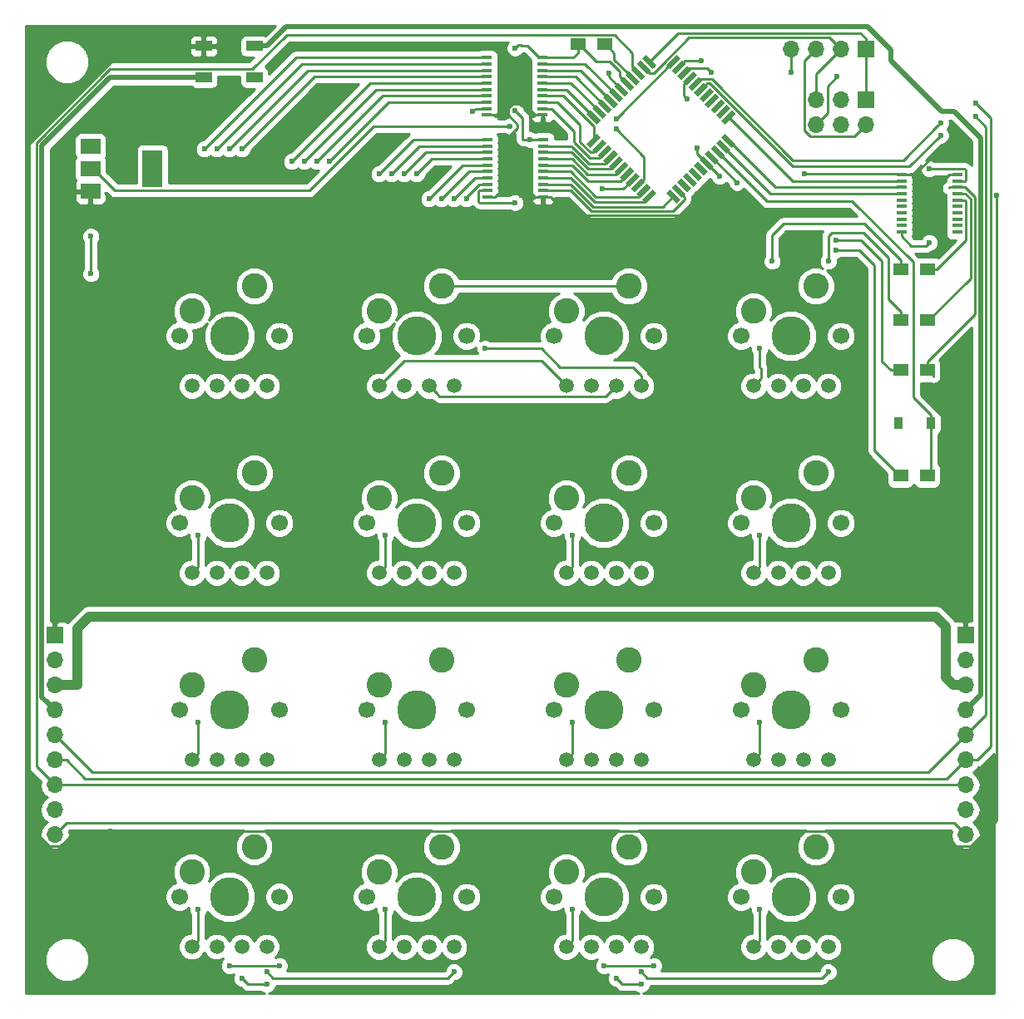
<source format=gbr>
G04 #@! TF.FileFunction,Copper,L1,Top,Signal*
%FSLAX46Y46*%
G04 Gerber Fmt 4.6, Leading zero omitted, Abs format (unit mm)*
G04 Created by KiCad (PCBNEW 4.0.6) date 2017 August 09, Wednesday 05:31:59*
%MOMM*%
%LPD*%
G01*
G04 APERTURE LIST*
%ADD10C,0.100000*%
%ADD11R,1.099820X0.398780*%
%ADD12R,1.500000X1.300000*%
%ADD13C,3.980180*%
%ADD14C,2.600000*%
%ADD15C,1.699260*%
%ADD16C,1.500000*%
%ADD17R,2.000000X3.800000*%
%ADD18R,2.000000X1.500000*%
%ADD19R,0.900000X1.200000*%
%ADD20R,1.651000X1.000000*%
%ADD21R,1.700000X1.700000*%
%ADD22O,1.700000X1.700000*%
%ADD23C,0.600000*%
%ADD24C,0.250000*%
%ADD25C,0.500000*%
%ADD26C,1.000000*%
%ADD27C,0.254000*%
G04 APERTURE END LIST*
D10*
D11*
X159843639Y-54671939D03*
X159843639Y-55322179D03*
X159843639Y-55972419D03*
X159843639Y-56622659D03*
X159843639Y-57272899D03*
X159843639Y-57918059D03*
X159843639Y-58568299D03*
X159843639Y-59218539D03*
X159843639Y-59868779D03*
X159843639Y-60519019D03*
X165543399Y-60519019D03*
X165543399Y-59868779D03*
X165543399Y-59218539D03*
X165543399Y-58568299D03*
X165543399Y-57918059D03*
X165543399Y-57272899D03*
X165543399Y-56622659D03*
X165543399Y-55972419D03*
X165543399Y-55322179D03*
X165543399Y-54671939D03*
D12*
X162469391Y-64317299D03*
X159769391Y-64317299D03*
D13*
X91440000Y-90170000D03*
D14*
X93980000Y-85090000D03*
X87630000Y-87630000D03*
D15*
X86360000Y-90170000D03*
X96520000Y-90170000D03*
D13*
X129540000Y-109220000D03*
D14*
X132080000Y-104140000D03*
X125730000Y-106680000D03*
D15*
X124460000Y-109220000D03*
X134620000Y-109220000D03*
D13*
X129540000Y-71120000D03*
D14*
X132080000Y-66040000D03*
X125730000Y-68580000D03*
D15*
X124460000Y-71120000D03*
X134620000Y-71120000D03*
D16*
X95237300Y-133324600D03*
X87617300Y-133324600D03*
X92697300Y-133324600D03*
X90157300Y-133324600D03*
D13*
X91427300Y-128244600D03*
D14*
X93967300Y-123164600D03*
X87617300Y-125704600D03*
D15*
X86347300Y-128244600D03*
X96507300Y-128244600D03*
D16*
X95250000Y-114300000D03*
X87630000Y-114300000D03*
X92710000Y-114300000D03*
X90170000Y-114300000D03*
X95250000Y-95250000D03*
X87630000Y-95250000D03*
X92710000Y-95250000D03*
X90170000Y-95250000D03*
X95250000Y-76200000D03*
X87630000Y-76200000D03*
X92710000Y-76200000D03*
X90170000Y-76200000D03*
X114300000Y-133350000D03*
X106680000Y-133350000D03*
X111760000Y-133350000D03*
X109220000Y-133350000D03*
X114300000Y-114300000D03*
X106680000Y-114300000D03*
X111760000Y-114300000D03*
X109220000Y-114300000D03*
X114300000Y-95250000D03*
X106680000Y-95250000D03*
X111760000Y-95250000D03*
X109220000Y-95250000D03*
X114300000Y-76200000D03*
X106680000Y-76200000D03*
X111760000Y-76200000D03*
X109220000Y-76200000D03*
X133350000Y-133350000D03*
X125730000Y-133350000D03*
X130810000Y-133350000D03*
X128270000Y-133350000D03*
X133350000Y-114300000D03*
X125730000Y-114300000D03*
X130810000Y-114300000D03*
X128270000Y-114300000D03*
X133350000Y-95250000D03*
X125730000Y-95250000D03*
X130810000Y-95250000D03*
X128270000Y-95250000D03*
X133350000Y-76200000D03*
X125730000Y-76200000D03*
X130810000Y-76200000D03*
X128270000Y-76200000D03*
X152400000Y-133350000D03*
X144780000Y-133350000D03*
X149860000Y-133350000D03*
X147320000Y-133350000D03*
X152400000Y-114300000D03*
X144780000Y-114300000D03*
X149860000Y-114300000D03*
X147320000Y-114300000D03*
X152400000Y-95250000D03*
X144780000Y-95250000D03*
X149860000Y-95250000D03*
X147320000Y-95250000D03*
X152400000Y-76200000D03*
X144780000Y-76200000D03*
X149860000Y-76200000D03*
X147320000Y-76200000D03*
D13*
X91440000Y-109220000D03*
D14*
X93980000Y-104140000D03*
X87630000Y-106680000D03*
D15*
X86360000Y-109220000D03*
X96520000Y-109220000D03*
D13*
X91440000Y-71120000D03*
D14*
X93980000Y-66040000D03*
X87630000Y-68580000D03*
D15*
X86360000Y-71120000D03*
X96520000Y-71120000D03*
D13*
X110490000Y-128270000D03*
D14*
X113030000Y-123190000D03*
X106680000Y-125730000D03*
D15*
X105410000Y-128270000D03*
X115570000Y-128270000D03*
D13*
X110490000Y-109220000D03*
D14*
X113030000Y-104140000D03*
X106680000Y-106680000D03*
D15*
X105410000Y-109220000D03*
X115570000Y-109220000D03*
D13*
X110490000Y-90170000D03*
D14*
X113030000Y-85090000D03*
X106680000Y-87630000D03*
D15*
X105410000Y-90170000D03*
X115570000Y-90170000D03*
D13*
X110490000Y-71120000D03*
D14*
X113030000Y-66040000D03*
X106680000Y-68580000D03*
D15*
X105410000Y-71120000D03*
X115570000Y-71120000D03*
D13*
X129540000Y-128270000D03*
D14*
X132080000Y-123190000D03*
X125730000Y-125730000D03*
D15*
X124460000Y-128270000D03*
X134620000Y-128270000D03*
D13*
X129540000Y-90170000D03*
D14*
X132080000Y-85090000D03*
X125730000Y-87630000D03*
D15*
X124460000Y-90170000D03*
X134620000Y-90170000D03*
D13*
X148590000Y-128270000D03*
D14*
X151130000Y-123190000D03*
X144780000Y-125730000D03*
D15*
X143510000Y-128270000D03*
X153670000Y-128270000D03*
D13*
X148590000Y-109220000D03*
D14*
X151130000Y-104140000D03*
X144780000Y-106680000D03*
D15*
X143510000Y-109220000D03*
X153670000Y-109220000D03*
D13*
X148590000Y-90170000D03*
D14*
X151130000Y-85090000D03*
X144780000Y-87630000D03*
D15*
X143510000Y-90170000D03*
X153670000Y-90170000D03*
D13*
X148590000Y-71120000D03*
D14*
X151130000Y-66040000D03*
X144780000Y-68580000D03*
D15*
X143510000Y-71120000D03*
X153670000Y-71120000D03*
D10*
G36*
X128208707Y-51953045D02*
X127819799Y-51564137D01*
X128880459Y-50503477D01*
X129269367Y-50892385D01*
X128208707Y-51953045D01*
X128208707Y-51953045D01*
G37*
G36*
X128774393Y-52518730D02*
X128385485Y-52129822D01*
X129446145Y-51069162D01*
X129835053Y-51458070D01*
X128774393Y-52518730D01*
X128774393Y-52518730D01*
G37*
G36*
X129340078Y-53084415D02*
X128951170Y-52695507D01*
X130011830Y-51634847D01*
X130400738Y-52023755D01*
X129340078Y-53084415D01*
X129340078Y-53084415D01*
G37*
G36*
X129905763Y-53650101D02*
X129516855Y-53261193D01*
X130577515Y-52200533D01*
X130966423Y-52589441D01*
X129905763Y-53650101D01*
X129905763Y-53650101D01*
G37*
G36*
X130471449Y-54215786D02*
X130082541Y-53826878D01*
X131143201Y-52766218D01*
X131532109Y-53155126D01*
X130471449Y-54215786D01*
X130471449Y-54215786D01*
G37*
G36*
X131037134Y-54781472D02*
X130648226Y-54392564D01*
X131708886Y-53331904D01*
X132097794Y-53720812D01*
X131037134Y-54781472D01*
X131037134Y-54781472D01*
G37*
G36*
X131602820Y-55347157D02*
X131213912Y-54958249D01*
X132274572Y-53897589D01*
X132663480Y-54286497D01*
X131602820Y-55347157D01*
X131602820Y-55347157D01*
G37*
G36*
X132168505Y-55912843D02*
X131779597Y-55523935D01*
X132840257Y-54463275D01*
X133229165Y-54852183D01*
X132168505Y-55912843D01*
X132168505Y-55912843D01*
G37*
G36*
X132734191Y-56478528D02*
X132345283Y-56089620D01*
X133405943Y-55028960D01*
X133794851Y-55417868D01*
X132734191Y-56478528D01*
X132734191Y-56478528D01*
G37*
G36*
X133299876Y-57044213D02*
X132910968Y-56655305D01*
X133971628Y-55594645D01*
X134360536Y-55983553D01*
X133299876Y-57044213D01*
X133299876Y-57044213D01*
G37*
G36*
X133865561Y-57609899D02*
X133476653Y-57220991D01*
X134537313Y-56160331D01*
X134926221Y-56549239D01*
X133865561Y-57609899D01*
X133865561Y-57609899D01*
G37*
G36*
X137330385Y-57220991D02*
X136941477Y-57609899D01*
X135880817Y-56549239D01*
X136269725Y-56160331D01*
X137330385Y-57220991D01*
X137330385Y-57220991D01*
G37*
G36*
X137896070Y-56655305D02*
X137507162Y-57044213D01*
X136446502Y-55983553D01*
X136835410Y-55594645D01*
X137896070Y-56655305D01*
X137896070Y-56655305D01*
G37*
G36*
X138461755Y-56089620D02*
X138072847Y-56478528D01*
X137012187Y-55417868D01*
X137401095Y-55028960D01*
X138461755Y-56089620D01*
X138461755Y-56089620D01*
G37*
G36*
X139027441Y-55523935D02*
X138638533Y-55912843D01*
X137577873Y-54852183D01*
X137966781Y-54463275D01*
X139027441Y-55523935D01*
X139027441Y-55523935D01*
G37*
G36*
X139593126Y-54958249D02*
X139204218Y-55347157D01*
X138143558Y-54286497D01*
X138532466Y-53897589D01*
X139593126Y-54958249D01*
X139593126Y-54958249D01*
G37*
G36*
X140158812Y-54392564D02*
X139769904Y-54781472D01*
X138709244Y-53720812D01*
X139098152Y-53331904D01*
X140158812Y-54392564D01*
X140158812Y-54392564D01*
G37*
G36*
X140724497Y-53826878D02*
X140335589Y-54215786D01*
X139274929Y-53155126D01*
X139663837Y-52766218D01*
X140724497Y-53826878D01*
X140724497Y-53826878D01*
G37*
G36*
X141290183Y-53261193D02*
X140901275Y-53650101D01*
X139840615Y-52589441D01*
X140229523Y-52200533D01*
X141290183Y-53261193D01*
X141290183Y-53261193D01*
G37*
G36*
X141855868Y-52695507D02*
X141466960Y-53084415D01*
X140406300Y-52023755D01*
X140795208Y-51634847D01*
X141855868Y-52695507D01*
X141855868Y-52695507D01*
G37*
G36*
X142421553Y-52129822D02*
X142032645Y-52518730D01*
X140971985Y-51458070D01*
X141360893Y-51069162D01*
X142421553Y-52129822D01*
X142421553Y-52129822D01*
G37*
G36*
X142987239Y-51564137D02*
X142598331Y-51953045D01*
X141537671Y-50892385D01*
X141926579Y-50503477D01*
X142987239Y-51564137D01*
X142987239Y-51564137D01*
G37*
G36*
X141926579Y-49548881D02*
X141537671Y-49159973D01*
X142598331Y-48099313D01*
X142987239Y-48488221D01*
X141926579Y-49548881D01*
X141926579Y-49548881D01*
G37*
G36*
X141360893Y-48983196D02*
X140971985Y-48594288D01*
X142032645Y-47533628D01*
X142421553Y-47922536D01*
X141360893Y-48983196D01*
X141360893Y-48983196D01*
G37*
G36*
X140795208Y-48417511D02*
X140406300Y-48028603D01*
X141466960Y-46967943D01*
X141855868Y-47356851D01*
X140795208Y-48417511D01*
X140795208Y-48417511D01*
G37*
G36*
X140229523Y-47851825D02*
X139840615Y-47462917D01*
X140901275Y-46402257D01*
X141290183Y-46791165D01*
X140229523Y-47851825D01*
X140229523Y-47851825D01*
G37*
G36*
X139663837Y-47286140D02*
X139274929Y-46897232D01*
X140335589Y-45836572D01*
X140724497Y-46225480D01*
X139663837Y-47286140D01*
X139663837Y-47286140D01*
G37*
G36*
X139098152Y-46720454D02*
X138709244Y-46331546D01*
X139769904Y-45270886D01*
X140158812Y-45659794D01*
X139098152Y-46720454D01*
X139098152Y-46720454D01*
G37*
G36*
X138532466Y-46154769D02*
X138143558Y-45765861D01*
X139204218Y-44705201D01*
X139593126Y-45094109D01*
X138532466Y-46154769D01*
X138532466Y-46154769D01*
G37*
G36*
X137966781Y-45589083D02*
X137577873Y-45200175D01*
X138638533Y-44139515D01*
X139027441Y-44528423D01*
X137966781Y-45589083D01*
X137966781Y-45589083D01*
G37*
G36*
X137401095Y-45023398D02*
X137012187Y-44634490D01*
X138072847Y-43573830D01*
X138461755Y-43962738D01*
X137401095Y-45023398D01*
X137401095Y-45023398D01*
G37*
G36*
X136835410Y-44457713D02*
X136446502Y-44068805D01*
X137507162Y-43008145D01*
X137896070Y-43397053D01*
X136835410Y-44457713D01*
X136835410Y-44457713D01*
G37*
G36*
X136269725Y-43892027D02*
X135880817Y-43503119D01*
X136941477Y-42442459D01*
X137330385Y-42831367D01*
X136269725Y-43892027D01*
X136269725Y-43892027D01*
G37*
G36*
X134926221Y-43503119D02*
X134537313Y-43892027D01*
X133476653Y-42831367D01*
X133865561Y-42442459D01*
X134926221Y-43503119D01*
X134926221Y-43503119D01*
G37*
G36*
X134360536Y-44068805D02*
X133971628Y-44457713D01*
X132910968Y-43397053D01*
X133299876Y-43008145D01*
X134360536Y-44068805D01*
X134360536Y-44068805D01*
G37*
G36*
X133794851Y-44634490D02*
X133405943Y-45023398D01*
X132345283Y-43962738D01*
X132734191Y-43573830D01*
X133794851Y-44634490D01*
X133794851Y-44634490D01*
G37*
G36*
X133229165Y-45200175D02*
X132840257Y-45589083D01*
X131779597Y-44528423D01*
X132168505Y-44139515D01*
X133229165Y-45200175D01*
X133229165Y-45200175D01*
G37*
G36*
X132663480Y-45765861D02*
X132274572Y-46154769D01*
X131213912Y-45094109D01*
X131602820Y-44705201D01*
X132663480Y-45765861D01*
X132663480Y-45765861D01*
G37*
G36*
X132097794Y-46331546D02*
X131708886Y-46720454D01*
X130648226Y-45659794D01*
X131037134Y-45270886D01*
X132097794Y-46331546D01*
X132097794Y-46331546D01*
G37*
G36*
X131532109Y-46897232D02*
X131143201Y-47286140D01*
X130082541Y-46225480D01*
X130471449Y-45836572D01*
X131532109Y-46897232D01*
X131532109Y-46897232D01*
G37*
G36*
X130966423Y-47462917D02*
X130577515Y-47851825D01*
X129516855Y-46791165D01*
X129905763Y-46402257D01*
X130966423Y-47462917D01*
X130966423Y-47462917D01*
G37*
G36*
X130400738Y-48028603D02*
X130011830Y-48417511D01*
X128951170Y-47356851D01*
X129340078Y-46967943D01*
X130400738Y-48028603D01*
X130400738Y-48028603D01*
G37*
G36*
X129835053Y-48594288D02*
X129446145Y-48983196D01*
X128385485Y-47922536D01*
X128774393Y-47533628D01*
X129835053Y-48594288D01*
X129835053Y-48594288D01*
G37*
G36*
X129269367Y-49159973D02*
X128880459Y-49548881D01*
X127819799Y-48488221D01*
X128208707Y-48099313D01*
X129269367Y-49159973D01*
X129269367Y-49159973D01*
G37*
D11*
X123323519Y-48606419D03*
X123323519Y-47956179D03*
X123323519Y-47305939D03*
X123323519Y-46655699D03*
X123323519Y-46005459D03*
X123323519Y-45360299D03*
X123323519Y-44710059D03*
X123323519Y-44059819D03*
X123323519Y-43409579D03*
X123323519Y-42759339D03*
X117623759Y-42759339D03*
X117623759Y-43409579D03*
X117623759Y-44059819D03*
X117623759Y-44710059D03*
X117623759Y-45360299D03*
X117623759Y-46005459D03*
X117623759Y-46655699D03*
X117623759Y-47305939D03*
X117623759Y-47956179D03*
X117623759Y-48606419D03*
X123379399Y-56963019D03*
X123379399Y-56312779D03*
X123379399Y-55662539D03*
X123379399Y-55012299D03*
X123379399Y-54362059D03*
X123379399Y-53716899D03*
X123379399Y-53066659D03*
X123379399Y-52416419D03*
X123379399Y-51766179D03*
X123379399Y-51115939D03*
X117679639Y-51115939D03*
X117679639Y-51766179D03*
X117679639Y-52416419D03*
X117679639Y-53066659D03*
X117679639Y-53716899D03*
X117679639Y-54362059D03*
X117679639Y-55012299D03*
X117679639Y-55662539D03*
X117679639Y-56312779D03*
X117679639Y-56963019D03*
D17*
X83615275Y-54075929D03*
D18*
X77315275Y-54075929D03*
X77315275Y-56375929D03*
X77315275Y-51775929D03*
D19*
X162813000Y-80010000D03*
X159513000Y-80010000D03*
D12*
X162469391Y-69524299D03*
X159769391Y-69524299D03*
X162469391Y-74604299D03*
X159769391Y-74604299D03*
X162466000Y-85344000D03*
X159766000Y-85344000D03*
D20*
X88826000Y-41580000D03*
X93980000Y-41580000D03*
X93980000Y-44780000D03*
X88826000Y-44780000D03*
D21*
X166370000Y-101600000D03*
D22*
X166370000Y-104140000D03*
X166370000Y-106680000D03*
X166370000Y-109220000D03*
X166370000Y-111760000D03*
X166370000Y-114300000D03*
X166370000Y-116840000D03*
X166370000Y-119380000D03*
X166370000Y-121920000D03*
D21*
X73660000Y-101600000D03*
D22*
X73660000Y-104140000D03*
X73660000Y-106680000D03*
X73660000Y-109220000D03*
X73660000Y-111760000D03*
X73660000Y-114300000D03*
X73660000Y-116840000D03*
X73660000Y-119380000D03*
X73660000Y-121920000D03*
D21*
X156243282Y-47061420D03*
D22*
X156243282Y-49601420D03*
X153703282Y-47061420D03*
X153703282Y-49601420D03*
X151163282Y-47061420D03*
X151163282Y-49601420D03*
D21*
X156210000Y-41910000D03*
D22*
X153670000Y-41910000D03*
X151130000Y-41910000D03*
X148590000Y-41910000D03*
D12*
X126920000Y-41402000D03*
X129620000Y-41402000D03*
D23*
X152400000Y-63500000D03*
X117475000Y-72390000D03*
X95250000Y-135890000D03*
X114300000Y-135890000D03*
X133350000Y-135890000D03*
X152400000Y-135890000D03*
X146685000Y-63500000D03*
X145415000Y-72390000D03*
X91440000Y-135255000D03*
X96520000Y-135255000D03*
X129540000Y-135255000D03*
X134620000Y-135255000D03*
X126365000Y-129540000D03*
X145415000Y-129540000D03*
X145415000Y-91440000D03*
X145415000Y-110490000D03*
X126365000Y-110490000D03*
X126365000Y-91440000D03*
X107315000Y-91440000D03*
X107315000Y-110490000D03*
X107315000Y-129540000D03*
X88265000Y-129540000D03*
X88265000Y-110490000D03*
X88265000Y-91440000D03*
X153162000Y-61341000D03*
X92710000Y-136525000D03*
X95250000Y-137160000D03*
X130810000Y-136525000D03*
X133350000Y-137160000D03*
X88900000Y-52070000D03*
X90170000Y-52070000D03*
X91440000Y-52070000D03*
X92710000Y-52070000D03*
X97790000Y-53340000D03*
X99060000Y-53340000D03*
X100330000Y-53340000D03*
X101600000Y-53340000D03*
X106680000Y-54610000D03*
X107950000Y-54610000D03*
X109220000Y-54610000D03*
X110490000Y-54610000D03*
X111760000Y-57150000D03*
X113030000Y-57150000D03*
X114300000Y-57150000D03*
X115570000Y-57150000D03*
X153162000Y-62357000D03*
X129413000Y-56134000D03*
X162687000Y-61595000D03*
X122047000Y-51115939D03*
X120523000Y-41783000D03*
X139065000Y-51943000D03*
X141351000Y-54864000D03*
X138049000Y-46990000D03*
X148640800Y-44272200D03*
X153314400Y-44704000D03*
X116205000Y-48260000D03*
X120523000Y-48133000D03*
X77343000Y-64770000D03*
X77343000Y-60960000D03*
X77315275Y-51775929D03*
X93980000Y-44780000D03*
X159513000Y-80010000D03*
X162687000Y-54102000D03*
X120523000Y-57531000D03*
X162687000Y-55499000D03*
X121539000Y-47625000D03*
X121158000Y-56769000D03*
X74853800Y-55499000D03*
X91516200Y-42595800D03*
X79375000Y-121539599D03*
X79375000Y-98171000D03*
X169545000Y-56769000D03*
X149987000Y-54610000D03*
X143637000Y-57150000D03*
X166370000Y-52070000D03*
X163830000Y-50673000D03*
X167386000Y-48768000D03*
X163830000Y-49403000D03*
X167386000Y-47371000D03*
X139478001Y-43085001D03*
X130810000Y-49022000D03*
X130048000Y-44323000D03*
X143129000Y-55499000D03*
X140465879Y-44239298D03*
X130810000Y-50038000D03*
X120015000Y-49738001D03*
D24*
X152781000Y-60579000D02*
X152400000Y-60960000D01*
X152400000Y-60960000D02*
X152400000Y-63500000D01*
X155956000Y-60579000D02*
X152781000Y-60579000D01*
X158496000Y-63119000D02*
X155956000Y-60579000D01*
X158496000Y-67350908D02*
X158496000Y-63119000D01*
X159769391Y-69524299D02*
X159769391Y-68624299D01*
X159769391Y-68624299D02*
X158496000Y-67350908D01*
X125095000Y-74295000D02*
X123190000Y-72390000D01*
X123190000Y-72390000D02*
X117475000Y-72390000D01*
X132505660Y-74295000D02*
X125095000Y-74295000D01*
X133350000Y-76200000D02*
X133350000Y-75139340D01*
X133350000Y-75139340D02*
X132505660Y-74295000D01*
X95885000Y-136525000D02*
X95250000Y-135890000D01*
X113665000Y-136525000D02*
X95885000Y-136525000D01*
X114300000Y-135890000D02*
X113665000Y-136525000D01*
X133985000Y-136525000D02*
X133350000Y-135890000D01*
X151765000Y-136525000D02*
X133985000Y-136525000D01*
X152400000Y-135890000D02*
X151765000Y-136525000D01*
X147828000Y-59690000D02*
X146685000Y-60833000D01*
X146685000Y-60833000D02*
X146685000Y-63500000D01*
X156042092Y-59690000D02*
X147828000Y-59690000D01*
X159769391Y-64317299D02*
X159769391Y-63417299D01*
X159769391Y-63417299D02*
X156042092Y-59690000D01*
X145529999Y-74409999D02*
X145415000Y-74295000D01*
X145415000Y-74295000D02*
X145415000Y-72390000D01*
X144780000Y-76200000D02*
X145529999Y-75450001D01*
X145529999Y-75450001D02*
X145529999Y-74409999D01*
X125730000Y-76200000D02*
X123190000Y-73660000D01*
X123190000Y-73660000D02*
X109220000Y-73660000D01*
X109220000Y-73660000D02*
X107429999Y-75450001D01*
X107429999Y-75450001D02*
X106680000Y-76200000D01*
X96520000Y-135255000D02*
X91440000Y-135255000D01*
X134620000Y-135255000D02*
X129540000Y-135255000D01*
X126365000Y-129540000D02*
X126365000Y-132715000D01*
X126365000Y-132715000D02*
X125730000Y-133350000D01*
X145415000Y-129540000D02*
X145415000Y-132715000D01*
X145415000Y-132715000D02*
X144780000Y-133350000D01*
X145415000Y-91440000D02*
X145415000Y-94615000D01*
X145415000Y-94615000D02*
X144780000Y-95250000D01*
X145415000Y-110490000D02*
X145415000Y-113665000D01*
X145415000Y-113665000D02*
X144780000Y-114300000D01*
X126365000Y-110490000D02*
X126365000Y-113665000D01*
X126365000Y-113665000D02*
X125730000Y-114300000D01*
X126365000Y-91440000D02*
X126365000Y-94615000D01*
X126365000Y-94615000D02*
X125730000Y-95250000D01*
X107315000Y-91440000D02*
X107315000Y-94615000D01*
X107315000Y-94615000D02*
X106680000Y-95250000D01*
X107315000Y-110490000D02*
X107315000Y-113665000D01*
X107315000Y-113665000D02*
X106680000Y-114300000D01*
X107315000Y-129540000D02*
X107315000Y-132715000D01*
X107315000Y-132715000D02*
X106680000Y-133350000D01*
X88265000Y-129540000D02*
X88265000Y-132676900D01*
X88265000Y-132676900D02*
X87617300Y-133324600D01*
X88265000Y-110490000D02*
X88265000Y-113665000D01*
X88265000Y-113665000D02*
X87630000Y-114300000D01*
X88265000Y-91440000D02*
X88265000Y-94615000D01*
X88265000Y-94615000D02*
X87630000Y-95250000D01*
X87617300Y-133324600D02*
X87617300Y-132689600D01*
X125730000Y-114300000D02*
X125730000Y-113665000D01*
X157861000Y-63500000D02*
X155702000Y-61341000D01*
X155702000Y-61341000D02*
X153162000Y-61341000D01*
X157861000Y-73695908D02*
X157861000Y-63500000D01*
X159769391Y-74604299D02*
X158769391Y-74604299D01*
X158769391Y-74604299D02*
X157861000Y-73695908D01*
X130810000Y-76200000D02*
X129734999Y-77275001D01*
X129734999Y-77275001D02*
X112835001Y-77275001D01*
X112835001Y-77275001D02*
X112509999Y-76949999D01*
X112509999Y-76949999D02*
X111760000Y-76200000D01*
X95250000Y-137160000D02*
X93345000Y-137160000D01*
X93345000Y-137160000D02*
X92710000Y-136525000D01*
X133350000Y-137160000D02*
X131445000Y-137160000D01*
X131445000Y-137160000D02*
X130810000Y-136525000D01*
X117623759Y-42759339D02*
X98210661Y-42759339D01*
X98210661Y-42759339D02*
X88900000Y-52070000D01*
X117623759Y-43409579D02*
X98830421Y-43409579D01*
X98830421Y-43409579D02*
X90170000Y-52070000D01*
X117623759Y-44059819D02*
X99450181Y-44059819D01*
X99450181Y-44059819D02*
X91440000Y-52070000D01*
X117623759Y-44710059D02*
X100069941Y-44710059D01*
X100069941Y-44710059D02*
X92710000Y-52070000D01*
X105769701Y-45360299D02*
X97790000Y-53340000D01*
X117623759Y-45360299D02*
X105769701Y-45360299D01*
X106394541Y-46005459D02*
X99060000Y-53340000D01*
X117623759Y-46005459D02*
X106394541Y-46005459D01*
X107014301Y-46655699D02*
X100330000Y-53340000D01*
X117623759Y-46655699D02*
X107014301Y-46655699D01*
X107634061Y-47305939D02*
X101600000Y-53340000D01*
X117623759Y-47305939D02*
X107634061Y-47305939D01*
X117679639Y-51115939D02*
X110174061Y-51115939D01*
X110174061Y-51115939D02*
X106680000Y-54610000D01*
X117679639Y-51766179D02*
X110793821Y-51766179D01*
X110793821Y-51766179D02*
X107950000Y-54610000D01*
X117679639Y-52416419D02*
X111413581Y-52416419D01*
X111413581Y-52416419D02*
X109220000Y-54610000D01*
X117679639Y-53066659D02*
X112033341Y-53066659D01*
X112033341Y-53066659D02*
X110490000Y-54610000D01*
X115193101Y-53716899D02*
X111760000Y-57150000D01*
X117679639Y-53716899D02*
X115193101Y-53716899D01*
X115817941Y-54362059D02*
X113030000Y-57150000D01*
X117679639Y-54362059D02*
X115817941Y-54362059D01*
X116437701Y-55012299D02*
X114300000Y-57150000D01*
X117679639Y-55012299D02*
X116437701Y-55012299D01*
X115570000Y-56972268D02*
X115570000Y-57150000D01*
X117679639Y-55662539D02*
X116879729Y-55662539D01*
X116879729Y-55662539D02*
X115570000Y-56972268D01*
X157099000Y-63881000D02*
X155575000Y-62357000D01*
X155575000Y-62357000D02*
X153162000Y-62357000D01*
X157099000Y-82777000D02*
X157099000Y-63881000D01*
X159766000Y-85344000D02*
X159666000Y-85344000D01*
X159666000Y-85344000D02*
X157099000Y-82777000D01*
X132080000Y-66040000D02*
X130241523Y-66040000D01*
X130241523Y-66040000D02*
X113030000Y-66040000D01*
X132080000Y-104140000D02*
X132305101Y-104365101D01*
X128544583Y-48824097D02*
X125725945Y-46005459D01*
X125725945Y-46005459D02*
X123323519Y-46005459D01*
X128544583Y-51228261D02*
X128544583Y-49748243D01*
X128544583Y-49748243D02*
X125452039Y-46655699D01*
X125452039Y-46655699D02*
X123323519Y-46655699D01*
X127133519Y-49607179D02*
X124832279Y-47305939D01*
X124832279Y-47305939D02*
X123323519Y-47305939D01*
X127133519Y-51337491D02*
X127133519Y-49607179D01*
X129110269Y-51793946D02*
X128509229Y-52394986D01*
X128509229Y-52394986D02*
X128191014Y-52394986D01*
X128191014Y-52394986D02*
X127133519Y-51337491D01*
X126498519Y-51338901D02*
X126498519Y-50242179D01*
X126498519Y-50242179D02*
X124212519Y-47956179D01*
X124212519Y-47956179D02*
X123323519Y-47956179D01*
X129675954Y-52359631D02*
X129074914Y-52960671D01*
X129074914Y-52960671D02*
X128120289Y-52960671D01*
X128120289Y-52960671D02*
X126498519Y-51338901D01*
X123379399Y-51766179D02*
X126289387Y-51766179D01*
X126289387Y-51766179D02*
X128049565Y-53526357D01*
X128049565Y-53526357D02*
X129640599Y-53526357D01*
X129640599Y-53526357D02*
X130241639Y-52925317D01*
X123379399Y-52416419D02*
X126303217Y-52416419D01*
X126303217Y-52416419D02*
X127978840Y-54092042D01*
X127978840Y-54092042D02*
X130206285Y-54092042D01*
X130206285Y-54092042D02*
X130807325Y-53491002D01*
X123379399Y-53066659D02*
X126317047Y-53066659D01*
X126317047Y-53066659D02*
X127908116Y-54657728D01*
X127908116Y-54657728D02*
X130771970Y-54657728D01*
X130771970Y-54657728D02*
X131373010Y-54056688D01*
X123379399Y-53716899D02*
X126330877Y-53716899D01*
X126330877Y-53716899D02*
X127936157Y-55322179D01*
X127936157Y-55322179D02*
X131238890Y-55322179D01*
X131238890Y-55322179D02*
X131938696Y-54622373D01*
X123379399Y-54362059D02*
X126173399Y-54362059D01*
X126173399Y-54362059D02*
X128731809Y-56920469D01*
X128731809Y-56920469D02*
X133034712Y-56920469D01*
X133034712Y-56920469D02*
X133635752Y-56319429D01*
X123379399Y-55012299D02*
X126187229Y-55012299D01*
X126187229Y-55012299D02*
X128661085Y-57486155D01*
X128661085Y-57486155D02*
X133600397Y-57486155D01*
X133600397Y-57486155D02*
X134201437Y-56885115D01*
X123379399Y-55662539D02*
X126201059Y-55662539D01*
X126201059Y-55662539D02*
X128474685Y-57936165D01*
X128474685Y-57936165D02*
X135554551Y-57936165D01*
X135554551Y-57936165D02*
X136605601Y-56885115D01*
X123379399Y-56312779D02*
X126214889Y-56312779D01*
X126214889Y-56312779D02*
X128288285Y-58386175D01*
X137772326Y-57238684D02*
X137772326Y-56920469D01*
X128288285Y-58386175D02*
X136624835Y-58386175D01*
X136624835Y-58386175D02*
X137772326Y-57238684D01*
X137772326Y-56920469D02*
X137171286Y-56319429D01*
X141696769Y-51793946D02*
X146525482Y-56622659D01*
X146525482Y-56622659D02*
X159843639Y-56622659D01*
X142262455Y-51228261D02*
X147006613Y-55972419D01*
X147006613Y-55972419D02*
X159843639Y-55972419D01*
X142262455Y-48824097D02*
X148760537Y-55322179D01*
X148760537Y-55322179D02*
X159843639Y-55322179D01*
X130807325Y-46561356D02*
X127655548Y-43409579D01*
X127655548Y-43409579D02*
X123323519Y-43409579D01*
X130241639Y-47127041D02*
X127174417Y-44059819D01*
X127174417Y-44059819D02*
X123323519Y-44059819D01*
X129675954Y-47692727D02*
X126693286Y-44710059D01*
X126693286Y-44710059D02*
X123323519Y-44710059D01*
X129110269Y-48258412D02*
X126212156Y-45360299D01*
X126212156Y-45360299D02*
X123323519Y-45360299D01*
X130169991Y-43166319D02*
X128784319Y-43166319D01*
X128784319Y-43166319D02*
X127020000Y-41402000D01*
X127020000Y-41402000D02*
X126920000Y-41402000D01*
X131191000Y-44682289D02*
X131191000Y-44187328D01*
X131191000Y-44187328D02*
X130169991Y-43166319D01*
X131938696Y-45429985D02*
X131191000Y-44682289D01*
X131558440Y-56134000D02*
X129413000Y-56134000D01*
X132504381Y-55188059D02*
X131558440Y-56134000D01*
X162687000Y-61595000D02*
X162306000Y-61976000D01*
X162306000Y-61976000D02*
X160851230Y-61976000D01*
X160851230Y-61976000D02*
X159843639Y-60968409D01*
X159843639Y-60968409D02*
X159843639Y-60519019D01*
X123379399Y-51115939D02*
X122047000Y-51115939D01*
X122047000Y-51115939D02*
X121306759Y-51115939D01*
X121158000Y-41529000D02*
X121112001Y-41483001D01*
X121112001Y-41483001D02*
X120822999Y-41483001D01*
X120822999Y-41483001D02*
X120523000Y-41783000D01*
X121742660Y-41529000D02*
X121158000Y-41529000D01*
X123323519Y-42759339D02*
X122972999Y-42759339D01*
X122972999Y-42759339D02*
X121742660Y-41529000D01*
X139999713Y-53491002D02*
X139065000Y-52556289D01*
X139065000Y-52556289D02*
X139065000Y-51943000D01*
X139999713Y-53491002D02*
X139999713Y-53512713D01*
X139999713Y-53512713D02*
X141351000Y-54864000D01*
X138302657Y-44864299D02*
X137701617Y-45465339D01*
X137701617Y-45465339D02*
X137701617Y-46642617D01*
X137701617Y-46642617D02*
X138049000Y-46990000D01*
X148590000Y-41910000D02*
X148590000Y-44221400D01*
X148590000Y-44221400D02*
X148640800Y-44272200D01*
X151163282Y-49601420D02*
X152338283Y-48426419D01*
X152338283Y-48426419D02*
X152338283Y-45680117D01*
X152338283Y-45680117D02*
X153314400Y-44704000D01*
X117623759Y-47956179D02*
X116508821Y-47956179D01*
X116508821Y-47956179D02*
X116205000Y-48260000D01*
X121306759Y-51115939D02*
X121306759Y-48916759D01*
X121306759Y-48916759D02*
X120523000Y-48133000D01*
X77343000Y-60960000D02*
X77343000Y-64770000D01*
X165543399Y-55322179D02*
X166343309Y-55322179D01*
X166343309Y-55322179D02*
X166418310Y-55247178D01*
X166418310Y-55247178D02*
X166418310Y-54212548D01*
X166418310Y-54212548D02*
X166307762Y-54102000D01*
X166307762Y-54102000D02*
X162687000Y-54102000D01*
X117679639Y-56312779D02*
X116879729Y-56312779D01*
X116913318Y-57531000D02*
X120523000Y-57531000D01*
X116879729Y-56312779D02*
X116804728Y-56387780D01*
X116804728Y-56387780D02*
X116804728Y-57422410D01*
X116804728Y-57422410D02*
X116913318Y-57531000D01*
X126920000Y-41402000D02*
X126920000Y-42302000D01*
X126920000Y-42302000D02*
X126462661Y-42759339D01*
X126462661Y-42759339D02*
X124123429Y-42759339D01*
X124123429Y-42759339D02*
X123323519Y-42759339D01*
X162687000Y-55499000D02*
X162986999Y-55199001D01*
X162986999Y-55199001D02*
X164216427Y-55199001D01*
X164216427Y-55199001D02*
X164743489Y-54671939D01*
X162687000Y-55499000D02*
X161859939Y-54671939D01*
X161859939Y-54671939D02*
X161192059Y-54671939D01*
X121539000Y-47625000D02*
X121114736Y-47625000D01*
X120222999Y-47507999D02*
X119808420Y-47922578D01*
X121114736Y-47625000D02*
X120997735Y-47507999D01*
X120997735Y-47507999D02*
X120222999Y-47507999D01*
X119808420Y-47922578D02*
X119808420Y-48606419D01*
X121539000Y-47625000D02*
X121838999Y-47924999D01*
X121838999Y-47924999D02*
X121842189Y-47924999D01*
X121842189Y-47924999D02*
X122523609Y-48606419D01*
X121158000Y-56769000D02*
X121352019Y-56963019D01*
X121352019Y-56963019D02*
X123379399Y-56963019D01*
X74853800Y-55499000D02*
X74853800Y-55923264D01*
X74853800Y-55923264D02*
X75306465Y-56375929D01*
X75306465Y-56375929D02*
X76065275Y-56375929D01*
X76065275Y-56375929D02*
X77315275Y-56375929D01*
X88826000Y-41580000D02*
X90500400Y-41580000D01*
X90500400Y-41580000D02*
X91516200Y-42595800D01*
X75779403Y-121539599D02*
X79375000Y-121539599D01*
X79375000Y-121539599D02*
X154813599Y-121539599D01*
X76370000Y-97790000D02*
X78994000Y-97790000D01*
X78994000Y-97790000D02*
X79375000Y-98171000D01*
X74719000Y-99441000D02*
X76370000Y-97790000D01*
X73660000Y-101600000D02*
X73660000Y-100500000D01*
X73660000Y-100500000D02*
X74719000Y-99441000D01*
X120529519Y-54393179D02*
X120529519Y-53393179D01*
X120777000Y-49901003D02*
X120777000Y-49574999D01*
X120529519Y-53393179D02*
X119904518Y-52768178D01*
X119904518Y-52768178D02*
X119904518Y-50773485D01*
X119904518Y-50773485D02*
X120777000Y-49901003D01*
X120777000Y-49574999D02*
X119808420Y-48606419D01*
X119808420Y-48606419D02*
X118423669Y-48606419D01*
X118423669Y-48606419D02*
X117623759Y-48606419D01*
X88826000Y-41580000D02*
X81049404Y-41580000D01*
X73095999Y-123095001D02*
X74224001Y-123095001D01*
X74224001Y-123095001D02*
X75779403Y-121539599D01*
X169545000Y-105664000D02*
X169545000Y-56769000D01*
X81049404Y-41580000D02*
X70993000Y-51636404D01*
X70993000Y-51636404D02*
X70993000Y-120992002D01*
X70993000Y-120992002D02*
X73095999Y-123095001D01*
X166934001Y-123095001D02*
X169545000Y-120484002D01*
X154813599Y-121539599D02*
X156369001Y-123095001D01*
X156369001Y-123095001D02*
X166934001Y-123095001D01*
X169545000Y-120484002D02*
X169545000Y-105664000D01*
X149987000Y-54610000D02*
X159781700Y-54610000D01*
X159781700Y-54610000D02*
X159843639Y-54671939D01*
X123379399Y-56963019D02*
X124179309Y-56963019D01*
X124179309Y-56963019D02*
X126052475Y-58836185D01*
X141950815Y-58836185D02*
X143637000Y-57150000D01*
X126052475Y-58836185D02*
X141950815Y-58836185D01*
X159843639Y-54671939D02*
X161192059Y-54671939D01*
X161192059Y-54671939D02*
X163793998Y-52070000D01*
X163793998Y-52070000D02*
X166370000Y-52070000D01*
X159843639Y-54671939D02*
X160643549Y-54671939D01*
X165543399Y-54671939D02*
X164743489Y-54671939D01*
X120529519Y-54737000D02*
X120529519Y-54393179D01*
X117679639Y-56963019D02*
X118479549Y-56963019D01*
X118479549Y-56963019D02*
X120529519Y-54913049D01*
X120529519Y-54913049D02*
X120529519Y-54737000D01*
X123379399Y-56963019D02*
X122579489Y-56963019D01*
X122579489Y-56963019D02*
X120529519Y-54913049D01*
X123323519Y-48606419D02*
X122523609Y-48606419D01*
X134201437Y-43167243D02*
X137083691Y-40284989D01*
X137083691Y-40284989D02*
X155684989Y-40284989D01*
X155684989Y-40284989D02*
X156210000Y-40810000D01*
X156210000Y-40810000D02*
X156210000Y-41910000D01*
X156210000Y-41910000D02*
X156210000Y-47028138D01*
X156210000Y-47028138D02*
X156243282Y-47061420D01*
X134201437Y-43167243D02*
X134686802Y-43652608D01*
X133635752Y-43732929D02*
X134236792Y-44333969D01*
X134236792Y-44333969D02*
X134641851Y-44333969D01*
X135555807Y-43368493D02*
X138189301Y-40734999D01*
X134641851Y-44333969D02*
X135555807Y-43420013D01*
X135555807Y-43420013D02*
X135555807Y-43368493D01*
X138189301Y-40734999D02*
X152494999Y-40734999D01*
X152494999Y-40734999D02*
X152820001Y-41060001D01*
X152820001Y-41060001D02*
X153670000Y-41910000D01*
X153670000Y-41910000D02*
X151163282Y-44416718D01*
X151163282Y-44416718D02*
X151163282Y-47061420D01*
X163830000Y-50673000D02*
X160655000Y-53848000D01*
X160655000Y-53848000D02*
X148806651Y-53848000D01*
X148806651Y-53848000D02*
X140353281Y-45394630D01*
X140353281Y-45394630D02*
X140035068Y-45394630D01*
X140035068Y-45394630D02*
X139434028Y-45995670D01*
X166370000Y-111760000D02*
X168468347Y-109661653D01*
X168468347Y-109661653D02*
X168468347Y-49850347D01*
X168468347Y-49850347D02*
X167386000Y-48768000D01*
X166370000Y-111760000D02*
X162560000Y-115570000D01*
X77470000Y-115570000D02*
X73660000Y-111760000D01*
X162560000Y-115570000D02*
X77470000Y-115570000D01*
X140539682Y-44944621D02*
X148808061Y-53213000D01*
X148808061Y-53213000D02*
X160020000Y-53213000D01*
X160020000Y-53213000D02*
X163530001Y-49702999D01*
X163530001Y-49702999D02*
X163830000Y-49403000D01*
X138868342Y-45429985D02*
X139353706Y-44944621D01*
X139353706Y-44944621D02*
X140539682Y-44944621D01*
X168918357Y-112953724D02*
X168918357Y-48903357D01*
X168918357Y-48903357D02*
X167386000Y-47371000D01*
X166370000Y-114300000D02*
X167572081Y-114300000D01*
X167572081Y-114300000D02*
X168918357Y-112953724D01*
X73660000Y-114300000D02*
X74862081Y-114300000D01*
X74862081Y-114300000D02*
X76767081Y-116205000D01*
X76767081Y-116205000D02*
X164465000Y-116205000D01*
X164465000Y-116205000D02*
X166370000Y-114300000D01*
X139478001Y-43085001D02*
X137819214Y-43085001D01*
X137819214Y-43085001D02*
X137171286Y-43732929D01*
X136605601Y-43167243D02*
X130810000Y-48962844D01*
X130810000Y-48962844D02*
X130810000Y-49022000D01*
X136605601Y-43167243D02*
X136605601Y-43254103D01*
X136605601Y-43167243D02*
X136623271Y-43184913D01*
X133070067Y-44298614D02*
X132469027Y-43697574D01*
X132469027Y-43697574D02*
X132469027Y-42266025D01*
X132469027Y-42266025D02*
X130630001Y-40426999D01*
X130630001Y-40426999D02*
X97271687Y-40426999D01*
X97271687Y-40426999D02*
X93743687Y-43954999D01*
X93743687Y-43954999D02*
X79310815Y-43954999D01*
X79310815Y-43954999D02*
X71784989Y-51480825D01*
X71784989Y-51480825D02*
X71784989Y-114964989D01*
X71784989Y-114964989D02*
X72810001Y-115990001D01*
X72810001Y-115990001D02*
X73660000Y-116840000D01*
X73660000Y-116840000D02*
X166370000Y-116840000D01*
X131373010Y-45995670D02*
X130048000Y-44670660D01*
X130048000Y-44670660D02*
X130048000Y-44323000D01*
X140565399Y-52925317D02*
X143129000Y-55488918D01*
X143129000Y-55488918D02*
X143129000Y-55499000D01*
X137736971Y-44298614D02*
X138221080Y-43814505D01*
X138221080Y-43814505D02*
X140041086Y-43814505D01*
X140041086Y-43814505D02*
X140465879Y-44239298D01*
X133070067Y-55753744D02*
X133671107Y-55152704D01*
X133671107Y-55152704D02*
X133671107Y-52899107D01*
X133671107Y-52899107D02*
X130810000Y-50038000D01*
X120015000Y-49738001D02*
X106127001Y-49738001D01*
X106127001Y-49738001D02*
X99564072Y-56300930D01*
X77565275Y-54075929D02*
X77315275Y-54075929D01*
X99564072Y-56300930D02*
X79790276Y-56300930D01*
X79790276Y-56300930D02*
X77565275Y-54075929D01*
X151130000Y-41910000D02*
X149988281Y-43051719D01*
X149988281Y-43051719D02*
X149988281Y-50165421D01*
X149988281Y-50165421D02*
X150599281Y-50776421D01*
X155068281Y-50776421D02*
X155393283Y-50451419D01*
X150599281Y-50776421D02*
X155068281Y-50776421D01*
X155393283Y-50451419D02*
X156243282Y-49601420D01*
X140565399Y-52925317D02*
X140565399Y-52879059D01*
D25*
X166370000Y-109220000D02*
X167893337Y-107696663D01*
X156434002Y-39624000D02*
X97261500Y-39624000D01*
X167893337Y-107696663D02*
X167893337Y-50926337D01*
X167893337Y-50926337D02*
X165227000Y-48260000D01*
X165227000Y-48260000D02*
X163957000Y-48260000D01*
X163957000Y-48260000D02*
X158750000Y-43053000D01*
X158750000Y-43053000D02*
X158750000Y-41939998D01*
X158750000Y-41939998D02*
X156434002Y-39624000D01*
X97261500Y-39624000D02*
X95305500Y-41580000D01*
X95305500Y-41580000D02*
X93980000Y-41580000D01*
X79299000Y-44780000D02*
X72359999Y-51719001D01*
X72359999Y-51719001D02*
X72359999Y-107919999D01*
X72810001Y-108370001D02*
X73660000Y-109220000D01*
X72359999Y-107919999D02*
X72810001Y-108370001D01*
X88826000Y-44780000D02*
X79299000Y-44780000D01*
D26*
X166370000Y-106680000D02*
X165167919Y-106680000D01*
X75946000Y-100925998D02*
X75946000Y-106680000D01*
X75946000Y-106680000D02*
X73660000Y-106680000D01*
X165167919Y-106680000D02*
X164338000Y-105850081D01*
X164338000Y-105850081D02*
X164338000Y-100711000D01*
X77176998Y-99695000D02*
X75946000Y-100925998D01*
X164338000Y-100711000D02*
X163322000Y-99695000D01*
X163322000Y-99695000D02*
X77176998Y-99695000D01*
D24*
X129620000Y-41402000D02*
X129720000Y-41402000D01*
X129720000Y-41402000D02*
X130620000Y-42302000D01*
X130620000Y-42302000D02*
X130620000Y-42979918D01*
X130620000Y-42979918D02*
X131903341Y-44263259D01*
X131903341Y-44263259D02*
X132504381Y-44864299D01*
X162469391Y-64317299D02*
X163469391Y-64317299D01*
X163469391Y-64317299D02*
X166418310Y-61368380D01*
X166418310Y-57347900D02*
X166343309Y-57272899D01*
X166418310Y-61368380D02*
X166418310Y-57347900D01*
X166343309Y-57272899D02*
X165543399Y-57272899D01*
X162469391Y-69524299D02*
X162569391Y-69524299D01*
X162569391Y-69524299D02*
X166868320Y-65225370D01*
X166868318Y-57147668D02*
X166343309Y-56622659D01*
X166868320Y-65225370D02*
X166868318Y-57147668D01*
X166343309Y-56622659D02*
X165543399Y-56622659D01*
X165568639Y-56597419D02*
X165543399Y-56622659D01*
X162469391Y-74604299D02*
X162469391Y-73704299D01*
X162469391Y-73704299D02*
X167318327Y-68855363D01*
X167318327Y-68855363D02*
X167318327Y-56947437D01*
X167318327Y-56947437D02*
X166343309Y-55972419D01*
X166343309Y-55972419D02*
X165543399Y-55972419D01*
X163119391Y-74139299D02*
X163119391Y-75239299D01*
X165543399Y-55972419D02*
X164743489Y-55972419D01*
X164743489Y-55972419D02*
X164668488Y-56047420D01*
X161036000Y-77383000D02*
X161036000Y-63598906D01*
X161036000Y-63598906D02*
X154841094Y-57404000D01*
X154841094Y-57404000D02*
X146175453Y-57404000D01*
X162813000Y-80010000D02*
X162813000Y-79160000D01*
X162813000Y-79160000D02*
X161036000Y-77383000D01*
X162813000Y-80010000D02*
X162813000Y-84997000D01*
X162813000Y-84997000D02*
X162466000Y-85344000D01*
X141131084Y-52359631D02*
X146175453Y-57404000D01*
X73660000Y-121920000D02*
X74835001Y-120744999D01*
X74835001Y-120744999D02*
X165194999Y-120744999D01*
X165194999Y-120744999D02*
X165520001Y-121070001D01*
X165520001Y-121070001D02*
X166370000Y-121920000D01*
D27*
G36*
X95112617Y-40521304D02*
X95057390Y-40483569D01*
X94805500Y-40432560D01*
X93154500Y-40432560D01*
X92919183Y-40476838D01*
X92703059Y-40615910D01*
X92558069Y-40828110D01*
X92507060Y-41080000D01*
X92507060Y-42080000D01*
X92551338Y-42315317D01*
X92690410Y-42531441D01*
X92902610Y-42676431D01*
X93154500Y-42727440D01*
X93896444Y-42727440D01*
X93428885Y-43194999D01*
X79310815Y-43194999D01*
X79019975Y-43252851D01*
X78773414Y-43417598D01*
X71247588Y-50943424D01*
X71082841Y-51189986D01*
X71024989Y-51480825D01*
X71024989Y-114964989D01*
X71082841Y-115255828D01*
X71247588Y-115502390D01*
X72218790Y-116473592D01*
X72145907Y-116840000D01*
X72258946Y-117408285D01*
X72580853Y-117890054D01*
X72910026Y-118110000D01*
X72580853Y-118329946D01*
X72258946Y-118811715D01*
X72145907Y-119380000D01*
X72258946Y-119948285D01*
X72580853Y-120430054D01*
X72910026Y-120650000D01*
X72580853Y-120869946D01*
X72258946Y-121351715D01*
X72145907Y-121920000D01*
X72258946Y-122488285D01*
X72580853Y-122970054D01*
X73062622Y-123291961D01*
X73630907Y-123405000D01*
X73689093Y-123405000D01*
X74257378Y-123291961D01*
X74739147Y-122970054D01*
X75061054Y-122488285D01*
X75174093Y-121920000D01*
X75101210Y-121553592D01*
X75149803Y-121504999D01*
X92916764Y-121504999D01*
X92872642Y-121523230D01*
X92327843Y-122067079D01*
X92032637Y-122778016D01*
X92031965Y-123547807D01*
X92325930Y-124259258D01*
X92869779Y-124804057D01*
X93580716Y-125099263D01*
X94350507Y-125099935D01*
X95061958Y-124805970D01*
X95606757Y-124262121D01*
X95901963Y-123551184D01*
X95902635Y-122781393D01*
X95608670Y-122069942D01*
X95064821Y-121525143D01*
X95016309Y-121504999D01*
X112040937Y-121504999D01*
X111935342Y-121548630D01*
X111390543Y-122092479D01*
X111095337Y-122803416D01*
X111094665Y-123573207D01*
X111388630Y-124284658D01*
X111932479Y-124829457D01*
X112643416Y-125124663D01*
X113413207Y-125125335D01*
X114124658Y-124831370D01*
X114669457Y-124287521D01*
X114964663Y-123576584D01*
X114965335Y-122806793D01*
X114671370Y-122095342D01*
X114127521Y-121550543D01*
X114017839Y-121504999D01*
X131090937Y-121504999D01*
X130985342Y-121548630D01*
X130440543Y-122092479D01*
X130145337Y-122803416D01*
X130144665Y-123573207D01*
X130438630Y-124284658D01*
X130982479Y-124829457D01*
X131693416Y-125124663D01*
X132463207Y-125125335D01*
X133174658Y-124831370D01*
X133719457Y-124287521D01*
X134014663Y-123576584D01*
X134015335Y-122806793D01*
X133721370Y-122095342D01*
X133177521Y-121550543D01*
X133067839Y-121504999D01*
X150140937Y-121504999D01*
X150035342Y-121548630D01*
X149490543Y-122092479D01*
X149195337Y-122803416D01*
X149194665Y-123573207D01*
X149488630Y-124284658D01*
X150032479Y-124829457D01*
X150743416Y-125124663D01*
X151513207Y-125125335D01*
X152224658Y-124831370D01*
X152769457Y-124287521D01*
X153064663Y-123576584D01*
X153065335Y-122806793D01*
X152771370Y-122095342D01*
X152227521Y-121550543D01*
X152117839Y-121504999D01*
X164880197Y-121504999D01*
X164928790Y-121553592D01*
X164855907Y-121920000D01*
X164968946Y-122488285D01*
X165290853Y-122970054D01*
X165772622Y-123291961D01*
X166340907Y-123405000D01*
X166399093Y-123405000D01*
X166967378Y-123291961D01*
X167449147Y-122970054D01*
X167771054Y-122488285D01*
X167884093Y-121920000D01*
X167771054Y-121351715D01*
X167449147Y-120869946D01*
X167119974Y-120650000D01*
X167449147Y-120430054D01*
X167771054Y-119948285D01*
X167884093Y-119380000D01*
X167771054Y-118811715D01*
X167449147Y-118329946D01*
X167119974Y-118110000D01*
X167449147Y-117890054D01*
X167771054Y-117408285D01*
X167884093Y-116840000D01*
X167771054Y-116271715D01*
X167449147Y-115789946D01*
X167119974Y-115570000D01*
X167449147Y-115350054D01*
X167653818Y-115043741D01*
X167862920Y-115002148D01*
X168109482Y-114837401D01*
X169290000Y-113656883D01*
X169290000Y-138090000D01*
X133547660Y-138090000D01*
X133878943Y-137953117D01*
X134142192Y-137690327D01*
X134284838Y-137346799D01*
X134284892Y-137285000D01*
X151765000Y-137285000D01*
X152055839Y-137227148D01*
X152302401Y-137062401D01*
X152539680Y-136825122D01*
X152585167Y-136825162D01*
X152928943Y-136683117D01*
X153192192Y-136420327D01*
X153334838Y-136076799D01*
X153335162Y-135704833D01*
X153193117Y-135361057D01*
X152930327Y-135097808D01*
X152845583Y-135062619D01*
X162864613Y-135062619D01*
X163204155Y-135884372D01*
X163832321Y-136513636D01*
X164653481Y-136854611D01*
X165542619Y-136855387D01*
X166364372Y-136515845D01*
X166993636Y-135887679D01*
X167334611Y-135066519D01*
X167335387Y-134177381D01*
X166995845Y-133355628D01*
X166367679Y-132726364D01*
X165546519Y-132385389D01*
X164657381Y-132384613D01*
X163835628Y-132724155D01*
X163206364Y-133352321D01*
X162865389Y-134173481D01*
X162864613Y-135062619D01*
X152845583Y-135062619D01*
X152586799Y-134955162D01*
X152214833Y-134954838D01*
X151871057Y-135096883D01*
X151607808Y-135359673D01*
X151465162Y-135703201D01*
X151465121Y-135750077D01*
X151450198Y-135765000D01*
X135420633Y-135765000D01*
X135554838Y-135441799D01*
X135555162Y-135069833D01*
X135413117Y-134726057D01*
X135150327Y-134462808D01*
X134806799Y-134320162D01*
X134434833Y-134319838D01*
X134271091Y-134387495D01*
X134523461Y-134135564D01*
X134734759Y-133626702D01*
X134735240Y-133075715D01*
X134524831Y-132566485D01*
X134135564Y-132176539D01*
X133626702Y-131965241D01*
X133075715Y-131964760D01*
X132566485Y-132175169D01*
X132176539Y-132564436D01*
X132080024Y-132796870D01*
X131984831Y-132566485D01*
X131595564Y-132176539D01*
X131086702Y-131965241D01*
X130535715Y-131964760D01*
X130026485Y-132175169D01*
X129636539Y-132564436D01*
X129540024Y-132796870D01*
X129444831Y-132566485D01*
X129055564Y-132176539D01*
X128546702Y-131965241D01*
X127995715Y-131964760D01*
X127486485Y-132175169D01*
X127125000Y-132536025D01*
X127125000Y-130102463D01*
X127157192Y-130070327D01*
X127299838Y-129726799D01*
X127299842Y-129722580D01*
X127313259Y-129755052D01*
X128051064Y-130494146D01*
X129015546Y-130894634D01*
X130059872Y-130895545D01*
X131025052Y-130496741D01*
X131764146Y-129758936D01*
X132164634Y-128794454D01*
X132164835Y-128564016D01*
X133135112Y-128564016D01*
X133360658Y-129109877D01*
X133777926Y-129527874D01*
X134323393Y-129754372D01*
X134914016Y-129754888D01*
X135459877Y-129529342D01*
X135877874Y-129112074D01*
X136104372Y-128566607D01*
X136104374Y-128564016D01*
X142025112Y-128564016D01*
X142250658Y-129109877D01*
X142667926Y-129527874D01*
X143213393Y-129754372D01*
X143804016Y-129754888D01*
X144349877Y-129529342D01*
X144480122Y-129399324D01*
X144479838Y-129725167D01*
X144621883Y-130068943D01*
X144655000Y-130102118D01*
X144655000Y-131964890D01*
X144505715Y-131964760D01*
X143996485Y-132175169D01*
X143606539Y-132564436D01*
X143395241Y-133073298D01*
X143394760Y-133624285D01*
X143605169Y-134133515D01*
X143994436Y-134523461D01*
X144503298Y-134734759D01*
X145054285Y-134735240D01*
X145563515Y-134524831D01*
X145953461Y-134135564D01*
X146049976Y-133903130D01*
X146145169Y-134133515D01*
X146534436Y-134523461D01*
X147043298Y-134734759D01*
X147594285Y-134735240D01*
X148103515Y-134524831D01*
X148493461Y-134135564D01*
X148589976Y-133903130D01*
X148685169Y-134133515D01*
X149074436Y-134523461D01*
X149583298Y-134734759D01*
X150134285Y-134735240D01*
X150643515Y-134524831D01*
X151033461Y-134135564D01*
X151129976Y-133903130D01*
X151225169Y-134133515D01*
X151614436Y-134523461D01*
X152123298Y-134734759D01*
X152674285Y-134735240D01*
X153183515Y-134524831D01*
X153573461Y-134135564D01*
X153784759Y-133626702D01*
X153785240Y-133075715D01*
X153574831Y-132566485D01*
X153185564Y-132176539D01*
X152676702Y-131965241D01*
X152125715Y-131964760D01*
X151616485Y-132175169D01*
X151226539Y-132564436D01*
X151130024Y-132796870D01*
X151034831Y-132566485D01*
X150645564Y-132176539D01*
X150136702Y-131965241D01*
X149585715Y-131964760D01*
X149076485Y-132175169D01*
X148686539Y-132564436D01*
X148590024Y-132796870D01*
X148494831Y-132566485D01*
X148105564Y-132176539D01*
X147596702Y-131965241D01*
X147045715Y-131964760D01*
X146536485Y-132175169D01*
X146175000Y-132536025D01*
X146175000Y-130102463D01*
X146207192Y-130070327D01*
X146349838Y-129726799D01*
X146349842Y-129722580D01*
X146363259Y-129755052D01*
X147101064Y-130494146D01*
X148065546Y-130894634D01*
X149109872Y-130895545D01*
X150075052Y-130496741D01*
X150814146Y-129758936D01*
X151214634Y-128794454D01*
X151214835Y-128564016D01*
X152185112Y-128564016D01*
X152410658Y-129109877D01*
X152827926Y-129527874D01*
X153373393Y-129754372D01*
X153964016Y-129754888D01*
X154509877Y-129529342D01*
X154927874Y-129112074D01*
X155154372Y-128566607D01*
X155154888Y-127975984D01*
X154929342Y-127430123D01*
X154512074Y-127012126D01*
X153966607Y-126785628D01*
X153375984Y-126785112D01*
X152830123Y-127010658D01*
X152412126Y-127427926D01*
X152185628Y-127973393D01*
X152185112Y-128564016D01*
X151214835Y-128564016D01*
X151215545Y-127750128D01*
X150816741Y-126784948D01*
X150078936Y-126045854D01*
X149114454Y-125645366D01*
X148070128Y-125644455D01*
X147104948Y-126043259D01*
X146490354Y-126656781D01*
X146714663Y-126116584D01*
X146715335Y-125346793D01*
X146421370Y-124635342D01*
X145877521Y-124090543D01*
X145166584Y-123795337D01*
X144396793Y-123794665D01*
X143685342Y-124088630D01*
X143140543Y-124632479D01*
X142845337Y-125343416D01*
X142844665Y-126113207D01*
X143135953Y-126818180D01*
X142670123Y-127010658D01*
X142252126Y-127427926D01*
X142025628Y-127973393D01*
X142025112Y-128564016D01*
X136104374Y-128564016D01*
X136104888Y-127975984D01*
X135879342Y-127430123D01*
X135462074Y-127012126D01*
X134916607Y-126785628D01*
X134325984Y-126785112D01*
X133780123Y-127010658D01*
X133362126Y-127427926D01*
X133135628Y-127973393D01*
X133135112Y-128564016D01*
X132164835Y-128564016D01*
X132165545Y-127750128D01*
X131766741Y-126784948D01*
X131028936Y-126045854D01*
X130064454Y-125645366D01*
X129020128Y-125644455D01*
X128054948Y-126043259D01*
X127440354Y-126656781D01*
X127664663Y-126116584D01*
X127665335Y-125346793D01*
X127371370Y-124635342D01*
X126827521Y-124090543D01*
X126116584Y-123795337D01*
X125346793Y-123794665D01*
X124635342Y-124088630D01*
X124090543Y-124632479D01*
X123795337Y-125343416D01*
X123794665Y-126113207D01*
X124085953Y-126818180D01*
X123620123Y-127010658D01*
X123202126Y-127427926D01*
X122975628Y-127973393D01*
X122975112Y-128564016D01*
X123200658Y-129109877D01*
X123617926Y-129527874D01*
X124163393Y-129754372D01*
X124754016Y-129754888D01*
X125299877Y-129529342D01*
X125430122Y-129399324D01*
X125429838Y-129725167D01*
X125571883Y-130068943D01*
X125605000Y-130102118D01*
X125605000Y-131964890D01*
X125455715Y-131964760D01*
X124946485Y-132175169D01*
X124556539Y-132564436D01*
X124345241Y-133073298D01*
X124344760Y-133624285D01*
X124555169Y-134133515D01*
X124944436Y-134523461D01*
X125453298Y-134734759D01*
X126004285Y-134735240D01*
X126513515Y-134524831D01*
X126903461Y-134135564D01*
X126999976Y-133903130D01*
X127095169Y-134133515D01*
X127484436Y-134523461D01*
X127993298Y-134734759D01*
X128544285Y-134735240D01*
X128873481Y-134599219D01*
X128747808Y-134724673D01*
X128605162Y-135068201D01*
X128604838Y-135440167D01*
X128746883Y-135783943D01*
X129009673Y-136047192D01*
X129353201Y-136189838D01*
X129725167Y-136190162D01*
X129980430Y-136084690D01*
X129875162Y-136338201D01*
X129874838Y-136710167D01*
X130016883Y-137053943D01*
X130279673Y-137317192D01*
X130623201Y-137459838D01*
X130670077Y-137459879D01*
X130907599Y-137697401D01*
X131154161Y-137862148D01*
X131445000Y-137920000D01*
X132787537Y-137920000D01*
X132819673Y-137952192D01*
X133151550Y-138090000D01*
X95447660Y-138090000D01*
X95778943Y-137953117D01*
X96042192Y-137690327D01*
X96184838Y-137346799D01*
X96184892Y-137285000D01*
X113665000Y-137285000D01*
X113955839Y-137227148D01*
X114202401Y-137062401D01*
X114439680Y-136825122D01*
X114485167Y-136825162D01*
X114828943Y-136683117D01*
X115092192Y-136420327D01*
X115234838Y-136076799D01*
X115235162Y-135704833D01*
X115093117Y-135361057D01*
X114830327Y-135097808D01*
X114486799Y-134955162D01*
X114114833Y-134954838D01*
X113771057Y-135096883D01*
X113507808Y-135359673D01*
X113365162Y-135703201D01*
X113365121Y-135750077D01*
X113350198Y-135765000D01*
X97320633Y-135765000D01*
X97454838Y-135441799D01*
X97455162Y-135069833D01*
X97313117Y-134726057D01*
X97050327Y-134462808D01*
X96706799Y-134320162D01*
X96334833Y-134319838D01*
X96106008Y-134414386D01*
X96410761Y-134110164D01*
X96622059Y-133601302D01*
X96622540Y-133050315D01*
X96412131Y-132541085D01*
X96022864Y-132151139D01*
X95514002Y-131939841D01*
X94963015Y-131939360D01*
X94453785Y-132149769D01*
X94063839Y-132539036D01*
X93967324Y-132771470D01*
X93872131Y-132541085D01*
X93482864Y-132151139D01*
X92974002Y-131939841D01*
X92423015Y-131939360D01*
X91913785Y-132149769D01*
X91523839Y-132539036D01*
X91427324Y-132771470D01*
X91332131Y-132541085D01*
X90942864Y-132151139D01*
X90434002Y-131939841D01*
X89883015Y-131939360D01*
X89373785Y-132149769D01*
X89025000Y-132497947D01*
X89025000Y-130102463D01*
X89057192Y-130070327D01*
X89199609Y-129727352D01*
X89200559Y-129729652D01*
X89938364Y-130468746D01*
X90902846Y-130869234D01*
X91947172Y-130870145D01*
X92912352Y-130471341D01*
X93651446Y-129733536D01*
X94051934Y-128769054D01*
X94052135Y-128538616D01*
X95022412Y-128538616D01*
X95247958Y-129084477D01*
X95665226Y-129502474D01*
X96210693Y-129728972D01*
X96801316Y-129729488D01*
X97347177Y-129503942D01*
X97765174Y-129086674D01*
X97982200Y-128564016D01*
X103925112Y-128564016D01*
X104150658Y-129109877D01*
X104567926Y-129527874D01*
X105113393Y-129754372D01*
X105704016Y-129754888D01*
X106249877Y-129529342D01*
X106380122Y-129399324D01*
X106379838Y-129725167D01*
X106521883Y-130068943D01*
X106555000Y-130102118D01*
X106555000Y-131964890D01*
X106405715Y-131964760D01*
X105896485Y-132175169D01*
X105506539Y-132564436D01*
X105295241Y-133073298D01*
X105294760Y-133624285D01*
X105505169Y-134133515D01*
X105894436Y-134523461D01*
X106403298Y-134734759D01*
X106954285Y-134735240D01*
X107463515Y-134524831D01*
X107853461Y-134135564D01*
X107949976Y-133903130D01*
X108045169Y-134133515D01*
X108434436Y-134523461D01*
X108943298Y-134734759D01*
X109494285Y-134735240D01*
X110003515Y-134524831D01*
X110393461Y-134135564D01*
X110489976Y-133903130D01*
X110585169Y-134133515D01*
X110974436Y-134523461D01*
X111483298Y-134734759D01*
X112034285Y-134735240D01*
X112543515Y-134524831D01*
X112933461Y-134135564D01*
X113029976Y-133903130D01*
X113125169Y-134133515D01*
X113514436Y-134523461D01*
X114023298Y-134734759D01*
X114574285Y-134735240D01*
X115083515Y-134524831D01*
X115473461Y-134135564D01*
X115684759Y-133626702D01*
X115685240Y-133075715D01*
X115474831Y-132566485D01*
X115085564Y-132176539D01*
X114576702Y-131965241D01*
X114025715Y-131964760D01*
X113516485Y-132175169D01*
X113126539Y-132564436D01*
X113030024Y-132796870D01*
X112934831Y-132566485D01*
X112545564Y-132176539D01*
X112036702Y-131965241D01*
X111485715Y-131964760D01*
X110976485Y-132175169D01*
X110586539Y-132564436D01*
X110490024Y-132796870D01*
X110394831Y-132566485D01*
X110005564Y-132176539D01*
X109496702Y-131965241D01*
X108945715Y-131964760D01*
X108436485Y-132175169D01*
X108075000Y-132536025D01*
X108075000Y-130102463D01*
X108107192Y-130070327D01*
X108249838Y-129726799D01*
X108249842Y-129722580D01*
X108263259Y-129755052D01*
X109001064Y-130494146D01*
X109965546Y-130894634D01*
X111009872Y-130895545D01*
X111975052Y-130496741D01*
X112714146Y-129758936D01*
X113114634Y-128794454D01*
X113114835Y-128564016D01*
X114085112Y-128564016D01*
X114310658Y-129109877D01*
X114727926Y-129527874D01*
X115273393Y-129754372D01*
X115864016Y-129754888D01*
X116409877Y-129529342D01*
X116827874Y-129112074D01*
X117054372Y-128566607D01*
X117054888Y-127975984D01*
X116829342Y-127430123D01*
X116412074Y-127012126D01*
X115866607Y-126785628D01*
X115275984Y-126785112D01*
X114730123Y-127010658D01*
X114312126Y-127427926D01*
X114085628Y-127973393D01*
X114085112Y-128564016D01*
X113114835Y-128564016D01*
X113115545Y-127750128D01*
X112716741Y-126784948D01*
X111978936Y-126045854D01*
X111014454Y-125645366D01*
X109970128Y-125644455D01*
X109004948Y-126043259D01*
X108390354Y-126656781D01*
X108614663Y-126116584D01*
X108615335Y-125346793D01*
X108321370Y-124635342D01*
X107777521Y-124090543D01*
X107066584Y-123795337D01*
X106296793Y-123794665D01*
X105585342Y-124088630D01*
X105040543Y-124632479D01*
X104745337Y-125343416D01*
X104744665Y-126113207D01*
X105035953Y-126818180D01*
X104570123Y-127010658D01*
X104152126Y-127427926D01*
X103925628Y-127973393D01*
X103925112Y-128564016D01*
X97982200Y-128564016D01*
X97991672Y-128541207D01*
X97992188Y-127950584D01*
X97766642Y-127404723D01*
X97349374Y-126986726D01*
X96803907Y-126760228D01*
X96213284Y-126759712D01*
X95667423Y-126985258D01*
X95249426Y-127402526D01*
X95022928Y-127947993D01*
X95022412Y-128538616D01*
X94052135Y-128538616D01*
X94052845Y-127724728D01*
X93654041Y-126759548D01*
X92916236Y-126020454D01*
X91951754Y-125619966D01*
X90907428Y-125619055D01*
X89942248Y-126017859D01*
X89327654Y-126631381D01*
X89551963Y-126091184D01*
X89552635Y-125321393D01*
X89258670Y-124609942D01*
X88714821Y-124065143D01*
X88003884Y-123769937D01*
X87234093Y-123769265D01*
X86522642Y-124063230D01*
X85977843Y-124607079D01*
X85682637Y-125318016D01*
X85681965Y-126087807D01*
X85973253Y-126792780D01*
X85507423Y-126985258D01*
X85089426Y-127402526D01*
X84862928Y-127947993D01*
X84862412Y-128538616D01*
X85087958Y-129084477D01*
X85505226Y-129502474D01*
X86050693Y-129728972D01*
X86641316Y-129729488D01*
X87187177Y-129503942D01*
X87330155Y-129361213D01*
X87329838Y-129725167D01*
X87471883Y-130068943D01*
X87505000Y-130102118D01*
X87505000Y-131939501D01*
X87343015Y-131939360D01*
X86833785Y-132149769D01*
X86443839Y-132539036D01*
X86232541Y-133047898D01*
X86232060Y-133598885D01*
X86442469Y-134108115D01*
X86831736Y-134498061D01*
X87340598Y-134709359D01*
X87891585Y-134709840D01*
X88400815Y-134499431D01*
X88790761Y-134110164D01*
X88887276Y-133877730D01*
X88982469Y-134108115D01*
X89371736Y-134498061D01*
X89880598Y-134709359D01*
X90431585Y-134709840D01*
X90825864Y-134546928D01*
X90647808Y-134724673D01*
X90505162Y-135068201D01*
X90504838Y-135440167D01*
X90646883Y-135783943D01*
X90909673Y-136047192D01*
X91253201Y-136189838D01*
X91625167Y-136190162D01*
X91880430Y-136084690D01*
X91775162Y-136338201D01*
X91774838Y-136710167D01*
X91916883Y-137053943D01*
X92179673Y-137317192D01*
X92523201Y-137459838D01*
X92570077Y-137459879D01*
X92807599Y-137697401D01*
X93054161Y-137862148D01*
X93345000Y-137920000D01*
X94687537Y-137920000D01*
X94719673Y-137952192D01*
X95051550Y-138090000D01*
X70710000Y-138090000D01*
X70710000Y-135062619D01*
X72694613Y-135062619D01*
X73034155Y-135884372D01*
X73662321Y-136513636D01*
X74483481Y-136854611D01*
X75372619Y-136855387D01*
X76194372Y-136515845D01*
X76823636Y-135887679D01*
X77164611Y-135066519D01*
X77165387Y-134177381D01*
X76825845Y-133355628D01*
X76197679Y-132726364D01*
X75376519Y-132385389D01*
X74487381Y-132384613D01*
X73665628Y-132724155D01*
X73036364Y-133352321D01*
X72695389Y-134173481D01*
X72694613Y-135062619D01*
X70710000Y-135062619D01*
X70710000Y-43622619D01*
X72694613Y-43622619D01*
X73034155Y-44444372D01*
X73662321Y-45073636D01*
X74483481Y-45414611D01*
X75372619Y-45415387D01*
X76194372Y-45075845D01*
X76823636Y-44447679D01*
X77164611Y-43626519D01*
X77165387Y-42737381D01*
X76825845Y-41915628D01*
X76776055Y-41865750D01*
X87365500Y-41865750D01*
X87365500Y-42206310D01*
X87462173Y-42439699D01*
X87640802Y-42618327D01*
X87874191Y-42715000D01*
X88540250Y-42715000D01*
X88699000Y-42556250D01*
X88699000Y-41707000D01*
X88953000Y-41707000D01*
X88953000Y-42556250D01*
X89111750Y-42715000D01*
X89777809Y-42715000D01*
X90011198Y-42618327D01*
X90189827Y-42439699D01*
X90286500Y-42206310D01*
X90286500Y-41865750D01*
X90127750Y-41707000D01*
X88953000Y-41707000D01*
X88699000Y-41707000D01*
X87524250Y-41707000D01*
X87365500Y-41865750D01*
X76776055Y-41865750D01*
X76197679Y-41286364D01*
X75396511Y-40953690D01*
X87365500Y-40953690D01*
X87365500Y-41294250D01*
X87524250Y-41453000D01*
X88699000Y-41453000D01*
X88699000Y-40603750D01*
X88953000Y-40603750D01*
X88953000Y-41453000D01*
X90127750Y-41453000D01*
X90286500Y-41294250D01*
X90286500Y-40953690D01*
X90189827Y-40720301D01*
X90011198Y-40541673D01*
X89777809Y-40445000D01*
X89111750Y-40445000D01*
X88953000Y-40603750D01*
X88699000Y-40603750D01*
X88540250Y-40445000D01*
X87874191Y-40445000D01*
X87640802Y-40541673D01*
X87462173Y-40720301D01*
X87365500Y-40953690D01*
X75396511Y-40953690D01*
X75376519Y-40945389D01*
X74487381Y-40944613D01*
X73665628Y-41284155D01*
X73036364Y-41912321D01*
X72695389Y-42733481D01*
X72694613Y-43622619D01*
X70710000Y-43622619D01*
X70710000Y-39510000D01*
X96123921Y-39510000D01*
X95112617Y-40521304D01*
X95112617Y-40521304D01*
G37*
X95112617Y-40521304D02*
X95057390Y-40483569D01*
X94805500Y-40432560D01*
X93154500Y-40432560D01*
X92919183Y-40476838D01*
X92703059Y-40615910D01*
X92558069Y-40828110D01*
X92507060Y-41080000D01*
X92507060Y-42080000D01*
X92551338Y-42315317D01*
X92690410Y-42531441D01*
X92902610Y-42676431D01*
X93154500Y-42727440D01*
X93896444Y-42727440D01*
X93428885Y-43194999D01*
X79310815Y-43194999D01*
X79019975Y-43252851D01*
X78773414Y-43417598D01*
X71247588Y-50943424D01*
X71082841Y-51189986D01*
X71024989Y-51480825D01*
X71024989Y-114964989D01*
X71082841Y-115255828D01*
X71247588Y-115502390D01*
X72218790Y-116473592D01*
X72145907Y-116840000D01*
X72258946Y-117408285D01*
X72580853Y-117890054D01*
X72910026Y-118110000D01*
X72580853Y-118329946D01*
X72258946Y-118811715D01*
X72145907Y-119380000D01*
X72258946Y-119948285D01*
X72580853Y-120430054D01*
X72910026Y-120650000D01*
X72580853Y-120869946D01*
X72258946Y-121351715D01*
X72145907Y-121920000D01*
X72258946Y-122488285D01*
X72580853Y-122970054D01*
X73062622Y-123291961D01*
X73630907Y-123405000D01*
X73689093Y-123405000D01*
X74257378Y-123291961D01*
X74739147Y-122970054D01*
X75061054Y-122488285D01*
X75174093Y-121920000D01*
X75101210Y-121553592D01*
X75149803Y-121504999D01*
X92916764Y-121504999D01*
X92872642Y-121523230D01*
X92327843Y-122067079D01*
X92032637Y-122778016D01*
X92031965Y-123547807D01*
X92325930Y-124259258D01*
X92869779Y-124804057D01*
X93580716Y-125099263D01*
X94350507Y-125099935D01*
X95061958Y-124805970D01*
X95606757Y-124262121D01*
X95901963Y-123551184D01*
X95902635Y-122781393D01*
X95608670Y-122069942D01*
X95064821Y-121525143D01*
X95016309Y-121504999D01*
X112040937Y-121504999D01*
X111935342Y-121548630D01*
X111390543Y-122092479D01*
X111095337Y-122803416D01*
X111094665Y-123573207D01*
X111388630Y-124284658D01*
X111932479Y-124829457D01*
X112643416Y-125124663D01*
X113413207Y-125125335D01*
X114124658Y-124831370D01*
X114669457Y-124287521D01*
X114964663Y-123576584D01*
X114965335Y-122806793D01*
X114671370Y-122095342D01*
X114127521Y-121550543D01*
X114017839Y-121504999D01*
X131090937Y-121504999D01*
X130985342Y-121548630D01*
X130440543Y-122092479D01*
X130145337Y-122803416D01*
X130144665Y-123573207D01*
X130438630Y-124284658D01*
X130982479Y-124829457D01*
X131693416Y-125124663D01*
X132463207Y-125125335D01*
X133174658Y-124831370D01*
X133719457Y-124287521D01*
X134014663Y-123576584D01*
X134015335Y-122806793D01*
X133721370Y-122095342D01*
X133177521Y-121550543D01*
X133067839Y-121504999D01*
X150140937Y-121504999D01*
X150035342Y-121548630D01*
X149490543Y-122092479D01*
X149195337Y-122803416D01*
X149194665Y-123573207D01*
X149488630Y-124284658D01*
X150032479Y-124829457D01*
X150743416Y-125124663D01*
X151513207Y-125125335D01*
X152224658Y-124831370D01*
X152769457Y-124287521D01*
X153064663Y-123576584D01*
X153065335Y-122806793D01*
X152771370Y-122095342D01*
X152227521Y-121550543D01*
X152117839Y-121504999D01*
X164880197Y-121504999D01*
X164928790Y-121553592D01*
X164855907Y-121920000D01*
X164968946Y-122488285D01*
X165290853Y-122970054D01*
X165772622Y-123291961D01*
X166340907Y-123405000D01*
X166399093Y-123405000D01*
X166967378Y-123291961D01*
X167449147Y-122970054D01*
X167771054Y-122488285D01*
X167884093Y-121920000D01*
X167771054Y-121351715D01*
X167449147Y-120869946D01*
X167119974Y-120650000D01*
X167449147Y-120430054D01*
X167771054Y-119948285D01*
X167884093Y-119380000D01*
X167771054Y-118811715D01*
X167449147Y-118329946D01*
X167119974Y-118110000D01*
X167449147Y-117890054D01*
X167771054Y-117408285D01*
X167884093Y-116840000D01*
X167771054Y-116271715D01*
X167449147Y-115789946D01*
X167119974Y-115570000D01*
X167449147Y-115350054D01*
X167653818Y-115043741D01*
X167862920Y-115002148D01*
X168109482Y-114837401D01*
X169290000Y-113656883D01*
X169290000Y-138090000D01*
X133547660Y-138090000D01*
X133878943Y-137953117D01*
X134142192Y-137690327D01*
X134284838Y-137346799D01*
X134284892Y-137285000D01*
X151765000Y-137285000D01*
X152055839Y-137227148D01*
X152302401Y-137062401D01*
X152539680Y-136825122D01*
X152585167Y-136825162D01*
X152928943Y-136683117D01*
X153192192Y-136420327D01*
X153334838Y-136076799D01*
X153335162Y-135704833D01*
X153193117Y-135361057D01*
X152930327Y-135097808D01*
X152845583Y-135062619D01*
X162864613Y-135062619D01*
X163204155Y-135884372D01*
X163832321Y-136513636D01*
X164653481Y-136854611D01*
X165542619Y-136855387D01*
X166364372Y-136515845D01*
X166993636Y-135887679D01*
X167334611Y-135066519D01*
X167335387Y-134177381D01*
X166995845Y-133355628D01*
X166367679Y-132726364D01*
X165546519Y-132385389D01*
X164657381Y-132384613D01*
X163835628Y-132724155D01*
X163206364Y-133352321D01*
X162865389Y-134173481D01*
X162864613Y-135062619D01*
X152845583Y-135062619D01*
X152586799Y-134955162D01*
X152214833Y-134954838D01*
X151871057Y-135096883D01*
X151607808Y-135359673D01*
X151465162Y-135703201D01*
X151465121Y-135750077D01*
X151450198Y-135765000D01*
X135420633Y-135765000D01*
X135554838Y-135441799D01*
X135555162Y-135069833D01*
X135413117Y-134726057D01*
X135150327Y-134462808D01*
X134806799Y-134320162D01*
X134434833Y-134319838D01*
X134271091Y-134387495D01*
X134523461Y-134135564D01*
X134734759Y-133626702D01*
X134735240Y-133075715D01*
X134524831Y-132566485D01*
X134135564Y-132176539D01*
X133626702Y-131965241D01*
X133075715Y-131964760D01*
X132566485Y-132175169D01*
X132176539Y-132564436D01*
X132080024Y-132796870D01*
X131984831Y-132566485D01*
X131595564Y-132176539D01*
X131086702Y-131965241D01*
X130535715Y-131964760D01*
X130026485Y-132175169D01*
X129636539Y-132564436D01*
X129540024Y-132796870D01*
X129444831Y-132566485D01*
X129055564Y-132176539D01*
X128546702Y-131965241D01*
X127995715Y-131964760D01*
X127486485Y-132175169D01*
X127125000Y-132536025D01*
X127125000Y-130102463D01*
X127157192Y-130070327D01*
X127299838Y-129726799D01*
X127299842Y-129722580D01*
X127313259Y-129755052D01*
X128051064Y-130494146D01*
X129015546Y-130894634D01*
X130059872Y-130895545D01*
X131025052Y-130496741D01*
X131764146Y-129758936D01*
X132164634Y-128794454D01*
X132164835Y-128564016D01*
X133135112Y-128564016D01*
X133360658Y-129109877D01*
X133777926Y-129527874D01*
X134323393Y-129754372D01*
X134914016Y-129754888D01*
X135459877Y-129529342D01*
X135877874Y-129112074D01*
X136104372Y-128566607D01*
X136104374Y-128564016D01*
X142025112Y-128564016D01*
X142250658Y-129109877D01*
X142667926Y-129527874D01*
X143213393Y-129754372D01*
X143804016Y-129754888D01*
X144349877Y-129529342D01*
X144480122Y-129399324D01*
X144479838Y-129725167D01*
X144621883Y-130068943D01*
X144655000Y-130102118D01*
X144655000Y-131964890D01*
X144505715Y-131964760D01*
X143996485Y-132175169D01*
X143606539Y-132564436D01*
X143395241Y-133073298D01*
X143394760Y-133624285D01*
X143605169Y-134133515D01*
X143994436Y-134523461D01*
X144503298Y-134734759D01*
X145054285Y-134735240D01*
X145563515Y-134524831D01*
X145953461Y-134135564D01*
X146049976Y-133903130D01*
X146145169Y-134133515D01*
X146534436Y-134523461D01*
X147043298Y-134734759D01*
X147594285Y-134735240D01*
X148103515Y-134524831D01*
X148493461Y-134135564D01*
X148589976Y-133903130D01*
X148685169Y-134133515D01*
X149074436Y-134523461D01*
X149583298Y-134734759D01*
X150134285Y-134735240D01*
X150643515Y-134524831D01*
X151033461Y-134135564D01*
X151129976Y-133903130D01*
X151225169Y-134133515D01*
X151614436Y-134523461D01*
X152123298Y-134734759D01*
X152674285Y-134735240D01*
X153183515Y-134524831D01*
X153573461Y-134135564D01*
X153784759Y-133626702D01*
X153785240Y-133075715D01*
X153574831Y-132566485D01*
X153185564Y-132176539D01*
X152676702Y-131965241D01*
X152125715Y-131964760D01*
X151616485Y-132175169D01*
X151226539Y-132564436D01*
X151130024Y-132796870D01*
X151034831Y-132566485D01*
X150645564Y-132176539D01*
X150136702Y-131965241D01*
X149585715Y-131964760D01*
X149076485Y-132175169D01*
X148686539Y-132564436D01*
X148590024Y-132796870D01*
X148494831Y-132566485D01*
X148105564Y-132176539D01*
X147596702Y-131965241D01*
X147045715Y-131964760D01*
X146536485Y-132175169D01*
X146175000Y-132536025D01*
X146175000Y-130102463D01*
X146207192Y-130070327D01*
X146349838Y-129726799D01*
X146349842Y-129722580D01*
X146363259Y-129755052D01*
X147101064Y-130494146D01*
X148065546Y-130894634D01*
X149109872Y-130895545D01*
X150075052Y-130496741D01*
X150814146Y-129758936D01*
X151214634Y-128794454D01*
X151214835Y-128564016D01*
X152185112Y-128564016D01*
X152410658Y-129109877D01*
X152827926Y-129527874D01*
X153373393Y-129754372D01*
X153964016Y-129754888D01*
X154509877Y-129529342D01*
X154927874Y-129112074D01*
X155154372Y-128566607D01*
X155154888Y-127975984D01*
X154929342Y-127430123D01*
X154512074Y-127012126D01*
X153966607Y-126785628D01*
X153375984Y-126785112D01*
X152830123Y-127010658D01*
X152412126Y-127427926D01*
X152185628Y-127973393D01*
X152185112Y-128564016D01*
X151214835Y-128564016D01*
X151215545Y-127750128D01*
X150816741Y-126784948D01*
X150078936Y-126045854D01*
X149114454Y-125645366D01*
X148070128Y-125644455D01*
X147104948Y-126043259D01*
X146490354Y-126656781D01*
X146714663Y-126116584D01*
X146715335Y-125346793D01*
X146421370Y-124635342D01*
X145877521Y-124090543D01*
X145166584Y-123795337D01*
X144396793Y-123794665D01*
X143685342Y-124088630D01*
X143140543Y-124632479D01*
X142845337Y-125343416D01*
X142844665Y-126113207D01*
X143135953Y-126818180D01*
X142670123Y-127010658D01*
X142252126Y-127427926D01*
X142025628Y-127973393D01*
X142025112Y-128564016D01*
X136104374Y-128564016D01*
X136104888Y-127975984D01*
X135879342Y-127430123D01*
X135462074Y-127012126D01*
X134916607Y-126785628D01*
X134325984Y-126785112D01*
X133780123Y-127010658D01*
X133362126Y-127427926D01*
X133135628Y-127973393D01*
X133135112Y-128564016D01*
X132164835Y-128564016D01*
X132165545Y-127750128D01*
X131766741Y-126784948D01*
X131028936Y-126045854D01*
X130064454Y-125645366D01*
X129020128Y-125644455D01*
X128054948Y-126043259D01*
X127440354Y-126656781D01*
X127664663Y-126116584D01*
X127665335Y-125346793D01*
X127371370Y-124635342D01*
X126827521Y-124090543D01*
X126116584Y-123795337D01*
X125346793Y-123794665D01*
X124635342Y-124088630D01*
X124090543Y-124632479D01*
X123795337Y-125343416D01*
X123794665Y-126113207D01*
X124085953Y-126818180D01*
X123620123Y-127010658D01*
X123202126Y-127427926D01*
X122975628Y-127973393D01*
X122975112Y-128564016D01*
X123200658Y-129109877D01*
X123617926Y-129527874D01*
X124163393Y-129754372D01*
X124754016Y-129754888D01*
X125299877Y-129529342D01*
X125430122Y-129399324D01*
X125429838Y-129725167D01*
X125571883Y-130068943D01*
X125605000Y-130102118D01*
X125605000Y-131964890D01*
X125455715Y-131964760D01*
X124946485Y-132175169D01*
X124556539Y-132564436D01*
X124345241Y-133073298D01*
X124344760Y-133624285D01*
X124555169Y-134133515D01*
X124944436Y-134523461D01*
X125453298Y-134734759D01*
X126004285Y-134735240D01*
X126513515Y-134524831D01*
X126903461Y-134135564D01*
X126999976Y-133903130D01*
X127095169Y-134133515D01*
X127484436Y-134523461D01*
X127993298Y-134734759D01*
X128544285Y-134735240D01*
X128873481Y-134599219D01*
X128747808Y-134724673D01*
X128605162Y-135068201D01*
X128604838Y-135440167D01*
X128746883Y-135783943D01*
X129009673Y-136047192D01*
X129353201Y-136189838D01*
X129725167Y-136190162D01*
X129980430Y-136084690D01*
X129875162Y-136338201D01*
X129874838Y-136710167D01*
X130016883Y-137053943D01*
X130279673Y-137317192D01*
X130623201Y-137459838D01*
X130670077Y-137459879D01*
X130907599Y-137697401D01*
X131154161Y-137862148D01*
X131445000Y-137920000D01*
X132787537Y-137920000D01*
X132819673Y-137952192D01*
X133151550Y-138090000D01*
X95447660Y-138090000D01*
X95778943Y-137953117D01*
X96042192Y-137690327D01*
X96184838Y-137346799D01*
X96184892Y-137285000D01*
X113665000Y-137285000D01*
X113955839Y-137227148D01*
X114202401Y-137062401D01*
X114439680Y-136825122D01*
X114485167Y-136825162D01*
X114828943Y-136683117D01*
X115092192Y-136420327D01*
X115234838Y-136076799D01*
X115235162Y-135704833D01*
X115093117Y-135361057D01*
X114830327Y-135097808D01*
X114486799Y-134955162D01*
X114114833Y-134954838D01*
X113771057Y-135096883D01*
X113507808Y-135359673D01*
X113365162Y-135703201D01*
X113365121Y-135750077D01*
X113350198Y-135765000D01*
X97320633Y-135765000D01*
X97454838Y-135441799D01*
X97455162Y-135069833D01*
X97313117Y-134726057D01*
X97050327Y-134462808D01*
X96706799Y-134320162D01*
X96334833Y-134319838D01*
X96106008Y-134414386D01*
X96410761Y-134110164D01*
X96622059Y-133601302D01*
X96622540Y-133050315D01*
X96412131Y-132541085D01*
X96022864Y-132151139D01*
X95514002Y-131939841D01*
X94963015Y-131939360D01*
X94453785Y-132149769D01*
X94063839Y-132539036D01*
X93967324Y-132771470D01*
X93872131Y-132541085D01*
X93482864Y-132151139D01*
X92974002Y-131939841D01*
X92423015Y-131939360D01*
X91913785Y-132149769D01*
X91523839Y-132539036D01*
X91427324Y-132771470D01*
X91332131Y-132541085D01*
X90942864Y-132151139D01*
X90434002Y-131939841D01*
X89883015Y-131939360D01*
X89373785Y-132149769D01*
X89025000Y-132497947D01*
X89025000Y-130102463D01*
X89057192Y-130070327D01*
X89199609Y-129727352D01*
X89200559Y-129729652D01*
X89938364Y-130468746D01*
X90902846Y-130869234D01*
X91947172Y-130870145D01*
X92912352Y-130471341D01*
X93651446Y-129733536D01*
X94051934Y-128769054D01*
X94052135Y-128538616D01*
X95022412Y-128538616D01*
X95247958Y-129084477D01*
X95665226Y-129502474D01*
X96210693Y-129728972D01*
X96801316Y-129729488D01*
X97347177Y-129503942D01*
X97765174Y-129086674D01*
X97982200Y-128564016D01*
X103925112Y-128564016D01*
X104150658Y-129109877D01*
X104567926Y-129527874D01*
X105113393Y-129754372D01*
X105704016Y-129754888D01*
X106249877Y-129529342D01*
X106380122Y-129399324D01*
X106379838Y-129725167D01*
X106521883Y-130068943D01*
X106555000Y-130102118D01*
X106555000Y-131964890D01*
X106405715Y-131964760D01*
X105896485Y-132175169D01*
X105506539Y-132564436D01*
X105295241Y-133073298D01*
X105294760Y-133624285D01*
X105505169Y-134133515D01*
X105894436Y-134523461D01*
X106403298Y-134734759D01*
X106954285Y-134735240D01*
X107463515Y-134524831D01*
X107853461Y-134135564D01*
X107949976Y-133903130D01*
X108045169Y-134133515D01*
X108434436Y-134523461D01*
X108943298Y-134734759D01*
X109494285Y-134735240D01*
X110003515Y-134524831D01*
X110393461Y-134135564D01*
X110489976Y-133903130D01*
X110585169Y-134133515D01*
X110974436Y-134523461D01*
X111483298Y-134734759D01*
X112034285Y-134735240D01*
X112543515Y-134524831D01*
X112933461Y-134135564D01*
X113029976Y-133903130D01*
X113125169Y-134133515D01*
X113514436Y-134523461D01*
X114023298Y-134734759D01*
X114574285Y-134735240D01*
X115083515Y-134524831D01*
X115473461Y-134135564D01*
X115684759Y-133626702D01*
X115685240Y-133075715D01*
X115474831Y-132566485D01*
X115085564Y-132176539D01*
X114576702Y-131965241D01*
X114025715Y-131964760D01*
X113516485Y-132175169D01*
X113126539Y-132564436D01*
X113030024Y-132796870D01*
X112934831Y-132566485D01*
X112545564Y-132176539D01*
X112036702Y-131965241D01*
X111485715Y-131964760D01*
X110976485Y-132175169D01*
X110586539Y-132564436D01*
X110490024Y-132796870D01*
X110394831Y-132566485D01*
X110005564Y-132176539D01*
X109496702Y-131965241D01*
X108945715Y-131964760D01*
X108436485Y-132175169D01*
X108075000Y-132536025D01*
X108075000Y-130102463D01*
X108107192Y-130070327D01*
X108249838Y-129726799D01*
X108249842Y-129722580D01*
X108263259Y-129755052D01*
X109001064Y-130494146D01*
X109965546Y-130894634D01*
X111009872Y-130895545D01*
X111975052Y-130496741D01*
X112714146Y-129758936D01*
X113114634Y-128794454D01*
X113114835Y-128564016D01*
X114085112Y-128564016D01*
X114310658Y-129109877D01*
X114727926Y-129527874D01*
X115273393Y-129754372D01*
X115864016Y-129754888D01*
X116409877Y-129529342D01*
X116827874Y-129112074D01*
X117054372Y-128566607D01*
X117054888Y-127975984D01*
X116829342Y-127430123D01*
X116412074Y-127012126D01*
X115866607Y-126785628D01*
X115275984Y-126785112D01*
X114730123Y-127010658D01*
X114312126Y-127427926D01*
X114085628Y-127973393D01*
X114085112Y-128564016D01*
X113114835Y-128564016D01*
X113115545Y-127750128D01*
X112716741Y-126784948D01*
X111978936Y-126045854D01*
X111014454Y-125645366D01*
X109970128Y-125644455D01*
X109004948Y-126043259D01*
X108390354Y-126656781D01*
X108614663Y-126116584D01*
X108615335Y-125346793D01*
X108321370Y-124635342D01*
X107777521Y-124090543D01*
X107066584Y-123795337D01*
X106296793Y-123794665D01*
X105585342Y-124088630D01*
X105040543Y-124632479D01*
X104745337Y-125343416D01*
X104744665Y-126113207D01*
X105035953Y-126818180D01*
X104570123Y-127010658D01*
X104152126Y-127427926D01*
X103925628Y-127973393D01*
X103925112Y-128564016D01*
X97982200Y-128564016D01*
X97991672Y-128541207D01*
X97992188Y-127950584D01*
X97766642Y-127404723D01*
X97349374Y-126986726D01*
X96803907Y-126760228D01*
X96213284Y-126759712D01*
X95667423Y-126985258D01*
X95249426Y-127402526D01*
X95022928Y-127947993D01*
X95022412Y-128538616D01*
X94052135Y-128538616D01*
X94052845Y-127724728D01*
X93654041Y-126759548D01*
X92916236Y-126020454D01*
X91951754Y-125619966D01*
X90907428Y-125619055D01*
X89942248Y-126017859D01*
X89327654Y-126631381D01*
X89551963Y-126091184D01*
X89552635Y-125321393D01*
X89258670Y-124609942D01*
X88714821Y-124065143D01*
X88003884Y-123769937D01*
X87234093Y-123769265D01*
X86522642Y-124063230D01*
X85977843Y-124607079D01*
X85682637Y-125318016D01*
X85681965Y-126087807D01*
X85973253Y-126792780D01*
X85507423Y-126985258D01*
X85089426Y-127402526D01*
X84862928Y-127947993D01*
X84862412Y-128538616D01*
X85087958Y-129084477D01*
X85505226Y-129502474D01*
X86050693Y-129728972D01*
X86641316Y-129729488D01*
X87187177Y-129503942D01*
X87330155Y-129361213D01*
X87329838Y-129725167D01*
X87471883Y-130068943D01*
X87505000Y-130102118D01*
X87505000Y-131939501D01*
X87343015Y-131939360D01*
X86833785Y-132149769D01*
X86443839Y-132539036D01*
X86232541Y-133047898D01*
X86232060Y-133598885D01*
X86442469Y-134108115D01*
X86831736Y-134498061D01*
X87340598Y-134709359D01*
X87891585Y-134709840D01*
X88400815Y-134499431D01*
X88790761Y-134110164D01*
X88887276Y-133877730D01*
X88982469Y-134108115D01*
X89371736Y-134498061D01*
X89880598Y-134709359D01*
X90431585Y-134709840D01*
X90825864Y-134546928D01*
X90647808Y-134724673D01*
X90505162Y-135068201D01*
X90504838Y-135440167D01*
X90646883Y-135783943D01*
X90909673Y-136047192D01*
X91253201Y-136189838D01*
X91625167Y-136190162D01*
X91880430Y-136084690D01*
X91775162Y-136338201D01*
X91774838Y-136710167D01*
X91916883Y-137053943D01*
X92179673Y-137317192D01*
X92523201Y-137459838D01*
X92570077Y-137459879D01*
X92807599Y-137697401D01*
X93054161Y-137862148D01*
X93345000Y-137920000D01*
X94687537Y-137920000D01*
X94719673Y-137952192D01*
X95051550Y-138090000D01*
X70710000Y-138090000D01*
X70710000Y-135062619D01*
X72694613Y-135062619D01*
X73034155Y-135884372D01*
X73662321Y-136513636D01*
X74483481Y-136854611D01*
X75372619Y-136855387D01*
X76194372Y-136515845D01*
X76823636Y-135887679D01*
X77164611Y-135066519D01*
X77165387Y-134177381D01*
X76825845Y-133355628D01*
X76197679Y-132726364D01*
X75376519Y-132385389D01*
X74487381Y-132384613D01*
X73665628Y-132724155D01*
X73036364Y-133352321D01*
X72695389Y-134173481D01*
X72694613Y-135062619D01*
X70710000Y-135062619D01*
X70710000Y-43622619D01*
X72694613Y-43622619D01*
X73034155Y-44444372D01*
X73662321Y-45073636D01*
X74483481Y-45414611D01*
X75372619Y-45415387D01*
X76194372Y-45075845D01*
X76823636Y-44447679D01*
X77164611Y-43626519D01*
X77165387Y-42737381D01*
X76825845Y-41915628D01*
X76776055Y-41865750D01*
X87365500Y-41865750D01*
X87365500Y-42206310D01*
X87462173Y-42439699D01*
X87640802Y-42618327D01*
X87874191Y-42715000D01*
X88540250Y-42715000D01*
X88699000Y-42556250D01*
X88699000Y-41707000D01*
X88953000Y-41707000D01*
X88953000Y-42556250D01*
X89111750Y-42715000D01*
X89777809Y-42715000D01*
X90011198Y-42618327D01*
X90189827Y-42439699D01*
X90286500Y-42206310D01*
X90286500Y-41865750D01*
X90127750Y-41707000D01*
X88953000Y-41707000D01*
X88699000Y-41707000D01*
X87524250Y-41707000D01*
X87365500Y-41865750D01*
X76776055Y-41865750D01*
X76197679Y-41286364D01*
X75396511Y-40953690D01*
X87365500Y-40953690D01*
X87365500Y-41294250D01*
X87524250Y-41453000D01*
X88699000Y-41453000D01*
X88699000Y-40603750D01*
X88953000Y-40603750D01*
X88953000Y-41453000D01*
X90127750Y-41453000D01*
X90286500Y-41294250D01*
X90286500Y-40953690D01*
X90189827Y-40720301D01*
X90011198Y-40541673D01*
X89777809Y-40445000D01*
X89111750Y-40445000D01*
X88953000Y-40603750D01*
X88699000Y-40603750D01*
X88540250Y-40445000D01*
X87874191Y-40445000D01*
X87640802Y-40541673D01*
X87462173Y-40720301D01*
X87365500Y-40953690D01*
X75396511Y-40953690D01*
X75376519Y-40945389D01*
X74487381Y-40944613D01*
X73665628Y-41284155D01*
X73036364Y-41912321D01*
X72695389Y-42733481D01*
X72694613Y-43622619D01*
X70710000Y-43622619D01*
X70710000Y-39510000D01*
X96123921Y-39510000D01*
X95112617Y-40521304D01*
G36*
X92507060Y-45280000D02*
X92551338Y-45515317D01*
X92690410Y-45731441D01*
X92902610Y-45876431D01*
X93154500Y-45927440D01*
X93967758Y-45927440D01*
X88760320Y-51134878D01*
X88714833Y-51134838D01*
X88371057Y-51276883D01*
X88107808Y-51539673D01*
X87965162Y-51883201D01*
X87964838Y-52255167D01*
X88106883Y-52598943D01*
X88369673Y-52862192D01*
X88713201Y-53004838D01*
X89085167Y-53005162D01*
X89428943Y-52863117D01*
X89534954Y-52757290D01*
X89639673Y-52862192D01*
X89983201Y-53004838D01*
X90355167Y-53005162D01*
X90698943Y-52863117D01*
X90804954Y-52757290D01*
X90909673Y-52862192D01*
X91253201Y-53004838D01*
X91625167Y-53005162D01*
X91968943Y-52863117D01*
X92074954Y-52757290D01*
X92179673Y-52862192D01*
X92523201Y-53004838D01*
X92895167Y-53005162D01*
X93238943Y-52863117D01*
X93502192Y-52600327D01*
X93644838Y-52256799D01*
X93644879Y-52209923D01*
X100384743Y-45470059D01*
X104585139Y-45470059D01*
X97650320Y-52404878D01*
X97604833Y-52404838D01*
X97261057Y-52546883D01*
X96997808Y-52809673D01*
X96855162Y-53153201D01*
X96854838Y-53525167D01*
X96996883Y-53868943D01*
X97259673Y-54132192D01*
X97603201Y-54274838D01*
X97975167Y-54275162D01*
X98318943Y-54133117D01*
X98424954Y-54027290D01*
X98529673Y-54132192D01*
X98873201Y-54274838D01*
X99245167Y-54275162D01*
X99588943Y-54133117D01*
X99694954Y-54027290D01*
X99799673Y-54132192D01*
X100143201Y-54274838D01*
X100515038Y-54275162D01*
X99249270Y-55540930D01*
X85262715Y-55540930D01*
X85262715Y-52175929D01*
X85218437Y-51940612D01*
X85079365Y-51724488D01*
X84867165Y-51579498D01*
X84615275Y-51528489D01*
X82615275Y-51528489D01*
X82379958Y-51572767D01*
X82163834Y-51711839D01*
X82018844Y-51924039D01*
X81967835Y-52175929D01*
X81967835Y-55540930D01*
X80105078Y-55540930D01*
X78962715Y-54398567D01*
X78962715Y-53325929D01*
X78918437Y-53090612D01*
X78811516Y-52924452D01*
X78911706Y-52777819D01*
X78962715Y-52525929D01*
X78962715Y-51025929D01*
X78918437Y-50790612D01*
X78779365Y-50574488D01*
X78567165Y-50429498D01*
X78315275Y-50378489D01*
X76315275Y-50378489D01*
X76079958Y-50422767D01*
X75863834Y-50561839D01*
X75718844Y-50774039D01*
X75667835Y-51025929D01*
X75667835Y-52525929D01*
X75712113Y-52761246D01*
X75819034Y-52927406D01*
X75718844Y-53074039D01*
X75667835Y-53325929D01*
X75667835Y-54825929D01*
X75712113Y-55061246D01*
X75817757Y-55225421D01*
X75776948Y-55266230D01*
X75680275Y-55499619D01*
X75680275Y-56090179D01*
X75839025Y-56248929D01*
X77188275Y-56248929D01*
X77188275Y-56228929D01*
X77442275Y-56228929D01*
X77442275Y-56248929D01*
X77462275Y-56248929D01*
X77462275Y-56502929D01*
X77442275Y-56502929D01*
X77442275Y-57602179D01*
X77601025Y-57760929D01*
X78441584Y-57760929D01*
X78674973Y-57664256D01*
X78853602Y-57485628D01*
X78950275Y-57252239D01*
X78950275Y-56661679D01*
X78791527Y-56502931D01*
X78917475Y-56502931D01*
X79252875Y-56838331D01*
X79499437Y-57003078D01*
X79790276Y-57060930D01*
X99564072Y-57060930D01*
X99854911Y-57003078D01*
X100101473Y-56838331D01*
X106441803Y-50498001D01*
X109757192Y-50498001D01*
X109636660Y-50578538D01*
X106540320Y-53674878D01*
X106494833Y-53674838D01*
X106151057Y-53816883D01*
X105887808Y-54079673D01*
X105745162Y-54423201D01*
X105744838Y-54795167D01*
X105886883Y-55138943D01*
X106149673Y-55402192D01*
X106493201Y-55544838D01*
X106865167Y-55545162D01*
X107208943Y-55403117D01*
X107314954Y-55297290D01*
X107419673Y-55402192D01*
X107763201Y-55544838D01*
X108135167Y-55545162D01*
X108478943Y-55403117D01*
X108584954Y-55297290D01*
X108689673Y-55402192D01*
X109033201Y-55544838D01*
X109405167Y-55545162D01*
X109748943Y-55403117D01*
X109854954Y-55297290D01*
X109959673Y-55402192D01*
X110303201Y-55544838D01*
X110675167Y-55545162D01*
X111018943Y-55403117D01*
X111282192Y-55140327D01*
X111424838Y-54796799D01*
X111424879Y-54749923D01*
X112348143Y-53826659D01*
X114008539Y-53826659D01*
X111620320Y-56214878D01*
X111574833Y-56214838D01*
X111231057Y-56356883D01*
X110967808Y-56619673D01*
X110825162Y-56963201D01*
X110824838Y-57335167D01*
X110966883Y-57678943D01*
X111229673Y-57942192D01*
X111573201Y-58084838D01*
X111945167Y-58085162D01*
X112288943Y-57943117D01*
X112394954Y-57837290D01*
X112499673Y-57942192D01*
X112843201Y-58084838D01*
X113215167Y-58085162D01*
X113558943Y-57943117D01*
X113664954Y-57837290D01*
X113769673Y-57942192D01*
X114113201Y-58084838D01*
X114485167Y-58085162D01*
X114828943Y-57943117D01*
X114934954Y-57837290D01*
X115039673Y-57942192D01*
X115383201Y-58084838D01*
X115755167Y-58085162D01*
X116098943Y-57943117D01*
X116193261Y-57848963D01*
X116267327Y-57959811D01*
X116375917Y-58068401D01*
X116622478Y-58233148D01*
X116670732Y-58242746D01*
X116913318Y-58291000D01*
X119960537Y-58291000D01*
X119992673Y-58323192D01*
X120336201Y-58465838D01*
X120708167Y-58466162D01*
X121051943Y-58324117D01*
X121315192Y-58061327D01*
X121457838Y-57717799D01*
X121458162Y-57345833D01*
X121316117Y-57002057D01*
X121053327Y-56738808D01*
X120709799Y-56596162D01*
X120337833Y-56595838D01*
X119994057Y-56737883D01*
X119960882Y-56771000D01*
X118821237Y-56771000D01*
X118825980Y-56764059D01*
X118831291Y-56737832D01*
X118864549Y-56704574D01*
X118864549Y-56637320D01*
X118855882Y-56616397D01*
X118876989Y-56512169D01*
X118876989Y-56113389D01*
X118852463Y-55983043D01*
X118876989Y-55861929D01*
X118876989Y-55463149D01*
X118852463Y-55332803D01*
X118876989Y-55211689D01*
X118876989Y-54812909D01*
X118852463Y-54682563D01*
X118876989Y-54561449D01*
X118876989Y-54162669D01*
X118852958Y-54034957D01*
X118876989Y-53916289D01*
X118876989Y-53517509D01*
X118852463Y-53387163D01*
X118876989Y-53266049D01*
X118876989Y-52867269D01*
X118852463Y-52736923D01*
X118876989Y-52615809D01*
X118876989Y-52217029D01*
X118852463Y-52086683D01*
X118876989Y-51965569D01*
X118876989Y-51566789D01*
X118852463Y-51436443D01*
X118876989Y-51315329D01*
X118876989Y-50916549D01*
X118832711Y-50681232D01*
X118714805Y-50498001D01*
X119452537Y-50498001D01*
X119484673Y-50530193D01*
X119828201Y-50672839D01*
X120200167Y-50673163D01*
X120543943Y-50531118D01*
X120546759Y-50528307D01*
X120546759Y-51115939D01*
X120604611Y-51406778D01*
X120769358Y-51653340D01*
X121015920Y-51818087D01*
X121306759Y-51875939D01*
X121484537Y-51875939D01*
X121516673Y-51908131D01*
X121860201Y-52050777D01*
X122198137Y-52051071D01*
X122206575Y-52095915D01*
X122182049Y-52217029D01*
X122182049Y-52615809D01*
X122206575Y-52746155D01*
X122182049Y-52867269D01*
X122182049Y-53266049D01*
X122206575Y-53396395D01*
X122182049Y-53517509D01*
X122182049Y-53916289D01*
X122206080Y-54044001D01*
X122182049Y-54162669D01*
X122182049Y-54561449D01*
X122206575Y-54691795D01*
X122182049Y-54812909D01*
X122182049Y-55211689D01*
X122206575Y-55342035D01*
X122182049Y-55463149D01*
X122182049Y-55861929D01*
X122206575Y-55992275D01*
X122182049Y-56113389D01*
X122182049Y-56512169D01*
X122202128Y-56618878D01*
X122194489Y-56637320D01*
X122194489Y-56704574D01*
X122223760Y-56733845D01*
X122226327Y-56747486D01*
X122365399Y-56963610D01*
X122510443Y-57062714D01*
X122353239Y-57062714D01*
X122194489Y-57221464D01*
X122194489Y-57288718D01*
X122291162Y-57522107D01*
X122469790Y-57700736D01*
X122703179Y-57797409D01*
X123093649Y-57797409D01*
X123252399Y-57638659D01*
X123252399Y-57159609D01*
X123506399Y-57159609D01*
X123506399Y-57638659D01*
X123665149Y-57797409D01*
X124055619Y-57797409D01*
X124289008Y-57700736D01*
X124467636Y-57522107D01*
X124564309Y-57288718D01*
X124564309Y-57221464D01*
X124432866Y-57090021D01*
X124564309Y-57090021D01*
X124564309Y-57072779D01*
X125900087Y-57072779D01*
X127750884Y-58923576D01*
X127997446Y-59088323D01*
X128288285Y-59146175D01*
X136624835Y-59146175D01*
X136915674Y-59088323D01*
X137162236Y-58923576D01*
X138309727Y-57776085D01*
X138474474Y-57529524D01*
X138532326Y-57238684D01*
X138532326Y-56934667D01*
X138919564Y-56547429D01*
X138993954Y-56438555D01*
X139096342Y-56370652D01*
X139485250Y-55981744D01*
X139559643Y-55872867D01*
X139662027Y-55804966D01*
X140050935Y-55416058D01*
X140125325Y-55307184D01*
X140227713Y-55239281D01*
X140416420Y-55050574D01*
X140557883Y-55392943D01*
X140820673Y-55656192D01*
X141164201Y-55798838D01*
X141536167Y-55799162D01*
X141879943Y-55657117D01*
X142051319Y-55486039D01*
X142193886Y-55628606D01*
X142193838Y-55684167D01*
X142335883Y-56027943D01*
X142598673Y-56291192D01*
X142942201Y-56433838D01*
X143314167Y-56434162D01*
X143657943Y-56292117D01*
X143823500Y-56126849D01*
X145638052Y-57941401D01*
X145884614Y-58106148D01*
X146175453Y-58164000D01*
X154526292Y-58164000D01*
X155292292Y-58930000D01*
X147828000Y-58930000D01*
X147537161Y-58987852D01*
X147290599Y-59152599D01*
X146147599Y-60295599D01*
X145982852Y-60542161D01*
X145925000Y-60833000D01*
X145925000Y-62937537D01*
X145892808Y-62969673D01*
X145750162Y-63313201D01*
X145749838Y-63685167D01*
X145891883Y-64028943D01*
X146154673Y-64292192D01*
X146498201Y-64434838D01*
X146870167Y-64435162D01*
X147213943Y-64293117D01*
X147477192Y-64030327D01*
X147619838Y-63686799D01*
X147620162Y-63314833D01*
X147478117Y-62971057D01*
X147445000Y-62937882D01*
X147445000Y-61147802D01*
X148142802Y-60450000D01*
X151844290Y-60450000D01*
X151697852Y-60669161D01*
X151640000Y-60960000D01*
X151640000Y-62937537D01*
X151607808Y-62969673D01*
X151465162Y-63313201D01*
X151464838Y-63685167D01*
X151606883Y-64028943D01*
X151801064Y-64223463D01*
X151516584Y-64105337D01*
X150746793Y-64104665D01*
X150035342Y-64398630D01*
X149490543Y-64942479D01*
X149195337Y-65653416D01*
X149194665Y-66423207D01*
X149488630Y-67134658D01*
X150032479Y-67679457D01*
X150743416Y-67974663D01*
X151513207Y-67975335D01*
X152224658Y-67681370D01*
X152769457Y-67137521D01*
X153064663Y-66426584D01*
X153065335Y-65656793D01*
X152771370Y-64945342D01*
X152261798Y-64434880D01*
X152585167Y-64435162D01*
X152928943Y-64293117D01*
X153192192Y-64030327D01*
X153334838Y-63686799D01*
X153335162Y-63314833D01*
X153325787Y-63292143D01*
X153347167Y-63292162D01*
X153690943Y-63150117D01*
X153724118Y-63117000D01*
X155260198Y-63117000D01*
X156339000Y-64195802D01*
X156339000Y-82777000D01*
X156396852Y-83067839D01*
X156561599Y-83314401D01*
X158368560Y-85121362D01*
X158368560Y-85994000D01*
X158412838Y-86229317D01*
X158551910Y-86445441D01*
X158764110Y-86590431D01*
X159016000Y-86641440D01*
X160516000Y-86641440D01*
X160751317Y-86597162D01*
X160967441Y-86458090D01*
X161112431Y-86245890D01*
X161115081Y-86232803D01*
X161251910Y-86445441D01*
X161464110Y-86590431D01*
X161716000Y-86641440D01*
X163216000Y-86641440D01*
X163451317Y-86597162D01*
X163667441Y-86458090D01*
X163812431Y-86245890D01*
X163863440Y-85994000D01*
X163863440Y-84694000D01*
X163819162Y-84458683D01*
X163680090Y-84242559D01*
X163573000Y-84169388D01*
X163573000Y-81165105D01*
X163714441Y-81074090D01*
X163859431Y-80861890D01*
X163910440Y-80610000D01*
X163910440Y-79410000D01*
X163866162Y-79174683D01*
X163727090Y-78958559D01*
X163514890Y-78813569D01*
X163472230Y-78804930D01*
X163443920Y-78762560D01*
X163350402Y-78622599D01*
X161796000Y-77068198D01*
X161796000Y-75901739D01*
X162769125Y-75901739D01*
X162828552Y-75941447D01*
X163119391Y-75999299D01*
X163410230Y-75941447D01*
X163656792Y-75776700D01*
X163821539Y-75530138D01*
X163879391Y-75239299D01*
X163879391Y-74139299D01*
X163866831Y-74076156D01*
X163866831Y-73954299D01*
X163822553Y-73718982D01*
X163707816Y-73540676D01*
X167008337Y-70240155D01*
X167008337Y-100115000D01*
X166655750Y-100115000D01*
X166497000Y-100273750D01*
X166497000Y-101473000D01*
X166517000Y-101473000D01*
X166517000Y-101727000D01*
X166497000Y-101727000D01*
X166497000Y-101747000D01*
X166243000Y-101747000D01*
X166243000Y-101727000D01*
X166223000Y-101727000D01*
X166223000Y-101473000D01*
X166243000Y-101473000D01*
X166243000Y-100273750D01*
X166084250Y-100115000D01*
X165393691Y-100115000D01*
X165303540Y-100152342D01*
X165140566Y-99908434D01*
X164124566Y-98892434D01*
X163756346Y-98646397D01*
X163322000Y-98560000D01*
X77176998Y-98560000D01*
X76742652Y-98646397D01*
X76374432Y-98892434D01*
X75143434Y-100123432D01*
X74998447Y-100340421D01*
X74869698Y-100211673D01*
X74636309Y-100115000D01*
X73945750Y-100115000D01*
X73787000Y-100273750D01*
X73787000Y-101473000D01*
X73807000Y-101473000D01*
X73807000Y-101727000D01*
X73787000Y-101727000D01*
X73787000Y-101747000D01*
X73533000Y-101747000D01*
X73533000Y-101727000D01*
X73513000Y-101727000D01*
X73513000Y-101473000D01*
X73533000Y-101473000D01*
X73533000Y-100273750D01*
X73374250Y-100115000D01*
X73244999Y-100115000D01*
X73244999Y-90464016D01*
X84875112Y-90464016D01*
X85100658Y-91009877D01*
X85517926Y-91427874D01*
X86063393Y-91654372D01*
X86654016Y-91654888D01*
X87199877Y-91429342D01*
X87330122Y-91299324D01*
X87329838Y-91625167D01*
X87471883Y-91968943D01*
X87505000Y-92002118D01*
X87505000Y-93864890D01*
X87355715Y-93864760D01*
X86846485Y-94075169D01*
X86456539Y-94464436D01*
X86245241Y-94973298D01*
X86244760Y-95524285D01*
X86455169Y-96033515D01*
X86844436Y-96423461D01*
X87353298Y-96634759D01*
X87904285Y-96635240D01*
X88413515Y-96424831D01*
X88803461Y-96035564D01*
X88899976Y-95803130D01*
X88995169Y-96033515D01*
X89384436Y-96423461D01*
X89893298Y-96634759D01*
X90444285Y-96635240D01*
X90953515Y-96424831D01*
X91343461Y-96035564D01*
X91439976Y-95803130D01*
X91535169Y-96033515D01*
X91924436Y-96423461D01*
X92433298Y-96634759D01*
X92984285Y-96635240D01*
X93493515Y-96424831D01*
X93883461Y-96035564D01*
X93979976Y-95803130D01*
X94075169Y-96033515D01*
X94464436Y-96423461D01*
X94973298Y-96634759D01*
X95524285Y-96635240D01*
X96033515Y-96424831D01*
X96423461Y-96035564D01*
X96634759Y-95526702D01*
X96635240Y-94975715D01*
X96424831Y-94466485D01*
X96035564Y-94076539D01*
X95526702Y-93865241D01*
X94975715Y-93864760D01*
X94466485Y-94075169D01*
X94076539Y-94464436D01*
X93980024Y-94696870D01*
X93884831Y-94466485D01*
X93495564Y-94076539D01*
X92986702Y-93865241D01*
X92435715Y-93864760D01*
X91926485Y-94075169D01*
X91536539Y-94464436D01*
X91440024Y-94696870D01*
X91344831Y-94466485D01*
X90955564Y-94076539D01*
X90446702Y-93865241D01*
X89895715Y-93864760D01*
X89386485Y-94075169D01*
X89025000Y-94436025D01*
X89025000Y-92002463D01*
X89057192Y-91970327D01*
X89199838Y-91626799D01*
X89199842Y-91622580D01*
X89213259Y-91655052D01*
X89951064Y-92394146D01*
X90915546Y-92794634D01*
X91959872Y-92795545D01*
X92925052Y-92396741D01*
X93664146Y-91658936D01*
X94064634Y-90694454D01*
X94064835Y-90464016D01*
X95035112Y-90464016D01*
X95260658Y-91009877D01*
X95677926Y-91427874D01*
X96223393Y-91654372D01*
X96814016Y-91654888D01*
X97359877Y-91429342D01*
X97777874Y-91012074D01*
X98004372Y-90466607D01*
X98004374Y-90464016D01*
X103925112Y-90464016D01*
X104150658Y-91009877D01*
X104567926Y-91427874D01*
X105113393Y-91654372D01*
X105704016Y-91654888D01*
X106249877Y-91429342D01*
X106380122Y-91299324D01*
X106379838Y-91625167D01*
X106521883Y-91968943D01*
X106555000Y-92002118D01*
X106555000Y-93864890D01*
X106405715Y-93864760D01*
X105896485Y-94075169D01*
X105506539Y-94464436D01*
X105295241Y-94973298D01*
X105294760Y-95524285D01*
X105505169Y-96033515D01*
X105894436Y-96423461D01*
X106403298Y-96634759D01*
X106954285Y-96635240D01*
X107463515Y-96424831D01*
X107853461Y-96035564D01*
X107949976Y-95803130D01*
X108045169Y-96033515D01*
X108434436Y-96423461D01*
X108943298Y-96634759D01*
X109494285Y-96635240D01*
X110003515Y-96424831D01*
X110393461Y-96035564D01*
X110489976Y-95803130D01*
X110585169Y-96033515D01*
X110974436Y-96423461D01*
X111483298Y-96634759D01*
X112034285Y-96635240D01*
X112543515Y-96424831D01*
X112933461Y-96035564D01*
X113029976Y-95803130D01*
X113125169Y-96033515D01*
X113514436Y-96423461D01*
X114023298Y-96634759D01*
X114574285Y-96635240D01*
X115083515Y-96424831D01*
X115473461Y-96035564D01*
X115684759Y-95526702D01*
X115685240Y-94975715D01*
X115474831Y-94466485D01*
X115085564Y-94076539D01*
X114576702Y-93865241D01*
X114025715Y-93864760D01*
X113516485Y-94075169D01*
X113126539Y-94464436D01*
X113030024Y-94696870D01*
X112934831Y-94466485D01*
X112545564Y-94076539D01*
X112036702Y-93865241D01*
X111485715Y-93864760D01*
X110976485Y-94075169D01*
X110586539Y-94464436D01*
X110490024Y-94696870D01*
X110394831Y-94466485D01*
X110005564Y-94076539D01*
X109496702Y-93865241D01*
X108945715Y-93864760D01*
X108436485Y-94075169D01*
X108075000Y-94436025D01*
X108075000Y-92002463D01*
X108107192Y-91970327D01*
X108249838Y-91626799D01*
X108249842Y-91622580D01*
X108263259Y-91655052D01*
X109001064Y-92394146D01*
X109965546Y-92794634D01*
X111009872Y-92795545D01*
X111975052Y-92396741D01*
X112714146Y-91658936D01*
X113114634Y-90694454D01*
X113114835Y-90464016D01*
X114085112Y-90464016D01*
X114310658Y-91009877D01*
X114727926Y-91427874D01*
X115273393Y-91654372D01*
X115864016Y-91654888D01*
X116409877Y-91429342D01*
X116827874Y-91012074D01*
X117054372Y-90466607D01*
X117054374Y-90464016D01*
X122975112Y-90464016D01*
X123200658Y-91009877D01*
X123617926Y-91427874D01*
X124163393Y-91654372D01*
X124754016Y-91654888D01*
X125299877Y-91429342D01*
X125430122Y-91299324D01*
X125429838Y-91625167D01*
X125571883Y-91968943D01*
X125605000Y-92002118D01*
X125605000Y-93864890D01*
X125455715Y-93864760D01*
X124946485Y-94075169D01*
X124556539Y-94464436D01*
X124345241Y-94973298D01*
X124344760Y-95524285D01*
X124555169Y-96033515D01*
X124944436Y-96423461D01*
X125453298Y-96634759D01*
X126004285Y-96635240D01*
X126513515Y-96424831D01*
X126903461Y-96035564D01*
X126999976Y-95803130D01*
X127095169Y-96033515D01*
X127484436Y-96423461D01*
X127993298Y-96634759D01*
X128544285Y-96635240D01*
X129053515Y-96424831D01*
X129443461Y-96035564D01*
X129539976Y-95803130D01*
X129635169Y-96033515D01*
X130024436Y-96423461D01*
X130533298Y-96634759D01*
X131084285Y-96635240D01*
X131593515Y-96424831D01*
X131983461Y-96035564D01*
X132079976Y-95803130D01*
X132175169Y-96033515D01*
X132564436Y-96423461D01*
X133073298Y-96634759D01*
X133624285Y-96635240D01*
X134133515Y-96424831D01*
X134523461Y-96035564D01*
X134734759Y-95526702D01*
X134735240Y-94975715D01*
X134524831Y-94466485D01*
X134135564Y-94076539D01*
X133626702Y-93865241D01*
X133075715Y-93864760D01*
X132566485Y-94075169D01*
X132176539Y-94464436D01*
X132080024Y-94696870D01*
X131984831Y-94466485D01*
X131595564Y-94076539D01*
X131086702Y-93865241D01*
X130535715Y-93864760D01*
X130026485Y-94075169D01*
X129636539Y-94464436D01*
X129540024Y-94696870D01*
X129444831Y-94466485D01*
X129055564Y-94076539D01*
X128546702Y-93865241D01*
X127995715Y-93864760D01*
X127486485Y-94075169D01*
X127125000Y-94436025D01*
X127125000Y-92002463D01*
X127157192Y-91970327D01*
X127299838Y-91626799D01*
X127299842Y-91622580D01*
X127313259Y-91655052D01*
X128051064Y-92394146D01*
X129015546Y-92794634D01*
X130059872Y-92795545D01*
X131025052Y-92396741D01*
X131764146Y-91658936D01*
X132164634Y-90694454D01*
X132164835Y-90464016D01*
X133135112Y-90464016D01*
X133360658Y-91009877D01*
X133777926Y-91427874D01*
X134323393Y-91654372D01*
X134914016Y-91654888D01*
X135459877Y-91429342D01*
X135877874Y-91012074D01*
X136104372Y-90466607D01*
X136104374Y-90464016D01*
X142025112Y-90464016D01*
X142250658Y-91009877D01*
X142667926Y-91427874D01*
X143213393Y-91654372D01*
X143804016Y-91654888D01*
X144349877Y-91429342D01*
X144480122Y-91299324D01*
X144479838Y-91625167D01*
X144621883Y-91968943D01*
X144655000Y-92002118D01*
X144655000Y-93864890D01*
X144505715Y-93864760D01*
X143996485Y-94075169D01*
X143606539Y-94464436D01*
X143395241Y-94973298D01*
X143394760Y-95524285D01*
X143605169Y-96033515D01*
X143994436Y-96423461D01*
X144503298Y-96634759D01*
X145054285Y-96635240D01*
X145563515Y-96424831D01*
X145953461Y-96035564D01*
X146049976Y-95803130D01*
X146145169Y-96033515D01*
X146534436Y-96423461D01*
X147043298Y-96634759D01*
X147594285Y-96635240D01*
X148103515Y-96424831D01*
X148493461Y-96035564D01*
X148589976Y-95803130D01*
X148685169Y-96033515D01*
X149074436Y-96423461D01*
X149583298Y-96634759D01*
X150134285Y-96635240D01*
X150643515Y-96424831D01*
X151033461Y-96035564D01*
X151129976Y-95803130D01*
X151225169Y-96033515D01*
X151614436Y-96423461D01*
X152123298Y-96634759D01*
X152674285Y-96635240D01*
X153183515Y-96424831D01*
X153573461Y-96035564D01*
X153784759Y-95526702D01*
X153785240Y-94975715D01*
X153574831Y-94466485D01*
X153185564Y-94076539D01*
X152676702Y-93865241D01*
X152125715Y-93864760D01*
X151616485Y-94075169D01*
X151226539Y-94464436D01*
X151130024Y-94696870D01*
X151034831Y-94466485D01*
X150645564Y-94076539D01*
X150136702Y-93865241D01*
X149585715Y-93864760D01*
X149076485Y-94075169D01*
X148686539Y-94464436D01*
X148590024Y-94696870D01*
X148494831Y-94466485D01*
X148105564Y-94076539D01*
X147596702Y-93865241D01*
X147045715Y-93864760D01*
X146536485Y-94075169D01*
X146175000Y-94436025D01*
X146175000Y-92002463D01*
X146207192Y-91970327D01*
X146349838Y-91626799D01*
X146349842Y-91622580D01*
X146363259Y-91655052D01*
X147101064Y-92394146D01*
X148065546Y-92794634D01*
X149109872Y-92795545D01*
X150075052Y-92396741D01*
X150814146Y-91658936D01*
X151214634Y-90694454D01*
X151214835Y-90464016D01*
X152185112Y-90464016D01*
X152410658Y-91009877D01*
X152827926Y-91427874D01*
X153373393Y-91654372D01*
X153964016Y-91654888D01*
X154509877Y-91429342D01*
X154927874Y-91012074D01*
X155154372Y-90466607D01*
X155154888Y-89875984D01*
X154929342Y-89330123D01*
X154512074Y-88912126D01*
X153966607Y-88685628D01*
X153375984Y-88685112D01*
X152830123Y-88910658D01*
X152412126Y-89327926D01*
X152185628Y-89873393D01*
X152185112Y-90464016D01*
X151214835Y-90464016D01*
X151215545Y-89650128D01*
X150816741Y-88684948D01*
X150078936Y-87945854D01*
X149114454Y-87545366D01*
X148070128Y-87544455D01*
X147104948Y-87943259D01*
X146490354Y-88556781D01*
X146714663Y-88016584D01*
X146715335Y-87246793D01*
X146421370Y-86535342D01*
X145877521Y-85990543D01*
X145166584Y-85695337D01*
X144396793Y-85694665D01*
X143685342Y-85988630D01*
X143140543Y-86532479D01*
X142845337Y-87243416D01*
X142844665Y-88013207D01*
X143135953Y-88718180D01*
X142670123Y-88910658D01*
X142252126Y-89327926D01*
X142025628Y-89873393D01*
X142025112Y-90464016D01*
X136104374Y-90464016D01*
X136104888Y-89875984D01*
X135879342Y-89330123D01*
X135462074Y-88912126D01*
X134916607Y-88685628D01*
X134325984Y-88685112D01*
X133780123Y-88910658D01*
X133362126Y-89327926D01*
X133135628Y-89873393D01*
X133135112Y-90464016D01*
X132164835Y-90464016D01*
X132165545Y-89650128D01*
X131766741Y-88684948D01*
X131028936Y-87945854D01*
X130064454Y-87545366D01*
X129020128Y-87544455D01*
X128054948Y-87943259D01*
X127440354Y-88556781D01*
X127664663Y-88016584D01*
X127665335Y-87246793D01*
X127371370Y-86535342D01*
X126827521Y-85990543D01*
X126116584Y-85695337D01*
X125346793Y-85694665D01*
X124635342Y-85988630D01*
X124090543Y-86532479D01*
X123795337Y-87243416D01*
X123794665Y-88013207D01*
X124085953Y-88718180D01*
X123620123Y-88910658D01*
X123202126Y-89327926D01*
X122975628Y-89873393D01*
X122975112Y-90464016D01*
X117054374Y-90464016D01*
X117054888Y-89875984D01*
X116829342Y-89330123D01*
X116412074Y-88912126D01*
X115866607Y-88685628D01*
X115275984Y-88685112D01*
X114730123Y-88910658D01*
X114312126Y-89327926D01*
X114085628Y-89873393D01*
X114085112Y-90464016D01*
X113114835Y-90464016D01*
X113115545Y-89650128D01*
X112716741Y-88684948D01*
X111978936Y-87945854D01*
X111014454Y-87545366D01*
X109970128Y-87544455D01*
X109004948Y-87943259D01*
X108390354Y-88556781D01*
X108614663Y-88016584D01*
X108615335Y-87246793D01*
X108321370Y-86535342D01*
X107777521Y-85990543D01*
X107066584Y-85695337D01*
X106296793Y-85694665D01*
X105585342Y-85988630D01*
X105040543Y-86532479D01*
X104745337Y-87243416D01*
X104744665Y-88013207D01*
X105035953Y-88718180D01*
X104570123Y-88910658D01*
X104152126Y-89327926D01*
X103925628Y-89873393D01*
X103925112Y-90464016D01*
X98004374Y-90464016D01*
X98004888Y-89875984D01*
X97779342Y-89330123D01*
X97362074Y-88912126D01*
X96816607Y-88685628D01*
X96225984Y-88685112D01*
X95680123Y-88910658D01*
X95262126Y-89327926D01*
X95035628Y-89873393D01*
X95035112Y-90464016D01*
X94064835Y-90464016D01*
X94065545Y-89650128D01*
X93666741Y-88684948D01*
X92928936Y-87945854D01*
X91964454Y-87545366D01*
X90920128Y-87544455D01*
X89954948Y-87943259D01*
X89340354Y-88556781D01*
X89564663Y-88016584D01*
X89565335Y-87246793D01*
X89271370Y-86535342D01*
X88727521Y-85990543D01*
X88016584Y-85695337D01*
X87246793Y-85694665D01*
X86535342Y-85988630D01*
X85990543Y-86532479D01*
X85695337Y-87243416D01*
X85694665Y-88013207D01*
X85985953Y-88718180D01*
X85520123Y-88910658D01*
X85102126Y-89327926D01*
X84875628Y-89873393D01*
X84875112Y-90464016D01*
X73244999Y-90464016D01*
X73244999Y-85473207D01*
X92044665Y-85473207D01*
X92338630Y-86184658D01*
X92882479Y-86729457D01*
X93593416Y-87024663D01*
X94363207Y-87025335D01*
X95074658Y-86731370D01*
X95619457Y-86187521D01*
X95914663Y-85476584D01*
X95914665Y-85473207D01*
X111094665Y-85473207D01*
X111388630Y-86184658D01*
X111932479Y-86729457D01*
X112643416Y-87024663D01*
X113413207Y-87025335D01*
X114124658Y-86731370D01*
X114669457Y-86187521D01*
X114964663Y-85476584D01*
X114964665Y-85473207D01*
X130144665Y-85473207D01*
X130438630Y-86184658D01*
X130982479Y-86729457D01*
X131693416Y-87024663D01*
X132463207Y-87025335D01*
X133174658Y-86731370D01*
X133719457Y-86187521D01*
X134014663Y-85476584D01*
X134014665Y-85473207D01*
X149194665Y-85473207D01*
X149488630Y-86184658D01*
X150032479Y-86729457D01*
X150743416Y-87024663D01*
X151513207Y-87025335D01*
X152224658Y-86731370D01*
X152769457Y-86187521D01*
X153064663Y-85476584D01*
X153065335Y-84706793D01*
X152771370Y-83995342D01*
X152227521Y-83450543D01*
X151516584Y-83155337D01*
X150746793Y-83154665D01*
X150035342Y-83448630D01*
X149490543Y-83992479D01*
X149195337Y-84703416D01*
X149194665Y-85473207D01*
X134014665Y-85473207D01*
X134015335Y-84706793D01*
X133721370Y-83995342D01*
X133177521Y-83450543D01*
X132466584Y-83155337D01*
X131696793Y-83154665D01*
X130985342Y-83448630D01*
X130440543Y-83992479D01*
X130145337Y-84703416D01*
X130144665Y-85473207D01*
X114964665Y-85473207D01*
X114965335Y-84706793D01*
X114671370Y-83995342D01*
X114127521Y-83450543D01*
X113416584Y-83155337D01*
X112646793Y-83154665D01*
X111935342Y-83448630D01*
X111390543Y-83992479D01*
X111095337Y-84703416D01*
X111094665Y-85473207D01*
X95914665Y-85473207D01*
X95915335Y-84706793D01*
X95621370Y-83995342D01*
X95077521Y-83450543D01*
X94366584Y-83155337D01*
X93596793Y-83154665D01*
X92885342Y-83448630D01*
X92340543Y-83992479D01*
X92045337Y-84703416D01*
X92044665Y-85473207D01*
X73244999Y-85473207D01*
X73244999Y-76474285D01*
X86244760Y-76474285D01*
X86455169Y-76983515D01*
X86844436Y-77373461D01*
X87353298Y-77584759D01*
X87904285Y-77585240D01*
X88413515Y-77374831D01*
X88803461Y-76985564D01*
X88899976Y-76753130D01*
X88995169Y-76983515D01*
X89384436Y-77373461D01*
X89893298Y-77584759D01*
X90444285Y-77585240D01*
X90953515Y-77374831D01*
X91343461Y-76985564D01*
X91439976Y-76753130D01*
X91535169Y-76983515D01*
X91924436Y-77373461D01*
X92433298Y-77584759D01*
X92984285Y-77585240D01*
X93493515Y-77374831D01*
X93883461Y-76985564D01*
X93979976Y-76753130D01*
X94075169Y-76983515D01*
X94464436Y-77373461D01*
X94973298Y-77584759D01*
X95524285Y-77585240D01*
X96033515Y-77374831D01*
X96423461Y-76985564D01*
X96634759Y-76476702D01*
X96635240Y-75925715D01*
X96424831Y-75416485D01*
X96035564Y-75026539D01*
X95526702Y-74815241D01*
X94975715Y-74814760D01*
X94466485Y-75025169D01*
X94076539Y-75414436D01*
X93980024Y-75646870D01*
X93884831Y-75416485D01*
X93495564Y-75026539D01*
X92986702Y-74815241D01*
X92435715Y-74814760D01*
X91926485Y-75025169D01*
X91536539Y-75414436D01*
X91440024Y-75646870D01*
X91344831Y-75416485D01*
X90955564Y-75026539D01*
X90446702Y-74815241D01*
X89895715Y-74814760D01*
X89386485Y-75025169D01*
X88996539Y-75414436D01*
X88900024Y-75646870D01*
X88804831Y-75416485D01*
X88415564Y-75026539D01*
X87906702Y-74815241D01*
X87355715Y-74814760D01*
X86846485Y-75025169D01*
X86456539Y-75414436D01*
X86245241Y-75923298D01*
X86244760Y-76474285D01*
X73244999Y-76474285D01*
X73244999Y-71414016D01*
X84875112Y-71414016D01*
X85100658Y-71959877D01*
X85517926Y-72377874D01*
X86063393Y-72604372D01*
X86654016Y-72604888D01*
X87199877Y-72379342D01*
X87617874Y-71962074D01*
X87844372Y-71416607D01*
X87844888Y-70825984D01*
X87716423Y-70515076D01*
X88013207Y-70515335D01*
X88724658Y-70221370D01*
X89144956Y-69801805D01*
X88815366Y-70595546D01*
X88814455Y-71639872D01*
X89213259Y-72605052D01*
X89951064Y-73344146D01*
X90915546Y-73744634D01*
X91959872Y-73745545D01*
X92925052Y-73346741D01*
X93664146Y-72608936D01*
X94064634Y-71644454D01*
X94064835Y-71414016D01*
X95035112Y-71414016D01*
X95260658Y-71959877D01*
X95677926Y-72377874D01*
X96223393Y-72604372D01*
X96814016Y-72604888D01*
X97359877Y-72379342D01*
X97777874Y-71962074D01*
X98004372Y-71416607D01*
X98004374Y-71414016D01*
X103925112Y-71414016D01*
X104150658Y-71959877D01*
X104567926Y-72377874D01*
X105113393Y-72604372D01*
X105704016Y-72604888D01*
X106249877Y-72379342D01*
X106667874Y-71962074D01*
X106894372Y-71416607D01*
X106894888Y-70825984D01*
X106766423Y-70515076D01*
X107063207Y-70515335D01*
X107774658Y-70221370D01*
X108194956Y-69801805D01*
X107865366Y-70595546D01*
X107864455Y-71639872D01*
X108263259Y-72605052D01*
X108740970Y-73083597D01*
X108682599Y-73122599D01*
X106980200Y-74824998D01*
X106956702Y-74815241D01*
X106405715Y-74814760D01*
X105896485Y-75025169D01*
X105506539Y-75414436D01*
X105295241Y-75923298D01*
X105294760Y-76474285D01*
X105505169Y-76983515D01*
X105894436Y-77373461D01*
X106403298Y-77584759D01*
X106954285Y-77585240D01*
X107463515Y-77374831D01*
X107853461Y-76985564D01*
X107949976Y-76753130D01*
X108045169Y-76983515D01*
X108434436Y-77373461D01*
X108943298Y-77584759D01*
X109494285Y-77585240D01*
X110003515Y-77374831D01*
X110393461Y-76985564D01*
X110489976Y-76753130D01*
X110585169Y-76983515D01*
X110974436Y-77373461D01*
X111483298Y-77584759D01*
X112034285Y-77585240D01*
X112059868Y-77574670D01*
X112297600Y-77812402D01*
X112544161Y-77977149D01*
X112835001Y-78035001D01*
X129734999Y-78035001D01*
X130025838Y-77977149D01*
X130272400Y-77812402D01*
X130509800Y-77575002D01*
X130533298Y-77584759D01*
X131084285Y-77585240D01*
X131593515Y-77374831D01*
X131983461Y-76985564D01*
X132079976Y-76753130D01*
X132175169Y-76983515D01*
X132564436Y-77373461D01*
X133073298Y-77584759D01*
X133624285Y-77585240D01*
X134133515Y-77374831D01*
X134523461Y-76985564D01*
X134734759Y-76476702D01*
X134735240Y-75925715D01*
X134524831Y-75416485D01*
X134135564Y-75026539D01*
X134083241Y-75004812D01*
X134052148Y-74848501D01*
X133887401Y-74601939D01*
X133043061Y-73757599D01*
X132796499Y-73592852D01*
X132505660Y-73535000D01*
X130569430Y-73535000D01*
X131025052Y-73346741D01*
X131764146Y-72608936D01*
X132164634Y-71644454D01*
X132164835Y-71414016D01*
X133135112Y-71414016D01*
X133360658Y-71959877D01*
X133777926Y-72377874D01*
X134323393Y-72604372D01*
X134914016Y-72604888D01*
X135459877Y-72379342D01*
X135877874Y-71962074D01*
X136104372Y-71416607D01*
X136104374Y-71414016D01*
X142025112Y-71414016D01*
X142250658Y-71959877D01*
X142667926Y-72377874D01*
X143213393Y-72604372D01*
X143804016Y-72604888D01*
X144349877Y-72379342D01*
X144480122Y-72249324D01*
X144479838Y-72575167D01*
X144621883Y-72918943D01*
X144655000Y-72952118D01*
X144655000Y-74295000D01*
X144712852Y-74585839D01*
X144769999Y-74671366D01*
X144769999Y-74814991D01*
X144505715Y-74814760D01*
X143996485Y-75025169D01*
X143606539Y-75414436D01*
X143395241Y-75923298D01*
X143394760Y-76474285D01*
X143605169Y-76983515D01*
X143994436Y-77373461D01*
X144503298Y-77584759D01*
X145054285Y-77585240D01*
X145563515Y-77374831D01*
X145953461Y-76985564D01*
X146049976Y-76753130D01*
X146145169Y-76983515D01*
X146534436Y-77373461D01*
X147043298Y-77584759D01*
X147594285Y-77585240D01*
X148103515Y-77374831D01*
X148493461Y-76985564D01*
X148589976Y-76753130D01*
X148685169Y-76983515D01*
X149074436Y-77373461D01*
X149583298Y-77584759D01*
X150134285Y-77585240D01*
X150643515Y-77374831D01*
X151033461Y-76985564D01*
X151129976Y-76753130D01*
X151225169Y-76983515D01*
X151614436Y-77373461D01*
X152123298Y-77584759D01*
X152674285Y-77585240D01*
X153183515Y-77374831D01*
X153573461Y-76985564D01*
X153784759Y-76476702D01*
X153785240Y-75925715D01*
X153574831Y-75416485D01*
X153185564Y-75026539D01*
X152676702Y-74815241D01*
X152125715Y-74814760D01*
X151616485Y-75025169D01*
X151226539Y-75414436D01*
X151130024Y-75646870D01*
X151034831Y-75416485D01*
X150645564Y-75026539D01*
X150136702Y-74815241D01*
X149585715Y-74814760D01*
X149076485Y-75025169D01*
X148686539Y-75414436D01*
X148590024Y-75646870D01*
X148494831Y-75416485D01*
X148105564Y-75026539D01*
X147596702Y-74815241D01*
X147045715Y-74814760D01*
X146536485Y-75025169D01*
X146289999Y-75271226D01*
X146289999Y-74409999D01*
X146232147Y-74119160D01*
X146175000Y-74033633D01*
X146175000Y-72952463D01*
X146207192Y-72920327D01*
X146349838Y-72576799D01*
X146349842Y-72572580D01*
X146363259Y-72605052D01*
X147101064Y-73344146D01*
X148065546Y-73744634D01*
X149109872Y-73745545D01*
X150075052Y-73346741D01*
X150814146Y-72608936D01*
X151214634Y-71644454D01*
X151214835Y-71414016D01*
X152185112Y-71414016D01*
X152410658Y-71959877D01*
X152827926Y-72377874D01*
X153373393Y-72604372D01*
X153964016Y-72604888D01*
X154509877Y-72379342D01*
X154927874Y-71962074D01*
X155154372Y-71416607D01*
X155154888Y-70825984D01*
X154929342Y-70280123D01*
X154512074Y-69862126D01*
X153966607Y-69635628D01*
X153375984Y-69635112D01*
X152830123Y-69860658D01*
X152412126Y-70277926D01*
X152185628Y-70823393D01*
X152185112Y-71414016D01*
X151214835Y-71414016D01*
X151215545Y-70600128D01*
X150816741Y-69634948D01*
X150078936Y-68895854D01*
X149114454Y-68495366D01*
X148070128Y-68494455D01*
X147104948Y-68893259D01*
X146490354Y-69506781D01*
X146714663Y-68966584D01*
X146715335Y-68196793D01*
X146421370Y-67485342D01*
X145877521Y-66940543D01*
X145166584Y-66645337D01*
X144396793Y-66644665D01*
X143685342Y-66938630D01*
X143140543Y-67482479D01*
X142845337Y-68193416D01*
X142844665Y-68963207D01*
X143135953Y-69668180D01*
X142670123Y-69860658D01*
X142252126Y-70277926D01*
X142025628Y-70823393D01*
X142025112Y-71414016D01*
X136104374Y-71414016D01*
X136104888Y-70825984D01*
X135879342Y-70280123D01*
X135462074Y-69862126D01*
X134916607Y-69635628D01*
X134325984Y-69635112D01*
X133780123Y-69860658D01*
X133362126Y-70277926D01*
X133135628Y-70823393D01*
X133135112Y-71414016D01*
X132164835Y-71414016D01*
X132165545Y-70600128D01*
X131766741Y-69634948D01*
X131028936Y-68895854D01*
X130064454Y-68495366D01*
X129020128Y-68494455D01*
X128054948Y-68893259D01*
X127440354Y-69506781D01*
X127664663Y-68966584D01*
X127665335Y-68196793D01*
X127371370Y-67485342D01*
X126827521Y-66940543D01*
X126489055Y-66800000D01*
X130300352Y-66800000D01*
X130438630Y-67134658D01*
X130982479Y-67679457D01*
X131693416Y-67974663D01*
X132463207Y-67975335D01*
X133174658Y-67681370D01*
X133719457Y-67137521D01*
X134014663Y-66426584D01*
X134015335Y-65656793D01*
X133721370Y-64945342D01*
X133177521Y-64400543D01*
X132466584Y-64105337D01*
X131696793Y-64104665D01*
X130985342Y-64398630D01*
X130440543Y-64942479D01*
X130300392Y-65280000D01*
X114809648Y-65280000D01*
X114671370Y-64945342D01*
X114127521Y-64400543D01*
X113416584Y-64105337D01*
X112646793Y-64104665D01*
X111935342Y-64398630D01*
X111390543Y-64942479D01*
X111095337Y-65653416D01*
X111094665Y-66423207D01*
X111388630Y-67134658D01*
X111932479Y-67679457D01*
X112643416Y-67974663D01*
X113413207Y-67975335D01*
X114124658Y-67681370D01*
X114669457Y-67137521D01*
X114809608Y-66800000D01*
X124970853Y-66800000D01*
X124635342Y-66938630D01*
X124090543Y-67482479D01*
X123795337Y-68193416D01*
X123794665Y-68963207D01*
X124085953Y-69668180D01*
X123620123Y-69860658D01*
X123202126Y-70277926D01*
X122975628Y-70823393D01*
X122975112Y-71414016D01*
X123064355Y-71630000D01*
X118037463Y-71630000D01*
X118005327Y-71597808D01*
X117661799Y-71455162D01*
X117289833Y-71454838D01*
X116986444Y-71580195D01*
X117054372Y-71416607D01*
X117054888Y-70825984D01*
X116829342Y-70280123D01*
X116412074Y-69862126D01*
X115866607Y-69635628D01*
X115275984Y-69635112D01*
X114730123Y-69860658D01*
X114312126Y-70277926D01*
X114085628Y-70823393D01*
X114085112Y-71414016D01*
X114310658Y-71959877D01*
X114727926Y-72377874D01*
X115273393Y-72604372D01*
X115864016Y-72604888D01*
X116409877Y-72379342D01*
X116540122Y-72249324D01*
X116539838Y-72575167D01*
X116674056Y-72900000D01*
X112422573Y-72900000D01*
X112714146Y-72608936D01*
X113114634Y-71644454D01*
X113115545Y-70600128D01*
X112716741Y-69634948D01*
X111978936Y-68895854D01*
X111014454Y-68495366D01*
X109970128Y-68494455D01*
X109004948Y-68893259D01*
X108390354Y-69506781D01*
X108614663Y-68966584D01*
X108615335Y-68196793D01*
X108321370Y-67485342D01*
X107777521Y-66940543D01*
X107066584Y-66645337D01*
X106296793Y-66644665D01*
X105585342Y-66938630D01*
X105040543Y-67482479D01*
X104745337Y-68193416D01*
X104744665Y-68963207D01*
X105035953Y-69668180D01*
X104570123Y-69860658D01*
X104152126Y-70277926D01*
X103925628Y-70823393D01*
X103925112Y-71414016D01*
X98004374Y-71414016D01*
X98004888Y-70825984D01*
X97779342Y-70280123D01*
X97362074Y-69862126D01*
X96816607Y-69635628D01*
X96225984Y-69635112D01*
X95680123Y-69860658D01*
X95262126Y-70277926D01*
X95035628Y-70823393D01*
X95035112Y-71414016D01*
X94064835Y-71414016D01*
X94065545Y-70600128D01*
X93666741Y-69634948D01*
X92928936Y-68895854D01*
X91964454Y-68495366D01*
X90920128Y-68494455D01*
X89954948Y-68893259D01*
X89340354Y-69506781D01*
X89564663Y-68966584D01*
X89565335Y-68196793D01*
X89271370Y-67485342D01*
X88727521Y-66940543D01*
X88016584Y-66645337D01*
X87246793Y-66644665D01*
X86535342Y-66938630D01*
X85990543Y-67482479D01*
X85695337Y-68193416D01*
X85694665Y-68963207D01*
X85985953Y-69668180D01*
X85520123Y-69860658D01*
X85102126Y-70277926D01*
X84875628Y-70823393D01*
X84875112Y-71414016D01*
X73244999Y-71414016D01*
X73244999Y-66423207D01*
X92044665Y-66423207D01*
X92338630Y-67134658D01*
X92882479Y-67679457D01*
X93593416Y-67974663D01*
X94363207Y-67975335D01*
X95074658Y-67681370D01*
X95619457Y-67137521D01*
X95914663Y-66426584D01*
X95915335Y-65656793D01*
X95621370Y-64945342D01*
X95077521Y-64400543D01*
X94366584Y-64105337D01*
X93596793Y-64104665D01*
X92885342Y-64398630D01*
X92340543Y-64942479D01*
X92045337Y-65653416D01*
X92044665Y-66423207D01*
X73244999Y-66423207D01*
X73244999Y-61145167D01*
X76407838Y-61145167D01*
X76549883Y-61488943D01*
X76583000Y-61522118D01*
X76583000Y-64207537D01*
X76550808Y-64239673D01*
X76408162Y-64583201D01*
X76407838Y-64955167D01*
X76549883Y-65298943D01*
X76812673Y-65562192D01*
X77156201Y-65704838D01*
X77528167Y-65705162D01*
X77871943Y-65563117D01*
X78135192Y-65300327D01*
X78277838Y-64956799D01*
X78278162Y-64584833D01*
X78136117Y-64241057D01*
X78103000Y-64207882D01*
X78103000Y-61522463D01*
X78135192Y-61490327D01*
X78277838Y-61146799D01*
X78278162Y-60774833D01*
X78136117Y-60431057D01*
X77873327Y-60167808D01*
X77529799Y-60025162D01*
X77157833Y-60024838D01*
X76814057Y-60166883D01*
X76550808Y-60429673D01*
X76408162Y-60773201D01*
X76407838Y-61145167D01*
X73244999Y-61145167D01*
X73244999Y-56661679D01*
X75680275Y-56661679D01*
X75680275Y-57252239D01*
X75776948Y-57485628D01*
X75955577Y-57664256D01*
X76188966Y-57760929D01*
X77029525Y-57760929D01*
X77188275Y-57602179D01*
X77188275Y-56502929D01*
X75839025Y-56502929D01*
X75680275Y-56661679D01*
X73244999Y-56661679D01*
X73244999Y-52085581D01*
X79665579Y-45665000D01*
X87493656Y-45665000D01*
X87536410Y-45731441D01*
X87748610Y-45876431D01*
X88000500Y-45927440D01*
X89651500Y-45927440D01*
X89886817Y-45883162D01*
X90102941Y-45744090D01*
X90247931Y-45531890D01*
X90298940Y-45280000D01*
X90298940Y-44714999D01*
X92507060Y-44714999D01*
X92507060Y-45280000D01*
X92507060Y-45280000D01*
G37*
X92507060Y-45280000D02*
X92551338Y-45515317D01*
X92690410Y-45731441D01*
X92902610Y-45876431D01*
X93154500Y-45927440D01*
X93967758Y-45927440D01*
X88760320Y-51134878D01*
X88714833Y-51134838D01*
X88371057Y-51276883D01*
X88107808Y-51539673D01*
X87965162Y-51883201D01*
X87964838Y-52255167D01*
X88106883Y-52598943D01*
X88369673Y-52862192D01*
X88713201Y-53004838D01*
X89085167Y-53005162D01*
X89428943Y-52863117D01*
X89534954Y-52757290D01*
X89639673Y-52862192D01*
X89983201Y-53004838D01*
X90355167Y-53005162D01*
X90698943Y-52863117D01*
X90804954Y-52757290D01*
X90909673Y-52862192D01*
X91253201Y-53004838D01*
X91625167Y-53005162D01*
X91968943Y-52863117D01*
X92074954Y-52757290D01*
X92179673Y-52862192D01*
X92523201Y-53004838D01*
X92895167Y-53005162D01*
X93238943Y-52863117D01*
X93502192Y-52600327D01*
X93644838Y-52256799D01*
X93644879Y-52209923D01*
X100384743Y-45470059D01*
X104585139Y-45470059D01*
X97650320Y-52404878D01*
X97604833Y-52404838D01*
X97261057Y-52546883D01*
X96997808Y-52809673D01*
X96855162Y-53153201D01*
X96854838Y-53525167D01*
X96996883Y-53868943D01*
X97259673Y-54132192D01*
X97603201Y-54274838D01*
X97975167Y-54275162D01*
X98318943Y-54133117D01*
X98424954Y-54027290D01*
X98529673Y-54132192D01*
X98873201Y-54274838D01*
X99245167Y-54275162D01*
X99588943Y-54133117D01*
X99694954Y-54027290D01*
X99799673Y-54132192D01*
X100143201Y-54274838D01*
X100515038Y-54275162D01*
X99249270Y-55540930D01*
X85262715Y-55540930D01*
X85262715Y-52175929D01*
X85218437Y-51940612D01*
X85079365Y-51724488D01*
X84867165Y-51579498D01*
X84615275Y-51528489D01*
X82615275Y-51528489D01*
X82379958Y-51572767D01*
X82163834Y-51711839D01*
X82018844Y-51924039D01*
X81967835Y-52175929D01*
X81967835Y-55540930D01*
X80105078Y-55540930D01*
X78962715Y-54398567D01*
X78962715Y-53325929D01*
X78918437Y-53090612D01*
X78811516Y-52924452D01*
X78911706Y-52777819D01*
X78962715Y-52525929D01*
X78962715Y-51025929D01*
X78918437Y-50790612D01*
X78779365Y-50574488D01*
X78567165Y-50429498D01*
X78315275Y-50378489D01*
X76315275Y-50378489D01*
X76079958Y-50422767D01*
X75863834Y-50561839D01*
X75718844Y-50774039D01*
X75667835Y-51025929D01*
X75667835Y-52525929D01*
X75712113Y-52761246D01*
X75819034Y-52927406D01*
X75718844Y-53074039D01*
X75667835Y-53325929D01*
X75667835Y-54825929D01*
X75712113Y-55061246D01*
X75817757Y-55225421D01*
X75776948Y-55266230D01*
X75680275Y-55499619D01*
X75680275Y-56090179D01*
X75839025Y-56248929D01*
X77188275Y-56248929D01*
X77188275Y-56228929D01*
X77442275Y-56228929D01*
X77442275Y-56248929D01*
X77462275Y-56248929D01*
X77462275Y-56502929D01*
X77442275Y-56502929D01*
X77442275Y-57602179D01*
X77601025Y-57760929D01*
X78441584Y-57760929D01*
X78674973Y-57664256D01*
X78853602Y-57485628D01*
X78950275Y-57252239D01*
X78950275Y-56661679D01*
X78791527Y-56502931D01*
X78917475Y-56502931D01*
X79252875Y-56838331D01*
X79499437Y-57003078D01*
X79790276Y-57060930D01*
X99564072Y-57060930D01*
X99854911Y-57003078D01*
X100101473Y-56838331D01*
X106441803Y-50498001D01*
X109757192Y-50498001D01*
X109636660Y-50578538D01*
X106540320Y-53674878D01*
X106494833Y-53674838D01*
X106151057Y-53816883D01*
X105887808Y-54079673D01*
X105745162Y-54423201D01*
X105744838Y-54795167D01*
X105886883Y-55138943D01*
X106149673Y-55402192D01*
X106493201Y-55544838D01*
X106865167Y-55545162D01*
X107208943Y-55403117D01*
X107314954Y-55297290D01*
X107419673Y-55402192D01*
X107763201Y-55544838D01*
X108135167Y-55545162D01*
X108478943Y-55403117D01*
X108584954Y-55297290D01*
X108689673Y-55402192D01*
X109033201Y-55544838D01*
X109405167Y-55545162D01*
X109748943Y-55403117D01*
X109854954Y-55297290D01*
X109959673Y-55402192D01*
X110303201Y-55544838D01*
X110675167Y-55545162D01*
X111018943Y-55403117D01*
X111282192Y-55140327D01*
X111424838Y-54796799D01*
X111424879Y-54749923D01*
X112348143Y-53826659D01*
X114008539Y-53826659D01*
X111620320Y-56214878D01*
X111574833Y-56214838D01*
X111231057Y-56356883D01*
X110967808Y-56619673D01*
X110825162Y-56963201D01*
X110824838Y-57335167D01*
X110966883Y-57678943D01*
X111229673Y-57942192D01*
X111573201Y-58084838D01*
X111945167Y-58085162D01*
X112288943Y-57943117D01*
X112394954Y-57837290D01*
X112499673Y-57942192D01*
X112843201Y-58084838D01*
X113215167Y-58085162D01*
X113558943Y-57943117D01*
X113664954Y-57837290D01*
X113769673Y-57942192D01*
X114113201Y-58084838D01*
X114485167Y-58085162D01*
X114828943Y-57943117D01*
X114934954Y-57837290D01*
X115039673Y-57942192D01*
X115383201Y-58084838D01*
X115755167Y-58085162D01*
X116098943Y-57943117D01*
X116193261Y-57848963D01*
X116267327Y-57959811D01*
X116375917Y-58068401D01*
X116622478Y-58233148D01*
X116670732Y-58242746D01*
X116913318Y-58291000D01*
X119960537Y-58291000D01*
X119992673Y-58323192D01*
X120336201Y-58465838D01*
X120708167Y-58466162D01*
X121051943Y-58324117D01*
X121315192Y-58061327D01*
X121457838Y-57717799D01*
X121458162Y-57345833D01*
X121316117Y-57002057D01*
X121053327Y-56738808D01*
X120709799Y-56596162D01*
X120337833Y-56595838D01*
X119994057Y-56737883D01*
X119960882Y-56771000D01*
X118821237Y-56771000D01*
X118825980Y-56764059D01*
X118831291Y-56737832D01*
X118864549Y-56704574D01*
X118864549Y-56637320D01*
X118855882Y-56616397D01*
X118876989Y-56512169D01*
X118876989Y-56113389D01*
X118852463Y-55983043D01*
X118876989Y-55861929D01*
X118876989Y-55463149D01*
X118852463Y-55332803D01*
X118876989Y-55211689D01*
X118876989Y-54812909D01*
X118852463Y-54682563D01*
X118876989Y-54561449D01*
X118876989Y-54162669D01*
X118852958Y-54034957D01*
X118876989Y-53916289D01*
X118876989Y-53517509D01*
X118852463Y-53387163D01*
X118876989Y-53266049D01*
X118876989Y-52867269D01*
X118852463Y-52736923D01*
X118876989Y-52615809D01*
X118876989Y-52217029D01*
X118852463Y-52086683D01*
X118876989Y-51965569D01*
X118876989Y-51566789D01*
X118852463Y-51436443D01*
X118876989Y-51315329D01*
X118876989Y-50916549D01*
X118832711Y-50681232D01*
X118714805Y-50498001D01*
X119452537Y-50498001D01*
X119484673Y-50530193D01*
X119828201Y-50672839D01*
X120200167Y-50673163D01*
X120543943Y-50531118D01*
X120546759Y-50528307D01*
X120546759Y-51115939D01*
X120604611Y-51406778D01*
X120769358Y-51653340D01*
X121015920Y-51818087D01*
X121306759Y-51875939D01*
X121484537Y-51875939D01*
X121516673Y-51908131D01*
X121860201Y-52050777D01*
X122198137Y-52051071D01*
X122206575Y-52095915D01*
X122182049Y-52217029D01*
X122182049Y-52615809D01*
X122206575Y-52746155D01*
X122182049Y-52867269D01*
X122182049Y-53266049D01*
X122206575Y-53396395D01*
X122182049Y-53517509D01*
X122182049Y-53916289D01*
X122206080Y-54044001D01*
X122182049Y-54162669D01*
X122182049Y-54561449D01*
X122206575Y-54691795D01*
X122182049Y-54812909D01*
X122182049Y-55211689D01*
X122206575Y-55342035D01*
X122182049Y-55463149D01*
X122182049Y-55861929D01*
X122206575Y-55992275D01*
X122182049Y-56113389D01*
X122182049Y-56512169D01*
X122202128Y-56618878D01*
X122194489Y-56637320D01*
X122194489Y-56704574D01*
X122223760Y-56733845D01*
X122226327Y-56747486D01*
X122365399Y-56963610D01*
X122510443Y-57062714D01*
X122353239Y-57062714D01*
X122194489Y-57221464D01*
X122194489Y-57288718D01*
X122291162Y-57522107D01*
X122469790Y-57700736D01*
X122703179Y-57797409D01*
X123093649Y-57797409D01*
X123252399Y-57638659D01*
X123252399Y-57159609D01*
X123506399Y-57159609D01*
X123506399Y-57638659D01*
X123665149Y-57797409D01*
X124055619Y-57797409D01*
X124289008Y-57700736D01*
X124467636Y-57522107D01*
X124564309Y-57288718D01*
X124564309Y-57221464D01*
X124432866Y-57090021D01*
X124564309Y-57090021D01*
X124564309Y-57072779D01*
X125900087Y-57072779D01*
X127750884Y-58923576D01*
X127997446Y-59088323D01*
X128288285Y-59146175D01*
X136624835Y-59146175D01*
X136915674Y-59088323D01*
X137162236Y-58923576D01*
X138309727Y-57776085D01*
X138474474Y-57529524D01*
X138532326Y-57238684D01*
X138532326Y-56934667D01*
X138919564Y-56547429D01*
X138993954Y-56438555D01*
X139096342Y-56370652D01*
X139485250Y-55981744D01*
X139559643Y-55872867D01*
X139662027Y-55804966D01*
X140050935Y-55416058D01*
X140125325Y-55307184D01*
X140227713Y-55239281D01*
X140416420Y-55050574D01*
X140557883Y-55392943D01*
X140820673Y-55656192D01*
X141164201Y-55798838D01*
X141536167Y-55799162D01*
X141879943Y-55657117D01*
X142051319Y-55486039D01*
X142193886Y-55628606D01*
X142193838Y-55684167D01*
X142335883Y-56027943D01*
X142598673Y-56291192D01*
X142942201Y-56433838D01*
X143314167Y-56434162D01*
X143657943Y-56292117D01*
X143823500Y-56126849D01*
X145638052Y-57941401D01*
X145884614Y-58106148D01*
X146175453Y-58164000D01*
X154526292Y-58164000D01*
X155292292Y-58930000D01*
X147828000Y-58930000D01*
X147537161Y-58987852D01*
X147290599Y-59152599D01*
X146147599Y-60295599D01*
X145982852Y-60542161D01*
X145925000Y-60833000D01*
X145925000Y-62937537D01*
X145892808Y-62969673D01*
X145750162Y-63313201D01*
X145749838Y-63685167D01*
X145891883Y-64028943D01*
X146154673Y-64292192D01*
X146498201Y-64434838D01*
X146870167Y-64435162D01*
X147213943Y-64293117D01*
X147477192Y-64030327D01*
X147619838Y-63686799D01*
X147620162Y-63314833D01*
X147478117Y-62971057D01*
X147445000Y-62937882D01*
X147445000Y-61147802D01*
X148142802Y-60450000D01*
X151844290Y-60450000D01*
X151697852Y-60669161D01*
X151640000Y-60960000D01*
X151640000Y-62937537D01*
X151607808Y-62969673D01*
X151465162Y-63313201D01*
X151464838Y-63685167D01*
X151606883Y-64028943D01*
X151801064Y-64223463D01*
X151516584Y-64105337D01*
X150746793Y-64104665D01*
X150035342Y-64398630D01*
X149490543Y-64942479D01*
X149195337Y-65653416D01*
X149194665Y-66423207D01*
X149488630Y-67134658D01*
X150032479Y-67679457D01*
X150743416Y-67974663D01*
X151513207Y-67975335D01*
X152224658Y-67681370D01*
X152769457Y-67137521D01*
X153064663Y-66426584D01*
X153065335Y-65656793D01*
X152771370Y-64945342D01*
X152261798Y-64434880D01*
X152585167Y-64435162D01*
X152928943Y-64293117D01*
X153192192Y-64030327D01*
X153334838Y-63686799D01*
X153335162Y-63314833D01*
X153325787Y-63292143D01*
X153347167Y-63292162D01*
X153690943Y-63150117D01*
X153724118Y-63117000D01*
X155260198Y-63117000D01*
X156339000Y-64195802D01*
X156339000Y-82777000D01*
X156396852Y-83067839D01*
X156561599Y-83314401D01*
X158368560Y-85121362D01*
X158368560Y-85994000D01*
X158412838Y-86229317D01*
X158551910Y-86445441D01*
X158764110Y-86590431D01*
X159016000Y-86641440D01*
X160516000Y-86641440D01*
X160751317Y-86597162D01*
X160967441Y-86458090D01*
X161112431Y-86245890D01*
X161115081Y-86232803D01*
X161251910Y-86445441D01*
X161464110Y-86590431D01*
X161716000Y-86641440D01*
X163216000Y-86641440D01*
X163451317Y-86597162D01*
X163667441Y-86458090D01*
X163812431Y-86245890D01*
X163863440Y-85994000D01*
X163863440Y-84694000D01*
X163819162Y-84458683D01*
X163680090Y-84242559D01*
X163573000Y-84169388D01*
X163573000Y-81165105D01*
X163714441Y-81074090D01*
X163859431Y-80861890D01*
X163910440Y-80610000D01*
X163910440Y-79410000D01*
X163866162Y-79174683D01*
X163727090Y-78958559D01*
X163514890Y-78813569D01*
X163472230Y-78804930D01*
X163443920Y-78762560D01*
X163350402Y-78622599D01*
X161796000Y-77068198D01*
X161796000Y-75901739D01*
X162769125Y-75901739D01*
X162828552Y-75941447D01*
X163119391Y-75999299D01*
X163410230Y-75941447D01*
X163656792Y-75776700D01*
X163821539Y-75530138D01*
X163879391Y-75239299D01*
X163879391Y-74139299D01*
X163866831Y-74076156D01*
X163866831Y-73954299D01*
X163822553Y-73718982D01*
X163707816Y-73540676D01*
X167008337Y-70240155D01*
X167008337Y-100115000D01*
X166655750Y-100115000D01*
X166497000Y-100273750D01*
X166497000Y-101473000D01*
X166517000Y-101473000D01*
X166517000Y-101727000D01*
X166497000Y-101727000D01*
X166497000Y-101747000D01*
X166243000Y-101747000D01*
X166243000Y-101727000D01*
X166223000Y-101727000D01*
X166223000Y-101473000D01*
X166243000Y-101473000D01*
X166243000Y-100273750D01*
X166084250Y-100115000D01*
X165393691Y-100115000D01*
X165303540Y-100152342D01*
X165140566Y-99908434D01*
X164124566Y-98892434D01*
X163756346Y-98646397D01*
X163322000Y-98560000D01*
X77176998Y-98560000D01*
X76742652Y-98646397D01*
X76374432Y-98892434D01*
X75143434Y-100123432D01*
X74998447Y-100340421D01*
X74869698Y-100211673D01*
X74636309Y-100115000D01*
X73945750Y-100115000D01*
X73787000Y-100273750D01*
X73787000Y-101473000D01*
X73807000Y-101473000D01*
X73807000Y-101727000D01*
X73787000Y-101727000D01*
X73787000Y-101747000D01*
X73533000Y-101747000D01*
X73533000Y-101727000D01*
X73513000Y-101727000D01*
X73513000Y-101473000D01*
X73533000Y-101473000D01*
X73533000Y-100273750D01*
X73374250Y-100115000D01*
X73244999Y-100115000D01*
X73244999Y-90464016D01*
X84875112Y-90464016D01*
X85100658Y-91009877D01*
X85517926Y-91427874D01*
X86063393Y-91654372D01*
X86654016Y-91654888D01*
X87199877Y-91429342D01*
X87330122Y-91299324D01*
X87329838Y-91625167D01*
X87471883Y-91968943D01*
X87505000Y-92002118D01*
X87505000Y-93864890D01*
X87355715Y-93864760D01*
X86846485Y-94075169D01*
X86456539Y-94464436D01*
X86245241Y-94973298D01*
X86244760Y-95524285D01*
X86455169Y-96033515D01*
X86844436Y-96423461D01*
X87353298Y-96634759D01*
X87904285Y-96635240D01*
X88413515Y-96424831D01*
X88803461Y-96035564D01*
X88899976Y-95803130D01*
X88995169Y-96033515D01*
X89384436Y-96423461D01*
X89893298Y-96634759D01*
X90444285Y-96635240D01*
X90953515Y-96424831D01*
X91343461Y-96035564D01*
X91439976Y-95803130D01*
X91535169Y-96033515D01*
X91924436Y-96423461D01*
X92433298Y-96634759D01*
X92984285Y-96635240D01*
X93493515Y-96424831D01*
X93883461Y-96035564D01*
X93979976Y-95803130D01*
X94075169Y-96033515D01*
X94464436Y-96423461D01*
X94973298Y-96634759D01*
X95524285Y-96635240D01*
X96033515Y-96424831D01*
X96423461Y-96035564D01*
X96634759Y-95526702D01*
X96635240Y-94975715D01*
X96424831Y-94466485D01*
X96035564Y-94076539D01*
X95526702Y-93865241D01*
X94975715Y-93864760D01*
X94466485Y-94075169D01*
X94076539Y-94464436D01*
X93980024Y-94696870D01*
X93884831Y-94466485D01*
X93495564Y-94076539D01*
X92986702Y-93865241D01*
X92435715Y-93864760D01*
X91926485Y-94075169D01*
X91536539Y-94464436D01*
X91440024Y-94696870D01*
X91344831Y-94466485D01*
X90955564Y-94076539D01*
X90446702Y-93865241D01*
X89895715Y-93864760D01*
X89386485Y-94075169D01*
X89025000Y-94436025D01*
X89025000Y-92002463D01*
X89057192Y-91970327D01*
X89199838Y-91626799D01*
X89199842Y-91622580D01*
X89213259Y-91655052D01*
X89951064Y-92394146D01*
X90915546Y-92794634D01*
X91959872Y-92795545D01*
X92925052Y-92396741D01*
X93664146Y-91658936D01*
X94064634Y-90694454D01*
X94064835Y-90464016D01*
X95035112Y-90464016D01*
X95260658Y-91009877D01*
X95677926Y-91427874D01*
X96223393Y-91654372D01*
X96814016Y-91654888D01*
X97359877Y-91429342D01*
X97777874Y-91012074D01*
X98004372Y-90466607D01*
X98004374Y-90464016D01*
X103925112Y-90464016D01*
X104150658Y-91009877D01*
X104567926Y-91427874D01*
X105113393Y-91654372D01*
X105704016Y-91654888D01*
X106249877Y-91429342D01*
X106380122Y-91299324D01*
X106379838Y-91625167D01*
X106521883Y-91968943D01*
X106555000Y-92002118D01*
X106555000Y-93864890D01*
X106405715Y-93864760D01*
X105896485Y-94075169D01*
X105506539Y-94464436D01*
X105295241Y-94973298D01*
X105294760Y-95524285D01*
X105505169Y-96033515D01*
X105894436Y-96423461D01*
X106403298Y-96634759D01*
X106954285Y-96635240D01*
X107463515Y-96424831D01*
X107853461Y-96035564D01*
X107949976Y-95803130D01*
X108045169Y-96033515D01*
X108434436Y-96423461D01*
X108943298Y-96634759D01*
X109494285Y-96635240D01*
X110003515Y-96424831D01*
X110393461Y-96035564D01*
X110489976Y-95803130D01*
X110585169Y-96033515D01*
X110974436Y-96423461D01*
X111483298Y-96634759D01*
X112034285Y-96635240D01*
X112543515Y-96424831D01*
X112933461Y-96035564D01*
X113029976Y-95803130D01*
X113125169Y-96033515D01*
X113514436Y-96423461D01*
X114023298Y-96634759D01*
X114574285Y-96635240D01*
X115083515Y-96424831D01*
X115473461Y-96035564D01*
X115684759Y-95526702D01*
X115685240Y-94975715D01*
X115474831Y-94466485D01*
X115085564Y-94076539D01*
X114576702Y-93865241D01*
X114025715Y-93864760D01*
X113516485Y-94075169D01*
X113126539Y-94464436D01*
X113030024Y-94696870D01*
X112934831Y-94466485D01*
X112545564Y-94076539D01*
X112036702Y-93865241D01*
X111485715Y-93864760D01*
X110976485Y-94075169D01*
X110586539Y-94464436D01*
X110490024Y-94696870D01*
X110394831Y-94466485D01*
X110005564Y-94076539D01*
X109496702Y-93865241D01*
X108945715Y-93864760D01*
X108436485Y-94075169D01*
X108075000Y-94436025D01*
X108075000Y-92002463D01*
X108107192Y-91970327D01*
X108249838Y-91626799D01*
X108249842Y-91622580D01*
X108263259Y-91655052D01*
X109001064Y-92394146D01*
X109965546Y-92794634D01*
X111009872Y-92795545D01*
X111975052Y-92396741D01*
X112714146Y-91658936D01*
X113114634Y-90694454D01*
X113114835Y-90464016D01*
X114085112Y-90464016D01*
X114310658Y-91009877D01*
X114727926Y-91427874D01*
X115273393Y-91654372D01*
X115864016Y-91654888D01*
X116409877Y-91429342D01*
X116827874Y-91012074D01*
X117054372Y-90466607D01*
X117054374Y-90464016D01*
X122975112Y-90464016D01*
X123200658Y-91009877D01*
X123617926Y-91427874D01*
X124163393Y-91654372D01*
X124754016Y-91654888D01*
X125299877Y-91429342D01*
X125430122Y-91299324D01*
X125429838Y-91625167D01*
X125571883Y-91968943D01*
X125605000Y-92002118D01*
X125605000Y-93864890D01*
X125455715Y-93864760D01*
X124946485Y-94075169D01*
X124556539Y-94464436D01*
X124345241Y-94973298D01*
X124344760Y-95524285D01*
X124555169Y-96033515D01*
X124944436Y-96423461D01*
X125453298Y-96634759D01*
X126004285Y-96635240D01*
X126513515Y-96424831D01*
X126903461Y-96035564D01*
X126999976Y-95803130D01*
X127095169Y-96033515D01*
X127484436Y-96423461D01*
X127993298Y-96634759D01*
X128544285Y-96635240D01*
X129053515Y-96424831D01*
X129443461Y-96035564D01*
X129539976Y-95803130D01*
X129635169Y-96033515D01*
X130024436Y-96423461D01*
X130533298Y-96634759D01*
X131084285Y-96635240D01*
X131593515Y-96424831D01*
X131983461Y-96035564D01*
X132079976Y-95803130D01*
X132175169Y-96033515D01*
X132564436Y-96423461D01*
X133073298Y-96634759D01*
X133624285Y-96635240D01*
X134133515Y-96424831D01*
X134523461Y-96035564D01*
X134734759Y-95526702D01*
X134735240Y-94975715D01*
X134524831Y-94466485D01*
X134135564Y-94076539D01*
X133626702Y-93865241D01*
X133075715Y-93864760D01*
X132566485Y-94075169D01*
X132176539Y-94464436D01*
X132080024Y-94696870D01*
X131984831Y-94466485D01*
X131595564Y-94076539D01*
X131086702Y-93865241D01*
X130535715Y-93864760D01*
X130026485Y-94075169D01*
X129636539Y-94464436D01*
X129540024Y-94696870D01*
X129444831Y-94466485D01*
X129055564Y-94076539D01*
X128546702Y-93865241D01*
X127995715Y-93864760D01*
X127486485Y-94075169D01*
X127125000Y-94436025D01*
X127125000Y-92002463D01*
X127157192Y-91970327D01*
X127299838Y-91626799D01*
X127299842Y-91622580D01*
X127313259Y-91655052D01*
X128051064Y-92394146D01*
X129015546Y-92794634D01*
X130059872Y-92795545D01*
X131025052Y-92396741D01*
X131764146Y-91658936D01*
X132164634Y-90694454D01*
X132164835Y-90464016D01*
X133135112Y-90464016D01*
X133360658Y-91009877D01*
X133777926Y-91427874D01*
X134323393Y-91654372D01*
X134914016Y-91654888D01*
X135459877Y-91429342D01*
X135877874Y-91012074D01*
X136104372Y-90466607D01*
X136104374Y-90464016D01*
X142025112Y-90464016D01*
X142250658Y-91009877D01*
X142667926Y-91427874D01*
X143213393Y-91654372D01*
X143804016Y-91654888D01*
X144349877Y-91429342D01*
X144480122Y-91299324D01*
X144479838Y-91625167D01*
X144621883Y-91968943D01*
X144655000Y-92002118D01*
X144655000Y-93864890D01*
X144505715Y-93864760D01*
X143996485Y-94075169D01*
X143606539Y-94464436D01*
X143395241Y-94973298D01*
X143394760Y-95524285D01*
X143605169Y-96033515D01*
X143994436Y-96423461D01*
X144503298Y-96634759D01*
X145054285Y-96635240D01*
X145563515Y-96424831D01*
X145953461Y-96035564D01*
X146049976Y-95803130D01*
X146145169Y-96033515D01*
X146534436Y-96423461D01*
X147043298Y-96634759D01*
X147594285Y-96635240D01*
X148103515Y-96424831D01*
X148493461Y-96035564D01*
X148589976Y-95803130D01*
X148685169Y-96033515D01*
X149074436Y-96423461D01*
X149583298Y-96634759D01*
X150134285Y-96635240D01*
X150643515Y-96424831D01*
X151033461Y-96035564D01*
X151129976Y-95803130D01*
X151225169Y-96033515D01*
X151614436Y-96423461D01*
X152123298Y-96634759D01*
X152674285Y-96635240D01*
X153183515Y-96424831D01*
X153573461Y-96035564D01*
X153784759Y-95526702D01*
X153785240Y-94975715D01*
X153574831Y-94466485D01*
X153185564Y-94076539D01*
X152676702Y-93865241D01*
X152125715Y-93864760D01*
X151616485Y-94075169D01*
X151226539Y-94464436D01*
X151130024Y-94696870D01*
X151034831Y-94466485D01*
X150645564Y-94076539D01*
X150136702Y-93865241D01*
X149585715Y-93864760D01*
X149076485Y-94075169D01*
X148686539Y-94464436D01*
X148590024Y-94696870D01*
X148494831Y-94466485D01*
X148105564Y-94076539D01*
X147596702Y-93865241D01*
X147045715Y-93864760D01*
X146536485Y-94075169D01*
X146175000Y-94436025D01*
X146175000Y-92002463D01*
X146207192Y-91970327D01*
X146349838Y-91626799D01*
X146349842Y-91622580D01*
X146363259Y-91655052D01*
X147101064Y-92394146D01*
X148065546Y-92794634D01*
X149109872Y-92795545D01*
X150075052Y-92396741D01*
X150814146Y-91658936D01*
X151214634Y-90694454D01*
X151214835Y-90464016D01*
X152185112Y-90464016D01*
X152410658Y-91009877D01*
X152827926Y-91427874D01*
X153373393Y-91654372D01*
X153964016Y-91654888D01*
X154509877Y-91429342D01*
X154927874Y-91012074D01*
X155154372Y-90466607D01*
X155154888Y-89875984D01*
X154929342Y-89330123D01*
X154512074Y-88912126D01*
X153966607Y-88685628D01*
X153375984Y-88685112D01*
X152830123Y-88910658D01*
X152412126Y-89327926D01*
X152185628Y-89873393D01*
X152185112Y-90464016D01*
X151214835Y-90464016D01*
X151215545Y-89650128D01*
X150816741Y-88684948D01*
X150078936Y-87945854D01*
X149114454Y-87545366D01*
X148070128Y-87544455D01*
X147104948Y-87943259D01*
X146490354Y-88556781D01*
X146714663Y-88016584D01*
X146715335Y-87246793D01*
X146421370Y-86535342D01*
X145877521Y-85990543D01*
X145166584Y-85695337D01*
X144396793Y-85694665D01*
X143685342Y-85988630D01*
X143140543Y-86532479D01*
X142845337Y-87243416D01*
X142844665Y-88013207D01*
X143135953Y-88718180D01*
X142670123Y-88910658D01*
X142252126Y-89327926D01*
X142025628Y-89873393D01*
X142025112Y-90464016D01*
X136104374Y-90464016D01*
X136104888Y-89875984D01*
X135879342Y-89330123D01*
X135462074Y-88912126D01*
X134916607Y-88685628D01*
X134325984Y-88685112D01*
X133780123Y-88910658D01*
X133362126Y-89327926D01*
X133135628Y-89873393D01*
X133135112Y-90464016D01*
X132164835Y-90464016D01*
X132165545Y-89650128D01*
X131766741Y-88684948D01*
X131028936Y-87945854D01*
X130064454Y-87545366D01*
X129020128Y-87544455D01*
X128054948Y-87943259D01*
X127440354Y-88556781D01*
X127664663Y-88016584D01*
X127665335Y-87246793D01*
X127371370Y-86535342D01*
X126827521Y-85990543D01*
X126116584Y-85695337D01*
X125346793Y-85694665D01*
X124635342Y-85988630D01*
X124090543Y-86532479D01*
X123795337Y-87243416D01*
X123794665Y-88013207D01*
X124085953Y-88718180D01*
X123620123Y-88910658D01*
X123202126Y-89327926D01*
X122975628Y-89873393D01*
X122975112Y-90464016D01*
X117054374Y-90464016D01*
X117054888Y-89875984D01*
X116829342Y-89330123D01*
X116412074Y-88912126D01*
X115866607Y-88685628D01*
X115275984Y-88685112D01*
X114730123Y-88910658D01*
X114312126Y-89327926D01*
X114085628Y-89873393D01*
X114085112Y-90464016D01*
X113114835Y-90464016D01*
X113115545Y-89650128D01*
X112716741Y-88684948D01*
X111978936Y-87945854D01*
X111014454Y-87545366D01*
X109970128Y-87544455D01*
X109004948Y-87943259D01*
X108390354Y-88556781D01*
X108614663Y-88016584D01*
X108615335Y-87246793D01*
X108321370Y-86535342D01*
X107777521Y-85990543D01*
X107066584Y-85695337D01*
X106296793Y-85694665D01*
X105585342Y-85988630D01*
X105040543Y-86532479D01*
X104745337Y-87243416D01*
X104744665Y-88013207D01*
X105035953Y-88718180D01*
X104570123Y-88910658D01*
X104152126Y-89327926D01*
X103925628Y-89873393D01*
X103925112Y-90464016D01*
X98004374Y-90464016D01*
X98004888Y-89875984D01*
X97779342Y-89330123D01*
X97362074Y-88912126D01*
X96816607Y-88685628D01*
X96225984Y-88685112D01*
X95680123Y-88910658D01*
X95262126Y-89327926D01*
X95035628Y-89873393D01*
X95035112Y-90464016D01*
X94064835Y-90464016D01*
X94065545Y-89650128D01*
X93666741Y-88684948D01*
X92928936Y-87945854D01*
X91964454Y-87545366D01*
X90920128Y-87544455D01*
X89954948Y-87943259D01*
X89340354Y-88556781D01*
X89564663Y-88016584D01*
X89565335Y-87246793D01*
X89271370Y-86535342D01*
X88727521Y-85990543D01*
X88016584Y-85695337D01*
X87246793Y-85694665D01*
X86535342Y-85988630D01*
X85990543Y-86532479D01*
X85695337Y-87243416D01*
X85694665Y-88013207D01*
X85985953Y-88718180D01*
X85520123Y-88910658D01*
X85102126Y-89327926D01*
X84875628Y-89873393D01*
X84875112Y-90464016D01*
X73244999Y-90464016D01*
X73244999Y-85473207D01*
X92044665Y-85473207D01*
X92338630Y-86184658D01*
X92882479Y-86729457D01*
X93593416Y-87024663D01*
X94363207Y-87025335D01*
X95074658Y-86731370D01*
X95619457Y-86187521D01*
X95914663Y-85476584D01*
X95914665Y-85473207D01*
X111094665Y-85473207D01*
X111388630Y-86184658D01*
X111932479Y-86729457D01*
X112643416Y-87024663D01*
X113413207Y-87025335D01*
X114124658Y-86731370D01*
X114669457Y-86187521D01*
X114964663Y-85476584D01*
X114964665Y-85473207D01*
X130144665Y-85473207D01*
X130438630Y-86184658D01*
X130982479Y-86729457D01*
X131693416Y-87024663D01*
X132463207Y-87025335D01*
X133174658Y-86731370D01*
X133719457Y-86187521D01*
X134014663Y-85476584D01*
X134014665Y-85473207D01*
X149194665Y-85473207D01*
X149488630Y-86184658D01*
X150032479Y-86729457D01*
X150743416Y-87024663D01*
X151513207Y-87025335D01*
X152224658Y-86731370D01*
X152769457Y-86187521D01*
X153064663Y-85476584D01*
X153065335Y-84706793D01*
X152771370Y-83995342D01*
X152227521Y-83450543D01*
X151516584Y-83155337D01*
X150746793Y-83154665D01*
X150035342Y-83448630D01*
X149490543Y-83992479D01*
X149195337Y-84703416D01*
X149194665Y-85473207D01*
X134014665Y-85473207D01*
X134015335Y-84706793D01*
X133721370Y-83995342D01*
X133177521Y-83450543D01*
X132466584Y-83155337D01*
X131696793Y-83154665D01*
X130985342Y-83448630D01*
X130440543Y-83992479D01*
X130145337Y-84703416D01*
X130144665Y-85473207D01*
X114964665Y-85473207D01*
X114965335Y-84706793D01*
X114671370Y-83995342D01*
X114127521Y-83450543D01*
X113416584Y-83155337D01*
X112646793Y-83154665D01*
X111935342Y-83448630D01*
X111390543Y-83992479D01*
X111095337Y-84703416D01*
X111094665Y-85473207D01*
X95914665Y-85473207D01*
X95915335Y-84706793D01*
X95621370Y-83995342D01*
X95077521Y-83450543D01*
X94366584Y-83155337D01*
X93596793Y-83154665D01*
X92885342Y-83448630D01*
X92340543Y-83992479D01*
X92045337Y-84703416D01*
X92044665Y-85473207D01*
X73244999Y-85473207D01*
X73244999Y-76474285D01*
X86244760Y-76474285D01*
X86455169Y-76983515D01*
X86844436Y-77373461D01*
X87353298Y-77584759D01*
X87904285Y-77585240D01*
X88413515Y-77374831D01*
X88803461Y-76985564D01*
X88899976Y-76753130D01*
X88995169Y-76983515D01*
X89384436Y-77373461D01*
X89893298Y-77584759D01*
X90444285Y-77585240D01*
X90953515Y-77374831D01*
X91343461Y-76985564D01*
X91439976Y-76753130D01*
X91535169Y-76983515D01*
X91924436Y-77373461D01*
X92433298Y-77584759D01*
X92984285Y-77585240D01*
X93493515Y-77374831D01*
X93883461Y-76985564D01*
X93979976Y-76753130D01*
X94075169Y-76983515D01*
X94464436Y-77373461D01*
X94973298Y-77584759D01*
X95524285Y-77585240D01*
X96033515Y-77374831D01*
X96423461Y-76985564D01*
X96634759Y-76476702D01*
X96635240Y-75925715D01*
X96424831Y-75416485D01*
X96035564Y-75026539D01*
X95526702Y-74815241D01*
X94975715Y-74814760D01*
X94466485Y-75025169D01*
X94076539Y-75414436D01*
X93980024Y-75646870D01*
X93884831Y-75416485D01*
X93495564Y-75026539D01*
X92986702Y-74815241D01*
X92435715Y-74814760D01*
X91926485Y-75025169D01*
X91536539Y-75414436D01*
X91440024Y-75646870D01*
X91344831Y-75416485D01*
X90955564Y-75026539D01*
X90446702Y-74815241D01*
X89895715Y-74814760D01*
X89386485Y-75025169D01*
X88996539Y-75414436D01*
X88900024Y-75646870D01*
X88804831Y-75416485D01*
X88415564Y-75026539D01*
X87906702Y-74815241D01*
X87355715Y-74814760D01*
X86846485Y-75025169D01*
X86456539Y-75414436D01*
X86245241Y-75923298D01*
X86244760Y-76474285D01*
X73244999Y-76474285D01*
X73244999Y-71414016D01*
X84875112Y-71414016D01*
X85100658Y-71959877D01*
X85517926Y-72377874D01*
X86063393Y-72604372D01*
X86654016Y-72604888D01*
X87199877Y-72379342D01*
X87617874Y-71962074D01*
X87844372Y-71416607D01*
X87844888Y-70825984D01*
X87716423Y-70515076D01*
X88013207Y-70515335D01*
X88724658Y-70221370D01*
X89144956Y-69801805D01*
X88815366Y-70595546D01*
X88814455Y-71639872D01*
X89213259Y-72605052D01*
X89951064Y-73344146D01*
X90915546Y-73744634D01*
X91959872Y-73745545D01*
X92925052Y-73346741D01*
X93664146Y-72608936D01*
X94064634Y-71644454D01*
X94064835Y-71414016D01*
X95035112Y-71414016D01*
X95260658Y-71959877D01*
X95677926Y-72377874D01*
X96223393Y-72604372D01*
X96814016Y-72604888D01*
X97359877Y-72379342D01*
X97777874Y-71962074D01*
X98004372Y-71416607D01*
X98004374Y-71414016D01*
X103925112Y-71414016D01*
X104150658Y-71959877D01*
X104567926Y-72377874D01*
X105113393Y-72604372D01*
X105704016Y-72604888D01*
X106249877Y-72379342D01*
X106667874Y-71962074D01*
X106894372Y-71416607D01*
X106894888Y-70825984D01*
X106766423Y-70515076D01*
X107063207Y-70515335D01*
X107774658Y-70221370D01*
X108194956Y-69801805D01*
X107865366Y-70595546D01*
X107864455Y-71639872D01*
X108263259Y-72605052D01*
X108740970Y-73083597D01*
X108682599Y-73122599D01*
X106980200Y-74824998D01*
X106956702Y-74815241D01*
X106405715Y-74814760D01*
X105896485Y-75025169D01*
X105506539Y-75414436D01*
X105295241Y-75923298D01*
X105294760Y-76474285D01*
X105505169Y-76983515D01*
X105894436Y-77373461D01*
X106403298Y-77584759D01*
X106954285Y-77585240D01*
X107463515Y-77374831D01*
X107853461Y-76985564D01*
X107949976Y-76753130D01*
X108045169Y-76983515D01*
X108434436Y-77373461D01*
X108943298Y-77584759D01*
X109494285Y-77585240D01*
X110003515Y-77374831D01*
X110393461Y-76985564D01*
X110489976Y-76753130D01*
X110585169Y-76983515D01*
X110974436Y-77373461D01*
X111483298Y-77584759D01*
X112034285Y-77585240D01*
X112059868Y-77574670D01*
X112297600Y-77812402D01*
X112544161Y-77977149D01*
X112835001Y-78035001D01*
X129734999Y-78035001D01*
X130025838Y-77977149D01*
X130272400Y-77812402D01*
X130509800Y-77575002D01*
X130533298Y-77584759D01*
X131084285Y-77585240D01*
X131593515Y-77374831D01*
X131983461Y-76985564D01*
X132079976Y-76753130D01*
X132175169Y-76983515D01*
X132564436Y-77373461D01*
X133073298Y-77584759D01*
X133624285Y-77585240D01*
X134133515Y-77374831D01*
X134523461Y-76985564D01*
X134734759Y-76476702D01*
X134735240Y-75925715D01*
X134524831Y-75416485D01*
X134135564Y-75026539D01*
X134083241Y-75004812D01*
X134052148Y-74848501D01*
X133887401Y-74601939D01*
X133043061Y-73757599D01*
X132796499Y-73592852D01*
X132505660Y-73535000D01*
X130569430Y-73535000D01*
X131025052Y-73346741D01*
X131764146Y-72608936D01*
X132164634Y-71644454D01*
X132164835Y-71414016D01*
X133135112Y-71414016D01*
X133360658Y-71959877D01*
X133777926Y-72377874D01*
X134323393Y-72604372D01*
X134914016Y-72604888D01*
X135459877Y-72379342D01*
X135877874Y-71962074D01*
X136104372Y-71416607D01*
X136104374Y-71414016D01*
X142025112Y-71414016D01*
X142250658Y-71959877D01*
X142667926Y-72377874D01*
X143213393Y-72604372D01*
X143804016Y-72604888D01*
X144349877Y-72379342D01*
X144480122Y-72249324D01*
X144479838Y-72575167D01*
X144621883Y-72918943D01*
X144655000Y-72952118D01*
X144655000Y-74295000D01*
X144712852Y-74585839D01*
X144769999Y-74671366D01*
X144769999Y-74814991D01*
X144505715Y-74814760D01*
X143996485Y-75025169D01*
X143606539Y-75414436D01*
X143395241Y-75923298D01*
X143394760Y-76474285D01*
X143605169Y-76983515D01*
X143994436Y-77373461D01*
X144503298Y-77584759D01*
X145054285Y-77585240D01*
X145563515Y-77374831D01*
X145953461Y-76985564D01*
X146049976Y-76753130D01*
X146145169Y-76983515D01*
X146534436Y-77373461D01*
X147043298Y-77584759D01*
X147594285Y-77585240D01*
X148103515Y-77374831D01*
X148493461Y-76985564D01*
X148589976Y-76753130D01*
X148685169Y-76983515D01*
X149074436Y-77373461D01*
X149583298Y-77584759D01*
X150134285Y-77585240D01*
X150643515Y-77374831D01*
X151033461Y-76985564D01*
X151129976Y-76753130D01*
X151225169Y-76983515D01*
X151614436Y-77373461D01*
X152123298Y-77584759D01*
X152674285Y-77585240D01*
X153183515Y-77374831D01*
X153573461Y-76985564D01*
X153784759Y-76476702D01*
X153785240Y-75925715D01*
X153574831Y-75416485D01*
X153185564Y-75026539D01*
X152676702Y-74815241D01*
X152125715Y-74814760D01*
X151616485Y-75025169D01*
X151226539Y-75414436D01*
X151130024Y-75646870D01*
X151034831Y-75416485D01*
X150645564Y-75026539D01*
X150136702Y-74815241D01*
X149585715Y-74814760D01*
X149076485Y-75025169D01*
X148686539Y-75414436D01*
X148590024Y-75646870D01*
X148494831Y-75416485D01*
X148105564Y-75026539D01*
X147596702Y-74815241D01*
X147045715Y-74814760D01*
X146536485Y-75025169D01*
X146289999Y-75271226D01*
X146289999Y-74409999D01*
X146232147Y-74119160D01*
X146175000Y-74033633D01*
X146175000Y-72952463D01*
X146207192Y-72920327D01*
X146349838Y-72576799D01*
X146349842Y-72572580D01*
X146363259Y-72605052D01*
X147101064Y-73344146D01*
X148065546Y-73744634D01*
X149109872Y-73745545D01*
X150075052Y-73346741D01*
X150814146Y-72608936D01*
X151214634Y-71644454D01*
X151214835Y-71414016D01*
X152185112Y-71414016D01*
X152410658Y-71959877D01*
X152827926Y-72377874D01*
X153373393Y-72604372D01*
X153964016Y-72604888D01*
X154509877Y-72379342D01*
X154927874Y-71962074D01*
X155154372Y-71416607D01*
X155154888Y-70825984D01*
X154929342Y-70280123D01*
X154512074Y-69862126D01*
X153966607Y-69635628D01*
X153375984Y-69635112D01*
X152830123Y-69860658D01*
X152412126Y-70277926D01*
X152185628Y-70823393D01*
X152185112Y-71414016D01*
X151214835Y-71414016D01*
X151215545Y-70600128D01*
X150816741Y-69634948D01*
X150078936Y-68895854D01*
X149114454Y-68495366D01*
X148070128Y-68494455D01*
X147104948Y-68893259D01*
X146490354Y-69506781D01*
X146714663Y-68966584D01*
X146715335Y-68196793D01*
X146421370Y-67485342D01*
X145877521Y-66940543D01*
X145166584Y-66645337D01*
X144396793Y-66644665D01*
X143685342Y-66938630D01*
X143140543Y-67482479D01*
X142845337Y-68193416D01*
X142844665Y-68963207D01*
X143135953Y-69668180D01*
X142670123Y-69860658D01*
X142252126Y-70277926D01*
X142025628Y-70823393D01*
X142025112Y-71414016D01*
X136104374Y-71414016D01*
X136104888Y-70825984D01*
X135879342Y-70280123D01*
X135462074Y-69862126D01*
X134916607Y-69635628D01*
X134325984Y-69635112D01*
X133780123Y-69860658D01*
X133362126Y-70277926D01*
X133135628Y-70823393D01*
X133135112Y-71414016D01*
X132164835Y-71414016D01*
X132165545Y-70600128D01*
X131766741Y-69634948D01*
X131028936Y-68895854D01*
X130064454Y-68495366D01*
X129020128Y-68494455D01*
X128054948Y-68893259D01*
X127440354Y-69506781D01*
X127664663Y-68966584D01*
X127665335Y-68196793D01*
X127371370Y-67485342D01*
X126827521Y-66940543D01*
X126489055Y-66800000D01*
X130300352Y-66800000D01*
X130438630Y-67134658D01*
X130982479Y-67679457D01*
X131693416Y-67974663D01*
X132463207Y-67975335D01*
X133174658Y-67681370D01*
X133719457Y-67137521D01*
X134014663Y-66426584D01*
X134015335Y-65656793D01*
X133721370Y-64945342D01*
X133177521Y-64400543D01*
X132466584Y-64105337D01*
X131696793Y-64104665D01*
X130985342Y-64398630D01*
X130440543Y-64942479D01*
X130300392Y-65280000D01*
X114809648Y-65280000D01*
X114671370Y-64945342D01*
X114127521Y-64400543D01*
X113416584Y-64105337D01*
X112646793Y-64104665D01*
X111935342Y-64398630D01*
X111390543Y-64942479D01*
X111095337Y-65653416D01*
X111094665Y-66423207D01*
X111388630Y-67134658D01*
X111932479Y-67679457D01*
X112643416Y-67974663D01*
X113413207Y-67975335D01*
X114124658Y-67681370D01*
X114669457Y-67137521D01*
X114809608Y-66800000D01*
X124970853Y-66800000D01*
X124635342Y-66938630D01*
X124090543Y-67482479D01*
X123795337Y-68193416D01*
X123794665Y-68963207D01*
X124085953Y-69668180D01*
X123620123Y-69860658D01*
X123202126Y-70277926D01*
X122975628Y-70823393D01*
X122975112Y-71414016D01*
X123064355Y-71630000D01*
X118037463Y-71630000D01*
X118005327Y-71597808D01*
X117661799Y-71455162D01*
X117289833Y-71454838D01*
X116986444Y-71580195D01*
X117054372Y-71416607D01*
X117054888Y-70825984D01*
X116829342Y-70280123D01*
X116412074Y-69862126D01*
X115866607Y-69635628D01*
X115275984Y-69635112D01*
X114730123Y-69860658D01*
X114312126Y-70277926D01*
X114085628Y-70823393D01*
X114085112Y-71414016D01*
X114310658Y-71959877D01*
X114727926Y-72377874D01*
X115273393Y-72604372D01*
X115864016Y-72604888D01*
X116409877Y-72379342D01*
X116540122Y-72249324D01*
X116539838Y-72575167D01*
X116674056Y-72900000D01*
X112422573Y-72900000D01*
X112714146Y-72608936D01*
X113114634Y-71644454D01*
X113115545Y-70600128D01*
X112716741Y-69634948D01*
X111978936Y-68895854D01*
X111014454Y-68495366D01*
X109970128Y-68494455D01*
X109004948Y-68893259D01*
X108390354Y-69506781D01*
X108614663Y-68966584D01*
X108615335Y-68196793D01*
X108321370Y-67485342D01*
X107777521Y-66940543D01*
X107066584Y-66645337D01*
X106296793Y-66644665D01*
X105585342Y-66938630D01*
X105040543Y-67482479D01*
X104745337Y-68193416D01*
X104744665Y-68963207D01*
X105035953Y-69668180D01*
X104570123Y-69860658D01*
X104152126Y-70277926D01*
X103925628Y-70823393D01*
X103925112Y-71414016D01*
X98004374Y-71414016D01*
X98004888Y-70825984D01*
X97779342Y-70280123D01*
X97362074Y-69862126D01*
X96816607Y-69635628D01*
X96225984Y-69635112D01*
X95680123Y-69860658D01*
X95262126Y-70277926D01*
X95035628Y-70823393D01*
X95035112Y-71414016D01*
X94064835Y-71414016D01*
X94065545Y-70600128D01*
X93666741Y-69634948D01*
X92928936Y-68895854D01*
X91964454Y-68495366D01*
X90920128Y-68494455D01*
X89954948Y-68893259D01*
X89340354Y-69506781D01*
X89564663Y-68966584D01*
X89565335Y-68196793D01*
X89271370Y-67485342D01*
X88727521Y-66940543D01*
X88016584Y-66645337D01*
X87246793Y-66644665D01*
X86535342Y-66938630D01*
X85990543Y-67482479D01*
X85695337Y-68193416D01*
X85694665Y-68963207D01*
X85985953Y-69668180D01*
X85520123Y-69860658D01*
X85102126Y-70277926D01*
X84875628Y-70823393D01*
X84875112Y-71414016D01*
X73244999Y-71414016D01*
X73244999Y-66423207D01*
X92044665Y-66423207D01*
X92338630Y-67134658D01*
X92882479Y-67679457D01*
X93593416Y-67974663D01*
X94363207Y-67975335D01*
X95074658Y-67681370D01*
X95619457Y-67137521D01*
X95914663Y-66426584D01*
X95915335Y-65656793D01*
X95621370Y-64945342D01*
X95077521Y-64400543D01*
X94366584Y-64105337D01*
X93596793Y-64104665D01*
X92885342Y-64398630D01*
X92340543Y-64942479D01*
X92045337Y-65653416D01*
X92044665Y-66423207D01*
X73244999Y-66423207D01*
X73244999Y-61145167D01*
X76407838Y-61145167D01*
X76549883Y-61488943D01*
X76583000Y-61522118D01*
X76583000Y-64207537D01*
X76550808Y-64239673D01*
X76408162Y-64583201D01*
X76407838Y-64955167D01*
X76549883Y-65298943D01*
X76812673Y-65562192D01*
X77156201Y-65704838D01*
X77528167Y-65705162D01*
X77871943Y-65563117D01*
X78135192Y-65300327D01*
X78277838Y-64956799D01*
X78278162Y-64584833D01*
X78136117Y-64241057D01*
X78103000Y-64207882D01*
X78103000Y-61522463D01*
X78135192Y-61490327D01*
X78277838Y-61146799D01*
X78278162Y-60774833D01*
X78136117Y-60431057D01*
X77873327Y-60167808D01*
X77529799Y-60025162D01*
X77157833Y-60024838D01*
X76814057Y-60166883D01*
X76550808Y-60429673D01*
X76408162Y-60773201D01*
X76407838Y-61145167D01*
X73244999Y-61145167D01*
X73244999Y-56661679D01*
X75680275Y-56661679D01*
X75680275Y-57252239D01*
X75776948Y-57485628D01*
X75955577Y-57664256D01*
X76188966Y-57760929D01*
X77029525Y-57760929D01*
X77188275Y-57602179D01*
X77188275Y-56502929D01*
X75839025Y-56502929D01*
X75680275Y-56661679D01*
X73244999Y-56661679D01*
X73244999Y-52085581D01*
X79665579Y-45665000D01*
X87493656Y-45665000D01*
X87536410Y-45731441D01*
X87748610Y-45876431D01*
X88000500Y-45927440D01*
X89651500Y-45927440D01*
X89886817Y-45883162D01*
X90102941Y-45744090D01*
X90247931Y-45531890D01*
X90298940Y-45280000D01*
X90298940Y-44714999D01*
X92507060Y-44714999D01*
X92507060Y-45280000D01*
G36*
X161752162Y-53915201D02*
X161751838Y-54287167D01*
X161893883Y-54630943D01*
X162156673Y-54894192D01*
X162500201Y-55036838D01*
X162872167Y-55037162D01*
X163215943Y-54895117D01*
X163249118Y-54862000D01*
X164403138Y-54862000D01*
X164397058Y-54870899D01*
X164391747Y-54897126D01*
X164358489Y-54930384D01*
X164358489Y-54997638D01*
X164367156Y-55018561D01*
X164346049Y-55122789D01*
X164346049Y-55341499D01*
X164206088Y-55435018D01*
X164131087Y-55510019D01*
X163966340Y-55756581D01*
X163908488Y-56047420D01*
X163966340Y-56338259D01*
X164131087Y-56584821D01*
X164346049Y-56728454D01*
X164346049Y-56822049D01*
X164370575Y-56952395D01*
X164346049Y-57073509D01*
X164346049Y-57472289D01*
X164370080Y-57600001D01*
X164346049Y-57718669D01*
X164346049Y-58117449D01*
X164370575Y-58247795D01*
X164346049Y-58368909D01*
X164346049Y-58767689D01*
X164370575Y-58898035D01*
X164346049Y-59019149D01*
X164346049Y-59417929D01*
X164370575Y-59548275D01*
X164346049Y-59669389D01*
X164346049Y-60068169D01*
X164370575Y-60198515D01*
X164346049Y-60319629D01*
X164346049Y-60718409D01*
X164390327Y-60953726D01*
X164529399Y-61169850D01*
X164741599Y-61314840D01*
X164993489Y-61365849D01*
X165346039Y-61365849D01*
X163572120Y-63139768D01*
X163471281Y-63070868D01*
X163219391Y-63019859D01*
X161719391Y-63019859D01*
X161561470Y-63049574D01*
X161247896Y-62736000D01*
X162306000Y-62736000D01*
X162596839Y-62678148D01*
X162818386Y-62530115D01*
X162872167Y-62530162D01*
X163215943Y-62388117D01*
X163479192Y-62125327D01*
X163621838Y-61781799D01*
X163622162Y-61409833D01*
X163480117Y-61066057D01*
X163217327Y-60802808D01*
X162873799Y-60660162D01*
X162501833Y-60659838D01*
X162158057Y-60801883D01*
X161894808Y-61064673D01*
X161831971Y-61216000D01*
X161166032Y-61216000D01*
X160961708Y-61011676D01*
X160989980Y-60970299D01*
X161040989Y-60718409D01*
X161040989Y-60319629D01*
X161016463Y-60189283D01*
X161040989Y-60068169D01*
X161040989Y-59669389D01*
X161016463Y-59539043D01*
X161040989Y-59417929D01*
X161040989Y-59019149D01*
X161016463Y-58888803D01*
X161040989Y-58767689D01*
X161040989Y-58368909D01*
X161016463Y-58238563D01*
X161040989Y-58117449D01*
X161040989Y-57718669D01*
X161016958Y-57590957D01*
X161040989Y-57472289D01*
X161040989Y-57073509D01*
X161016463Y-56943163D01*
X161040989Y-56822049D01*
X161040989Y-56423269D01*
X161016463Y-56292923D01*
X161040989Y-56171809D01*
X161040989Y-55773029D01*
X161016463Y-55642683D01*
X161040989Y-55521569D01*
X161040989Y-55122789D01*
X161020910Y-55016080D01*
X161028549Y-54997638D01*
X161028549Y-54930384D01*
X160999278Y-54901113D01*
X160996711Y-54887472D01*
X160857639Y-54671348D01*
X160740140Y-54591064D01*
X160834756Y-54572244D01*
X160869799Y-54572244D01*
X160878500Y-54563543D01*
X160945839Y-54550148D01*
X161192401Y-54385401D01*
X161815759Y-53762043D01*
X161752162Y-53915201D01*
X161752162Y-53915201D01*
G37*
X161752162Y-53915201D02*
X161751838Y-54287167D01*
X161893883Y-54630943D01*
X162156673Y-54894192D01*
X162500201Y-55036838D01*
X162872167Y-55037162D01*
X163215943Y-54895117D01*
X163249118Y-54862000D01*
X164403138Y-54862000D01*
X164397058Y-54870899D01*
X164391747Y-54897126D01*
X164358489Y-54930384D01*
X164358489Y-54997638D01*
X164367156Y-55018561D01*
X164346049Y-55122789D01*
X164346049Y-55341499D01*
X164206088Y-55435018D01*
X164131087Y-55510019D01*
X163966340Y-55756581D01*
X163908488Y-56047420D01*
X163966340Y-56338259D01*
X164131087Y-56584821D01*
X164346049Y-56728454D01*
X164346049Y-56822049D01*
X164370575Y-56952395D01*
X164346049Y-57073509D01*
X164346049Y-57472289D01*
X164370080Y-57600001D01*
X164346049Y-57718669D01*
X164346049Y-58117449D01*
X164370575Y-58247795D01*
X164346049Y-58368909D01*
X164346049Y-58767689D01*
X164370575Y-58898035D01*
X164346049Y-59019149D01*
X164346049Y-59417929D01*
X164370575Y-59548275D01*
X164346049Y-59669389D01*
X164346049Y-60068169D01*
X164370575Y-60198515D01*
X164346049Y-60319629D01*
X164346049Y-60718409D01*
X164390327Y-60953726D01*
X164529399Y-61169850D01*
X164741599Y-61314840D01*
X164993489Y-61365849D01*
X165346039Y-61365849D01*
X163572120Y-63139768D01*
X163471281Y-63070868D01*
X163219391Y-63019859D01*
X161719391Y-63019859D01*
X161561470Y-63049574D01*
X161247896Y-62736000D01*
X162306000Y-62736000D01*
X162596839Y-62678148D01*
X162818386Y-62530115D01*
X162872167Y-62530162D01*
X163215943Y-62388117D01*
X163479192Y-62125327D01*
X163621838Y-61781799D01*
X163622162Y-61409833D01*
X163480117Y-61066057D01*
X163217327Y-60802808D01*
X162873799Y-60660162D01*
X162501833Y-60659838D01*
X162158057Y-60801883D01*
X161894808Y-61064673D01*
X161831971Y-61216000D01*
X161166032Y-61216000D01*
X160961708Y-61011676D01*
X160989980Y-60970299D01*
X161040989Y-60718409D01*
X161040989Y-60319629D01*
X161016463Y-60189283D01*
X161040989Y-60068169D01*
X161040989Y-59669389D01*
X161016463Y-59539043D01*
X161040989Y-59417929D01*
X161040989Y-59019149D01*
X161016463Y-58888803D01*
X161040989Y-58767689D01*
X161040989Y-58368909D01*
X161016463Y-58238563D01*
X161040989Y-58117449D01*
X161040989Y-57718669D01*
X161016958Y-57590957D01*
X161040989Y-57472289D01*
X161040989Y-57073509D01*
X161016463Y-56943163D01*
X161040989Y-56822049D01*
X161040989Y-56423269D01*
X161016463Y-56292923D01*
X161040989Y-56171809D01*
X161040989Y-55773029D01*
X161016463Y-55642683D01*
X161040989Y-55521569D01*
X161040989Y-55122789D01*
X161020910Y-55016080D01*
X161028549Y-54997638D01*
X161028549Y-54930384D01*
X160999278Y-54901113D01*
X160996711Y-54887472D01*
X160857639Y-54671348D01*
X160740140Y-54591064D01*
X160834756Y-54572244D01*
X160869799Y-54572244D01*
X160878500Y-54563543D01*
X160945839Y-54550148D01*
X161192401Y-54385401D01*
X161815759Y-53762043D01*
X161752162Y-53915201D01*
G36*
X167008337Y-51292916D02*
X167008337Y-53753907D01*
X166955711Y-53675147D01*
X166845163Y-53564599D01*
X166598601Y-53399852D01*
X166307762Y-53342000D01*
X163249463Y-53342000D01*
X163217327Y-53309808D01*
X162873799Y-53167162D01*
X162501833Y-53166838D01*
X162346980Y-53230822D01*
X163969680Y-51608122D01*
X164015167Y-51608162D01*
X164358943Y-51466117D01*
X164622192Y-51203327D01*
X164764838Y-50859799D01*
X164765162Y-50487833D01*
X164623117Y-50144057D01*
X164517290Y-50038046D01*
X164622192Y-49933327D01*
X164764838Y-49589799D01*
X164765162Y-49217833D01*
X164735068Y-49145000D01*
X164860420Y-49145000D01*
X167008337Y-51292916D01*
X167008337Y-51292916D01*
G37*
X167008337Y-51292916D02*
X167008337Y-53753907D01*
X166955711Y-53675147D01*
X166845163Y-53564599D01*
X166598601Y-53399852D01*
X166307762Y-53342000D01*
X163249463Y-53342000D01*
X163217327Y-53309808D01*
X162873799Y-53167162D01*
X162501833Y-53166838D01*
X162346980Y-53230822D01*
X163969680Y-51608122D01*
X164015167Y-51608162D01*
X164358943Y-51466117D01*
X164622192Y-51203327D01*
X164764838Y-50859799D01*
X164765162Y-50487833D01*
X164623117Y-50144057D01*
X164517290Y-50038046D01*
X164622192Y-49933327D01*
X164764838Y-49589799D01*
X164765162Y-49217833D01*
X164735068Y-49145000D01*
X164860420Y-49145000D01*
X167008337Y-51292916D01*
G36*
X119730808Y-41252673D02*
X119588162Y-41596201D01*
X119587838Y-41968167D01*
X119729883Y-42311943D01*
X119992673Y-42575192D01*
X120336201Y-42717838D01*
X120708167Y-42718162D01*
X121051943Y-42576117D01*
X121315192Y-42313327D01*
X121325294Y-42289000D01*
X121427858Y-42289000D01*
X122132794Y-42993936D01*
X122150695Y-43089075D01*
X122126169Y-43210189D01*
X122126169Y-43608969D01*
X122150695Y-43739315D01*
X122126169Y-43860429D01*
X122126169Y-44259209D01*
X122150695Y-44389555D01*
X122126169Y-44510669D01*
X122126169Y-44909449D01*
X122150695Y-45039795D01*
X122126169Y-45160909D01*
X122126169Y-45559689D01*
X122150200Y-45687401D01*
X122126169Y-45806069D01*
X122126169Y-46204849D01*
X122150695Y-46335195D01*
X122126169Y-46456309D01*
X122126169Y-46855089D01*
X122150695Y-46985435D01*
X122126169Y-47106549D01*
X122126169Y-47505329D01*
X122150695Y-47635675D01*
X122126169Y-47756789D01*
X122126169Y-48155569D01*
X122146248Y-48262278D01*
X122138609Y-48280720D01*
X122138609Y-48347974D01*
X122167880Y-48377245D01*
X122170447Y-48390886D01*
X122309519Y-48607010D01*
X122454563Y-48706114D01*
X122297359Y-48706114D01*
X122138609Y-48864864D01*
X122138609Y-48932118D01*
X122235282Y-49165507D01*
X122413910Y-49344136D01*
X122647299Y-49440809D01*
X123037769Y-49440809D01*
X123196519Y-49282059D01*
X123196519Y-48803009D01*
X123450519Y-48803009D01*
X123450519Y-49282059D01*
X123609269Y-49440809D01*
X123999739Y-49440809D01*
X124233128Y-49344136D01*
X124379401Y-49197863D01*
X125738519Y-50556981D01*
X125738519Y-51006179D01*
X124576749Y-51006179D01*
X124576749Y-50916549D01*
X124532471Y-50681232D01*
X124393399Y-50465108D01*
X124181199Y-50320118D01*
X123929309Y-50269109D01*
X122829489Y-50269109D01*
X122594172Y-50313387D01*
X122577618Y-50324039D01*
X122577327Y-50323747D01*
X122233799Y-50181101D01*
X122066759Y-50180956D01*
X122066759Y-48916759D01*
X122008907Y-48625920D01*
X121844160Y-48379358D01*
X121458122Y-47993320D01*
X121458162Y-47947833D01*
X121316117Y-47604057D01*
X121053327Y-47340808D01*
X120709799Y-47198162D01*
X120337833Y-47197838D01*
X119994057Y-47339883D01*
X119730808Y-47602673D01*
X119588162Y-47946201D01*
X119587838Y-48318167D01*
X119729883Y-48661943D01*
X119870569Y-48802874D01*
X119829833Y-48802839D01*
X119486057Y-48944884D01*
X119452882Y-48978001D01*
X118789664Y-48978001D01*
X118808669Y-48932118D01*
X118808669Y-48864864D01*
X118649919Y-48706114D01*
X118490755Y-48706114D01*
X118625110Y-48619659D01*
X118770100Y-48407459D01*
X118775411Y-48381232D01*
X118808669Y-48347974D01*
X118808669Y-48280720D01*
X118800002Y-48259797D01*
X118821109Y-48155569D01*
X118821109Y-47756789D01*
X118796583Y-47626443D01*
X118821109Y-47505329D01*
X118821109Y-47106549D01*
X118796583Y-46976203D01*
X118821109Y-46855089D01*
X118821109Y-46456309D01*
X118796583Y-46325963D01*
X118821109Y-46204849D01*
X118821109Y-45806069D01*
X118797078Y-45678357D01*
X118821109Y-45559689D01*
X118821109Y-45160909D01*
X118796583Y-45030563D01*
X118821109Y-44909449D01*
X118821109Y-44510669D01*
X118796583Y-44380323D01*
X118821109Y-44259209D01*
X118821109Y-43860429D01*
X118796583Y-43730083D01*
X118821109Y-43608969D01*
X118821109Y-43210189D01*
X118796583Y-43079843D01*
X118821109Y-42958729D01*
X118821109Y-42559949D01*
X118776831Y-42324632D01*
X118637759Y-42108508D01*
X118425559Y-41963518D01*
X118173669Y-41912509D01*
X117073849Y-41912509D01*
X116838532Y-41956787D01*
X116772404Y-41999339D01*
X98210661Y-41999339D01*
X97919822Y-42057191D01*
X97673260Y-42221938D01*
X95452940Y-44442258D01*
X95452940Y-44280000D01*
X95408662Y-44044683D01*
X95269590Y-43828559D01*
X95076715Y-43696773D01*
X97586489Y-41186999D01*
X119796597Y-41186999D01*
X119730808Y-41252673D01*
X119730808Y-41252673D01*
G37*
X119730808Y-41252673D02*
X119588162Y-41596201D01*
X119587838Y-41968167D01*
X119729883Y-42311943D01*
X119992673Y-42575192D01*
X120336201Y-42717838D01*
X120708167Y-42718162D01*
X121051943Y-42576117D01*
X121315192Y-42313327D01*
X121325294Y-42289000D01*
X121427858Y-42289000D01*
X122132794Y-42993936D01*
X122150695Y-43089075D01*
X122126169Y-43210189D01*
X122126169Y-43608969D01*
X122150695Y-43739315D01*
X122126169Y-43860429D01*
X122126169Y-44259209D01*
X122150695Y-44389555D01*
X122126169Y-44510669D01*
X122126169Y-44909449D01*
X122150695Y-45039795D01*
X122126169Y-45160909D01*
X122126169Y-45559689D01*
X122150200Y-45687401D01*
X122126169Y-45806069D01*
X122126169Y-46204849D01*
X122150695Y-46335195D01*
X122126169Y-46456309D01*
X122126169Y-46855089D01*
X122150695Y-46985435D01*
X122126169Y-47106549D01*
X122126169Y-47505329D01*
X122150695Y-47635675D01*
X122126169Y-47756789D01*
X122126169Y-48155569D01*
X122146248Y-48262278D01*
X122138609Y-48280720D01*
X122138609Y-48347974D01*
X122167880Y-48377245D01*
X122170447Y-48390886D01*
X122309519Y-48607010D01*
X122454563Y-48706114D01*
X122297359Y-48706114D01*
X122138609Y-48864864D01*
X122138609Y-48932118D01*
X122235282Y-49165507D01*
X122413910Y-49344136D01*
X122647299Y-49440809D01*
X123037769Y-49440809D01*
X123196519Y-49282059D01*
X123196519Y-48803009D01*
X123450519Y-48803009D01*
X123450519Y-49282059D01*
X123609269Y-49440809D01*
X123999739Y-49440809D01*
X124233128Y-49344136D01*
X124379401Y-49197863D01*
X125738519Y-50556981D01*
X125738519Y-51006179D01*
X124576749Y-51006179D01*
X124576749Y-50916549D01*
X124532471Y-50681232D01*
X124393399Y-50465108D01*
X124181199Y-50320118D01*
X123929309Y-50269109D01*
X122829489Y-50269109D01*
X122594172Y-50313387D01*
X122577618Y-50324039D01*
X122577327Y-50323747D01*
X122233799Y-50181101D01*
X122066759Y-50180956D01*
X122066759Y-48916759D01*
X122008907Y-48625920D01*
X121844160Y-48379358D01*
X121458122Y-47993320D01*
X121458162Y-47947833D01*
X121316117Y-47604057D01*
X121053327Y-47340808D01*
X120709799Y-47198162D01*
X120337833Y-47197838D01*
X119994057Y-47339883D01*
X119730808Y-47602673D01*
X119588162Y-47946201D01*
X119587838Y-48318167D01*
X119729883Y-48661943D01*
X119870569Y-48802874D01*
X119829833Y-48802839D01*
X119486057Y-48944884D01*
X119452882Y-48978001D01*
X118789664Y-48978001D01*
X118808669Y-48932118D01*
X118808669Y-48864864D01*
X118649919Y-48706114D01*
X118490755Y-48706114D01*
X118625110Y-48619659D01*
X118770100Y-48407459D01*
X118775411Y-48381232D01*
X118808669Y-48347974D01*
X118808669Y-48280720D01*
X118800002Y-48259797D01*
X118821109Y-48155569D01*
X118821109Y-47756789D01*
X118796583Y-47626443D01*
X118821109Y-47505329D01*
X118821109Y-47106549D01*
X118796583Y-46976203D01*
X118821109Y-46855089D01*
X118821109Y-46456309D01*
X118796583Y-46325963D01*
X118821109Y-46204849D01*
X118821109Y-45806069D01*
X118797078Y-45678357D01*
X118821109Y-45559689D01*
X118821109Y-45160909D01*
X118796583Y-45030563D01*
X118821109Y-44909449D01*
X118821109Y-44510669D01*
X118796583Y-44380323D01*
X118821109Y-44259209D01*
X118821109Y-43860429D01*
X118796583Y-43730083D01*
X118821109Y-43608969D01*
X118821109Y-43210189D01*
X118796583Y-43079843D01*
X118821109Y-42958729D01*
X118821109Y-42559949D01*
X118776831Y-42324632D01*
X118637759Y-42108508D01*
X118425559Y-41963518D01*
X118173669Y-41912509D01*
X117073849Y-41912509D01*
X116838532Y-41956787D01*
X116772404Y-41999339D01*
X98210661Y-41999339D01*
X97919822Y-42057191D01*
X97673260Y-42221938D01*
X95452940Y-44442258D01*
X95452940Y-44280000D01*
X95408662Y-44044683D01*
X95269590Y-43828559D01*
X95076715Y-43696773D01*
X97586489Y-41186999D01*
X119796597Y-41186999D01*
X119730808Y-41252673D01*
M02*

</source>
